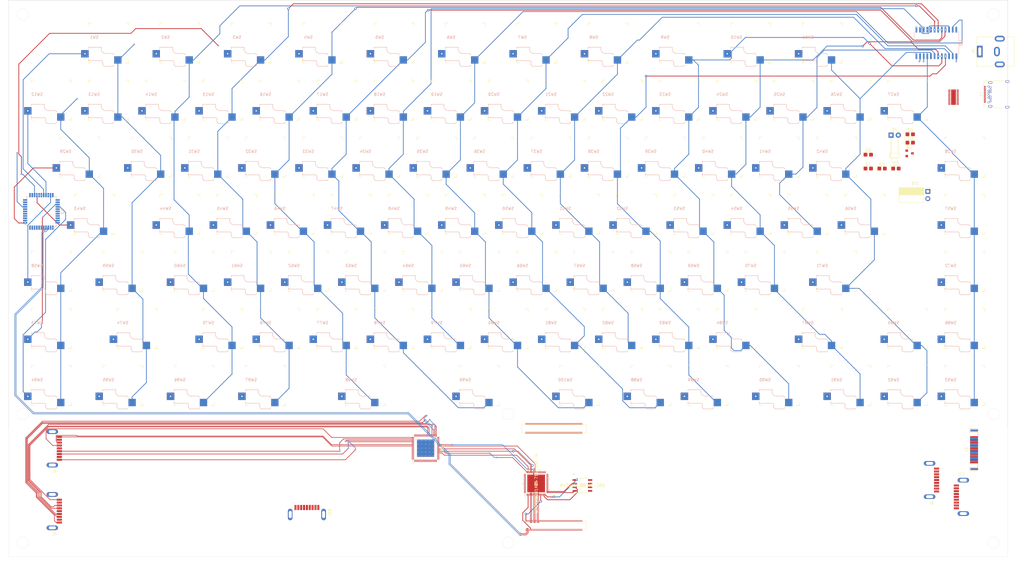
<source format=kicad_pcb>
(kicad_pcb (version 20171130) (host pcbnew 5.1.9)
  (layers (0 F.Cu signal) (1 In1.Cu signal) (2 In2.Cu signal) (31 B.Cu signal) (34 B.Paste user) (35 F.Paste user) (36 B.SilkS user) (37 F.SilkS user) (38 B.Mask user) (39 F.Mask user) (44 Edge.Cuts user))
  (net 0 "")
  (net 1 GND)
  (net 2 "Net-(BT1-Pad1)")
  (net 3 "Net-(C1-Pad1)")
  (net 4 "Net-(C2-Pad1)")
  (net 5 /Power_Delivery/5v_IN)
  (net 6 "Net-(C4-Pad1)")
  (net 7 "Net-(C5-Pad2)")
  (net 8 "Net-(C5-Pad1)")
  (net 9 "Net-(C6-Pad2)")
  (net 10 "Net-(J1-Pad100)")
  (net 11 "Net-(J1-Pad99)")
  (net 12 "Net-(J1-Pad98)")
  (net 13 "Net-(J1-Pad97)")
  (net 14 "Net-(J1-Pad96)")
  (net 15 "Net-(J1-Pad95)")
  (net 16 "Net-(J1-Pad94)")
  (net 17 "Net-(J1-Pad93)")
  (net 18 "Net-(J1-Pad92)")
  (net 19 "Net-(J1-Pad91)")
  (net 20 "Net-(J1-Pad90)")
  (net 21 "Net-(J1-Pad89)")
  (net 22 "Net-(J1-Pad88)")
  (net 23 +5V)
  (net 24 "Net-(J1-Pad86)")
  (net 25 "Net-(J1-Pad84)")
  (net 26 "Net-(J1-Pad82)")
  (net 27 "Net-(J1-Pad80)")
  (net 28 "Net-(J1-Pad78)")
  (net 29 "Net-(J1-Pad76)")
  (net 30 "Net-(J1-Pad75)")
  (net 31 "Net-(J1-Pad74)")
  (net 32 "Net-(J1-Pad73)")
  (net 33 "Net-(J1-Pad72)")
  (net 34 "Net-(J1-Pad70)")
  (net 35 "Net-(J1-Pad69)")
  (net 36 "Net-(J1-Pad68)")
  (net 37 "Net-(J1-Pad67)")
  (net 38 "Net-(J1-Pad64)")
  (net 39 "Net-(J1-Pad63)")
  (net 40 "Net-(J1-Pad62)")
  (net 41 "Net-(J1-Pad61)")
  (net 42 "Net-(J1-Pad58)")
  (net 43 "Net-(J1-Pad57)")
  (net 44 "Net-(J1-Pad56)")
  (net 45 "Net-(J1-Pad55)")
  (net 46 "Net-(J1-Pad54)")
  (net 47 "Net-(J1-Pad51)")
  (net 48 "Net-(J1-Pad50)")
  (net 49 "Net-(J1-Pad49)")
  (net 50 "Net-(J1-Pad48)")
  (net 51 "Net-(J1-Pad47)")
  (net 52 "Net-(J1-Pad46)")
  (net 53 "Net-(J1-Pad45)")
  (net 54 "Net-(J1-Pad44)")
  (net 55 "Net-(J1-Pad41)")
  (net 56 "Net-(J1-Pad40)")
  (net 57 "Net-(J1-Pad39)")
  (net 58 "Net-(J1-Pad38)")
  (net 59 "Net-(J1-Pad37)")
  (net 60 "Net-(J1-Pad36)")
  (net 61 "Net-(J1-Pad35)")
  (net 62 "Net-(J1-Pad34)")
  (net 63 "Net-(J1-Pad31)")
  (net 64 "Net-(J1-Pad30)")
  (net 65 "Net-(J1-Pad29)")
  (net 66 "Net-(J1-Pad28)")
  (net 67 "Net-(J1-Pad27)")
  (net 68 "Net-(J1-Pad26)")
  (net 69 "Net-(J1-Pad25)")
  (net 70 "Net-(J1-Pad24)")
  (net 71 "Net-(J1-Pad21)")
  (net 72 "Net-(J1-Pad20)")
  (net 73 "Net-(J1-Pad19)")
  (net 74 "Net-(J1-Pad18)")
  (net 75 "Net-(J1-Pad17)")
  (net 76 "Net-(J1-Pad16)")
  (net 77 "Net-(J1-Pad15)")
  (net 78 "Net-(J1-Pad12)")
  (net 79 "Net-(J1-Pad11)")
  (net 80 "Net-(J1-Pad10)")
  (net 81 "Net-(J1-Pad9)")
  (net 82 "Net-(J1-Pad6)")
  (net 83 "Net-(J1-Pad5)")
  (net 84 "Net-(J1-Pad4)")
  (net 85 "Net-(J1-Pad3)")
  (net 86 "Net-(J2-Pad100)")
  (net 87 "Net-(J2-Pad99)")
  (net 88 "Net-(J2-Pad96)")
  (net 89 "Net-(J2-Pad95)")
  (net 90 "Net-(J2-Pad94)")
  (net 91 "Net-(J2-Pad93)")
  (net 92 "Net-(J2-Pad90)")
  (net 93 "Net-(J2-Pad89)")
  (net 94 "Net-(J2-Pad88)")
  (net 95 "Net-(J2-Pad87)")
  (net 96 "Net-(J2-Pad84)")
  (net 97 "Net-(J2-Pad83)")
  (net 98 "Net-(J2-Pad82)")
  (net 99 "Net-(J2-Pad81)")
  (net 100 "Net-(J2-Pad78)")
  (net 101 "Net-(J2-Pad77)")
  (net 102 "Net-(J2-Pad76)")
  (net 103 "Net-(J2-Pad75)")
  (net 104 "Net-(J2-Pad72)")
  (net 105 "Net-(J2-Pad71)")
  (net 106 "Net-(J2-Pad70)")
  (net 107 "Net-(J2-Pad69)")
  (net 108 "Net-(J2-Pad66)")
  (net 109 "Net-(J2-Pad65)")
  (net 110 "Net-(J2-Pad64)")
  (net 111 "Net-(J2-Pad63)")
  (net 112 "Net-(J2-Pad60)")
  (net 113 "Net-(J2-Pad59)")
  (net 114 "Net-(J2-Pad58)")
  (net 115 "Net-(J2-Pad57)")
  (net 116 "Net-(J2-Pad54)")
  (net 117 "Net-(J2-Pad53)")
  (net 118 "Net-(J2-Pad52)")
  (net 119 "Net-(J2-Pad51)")
  (net 120 "Net-(J2-Pad49)")
  (net 121 "Net-(J2-Pad48)")
  (net 122 "Net-(J2-Pad47)")
  (net 123 "Net-(J2-Pad46)")
  (net 124 "Net-(J2-Pad45)")
  (net 125 "Net-(J2-Pad43)")
  (net 126 "Net-(J2-Pad42)")
  (net 127 "Net-(J2-Pad41)")
  (net 128 "Net-(J2-Pad40)")
  (net 129 "Net-(J2-Pad39)")
  (net 130 "Net-(J2-Pad36)")
  (net 131 "Net-(J2-Pad35)")
  (net 132 "Net-(J2-Pad34)")
  (net 133 "Net-(J2-Pad33)")
  (net 134 "Net-(J2-Pad32)")
  (net 135 "Net-(J2-Pad31)")
  (net 136 "Net-(J2-Pad30)")
  (net 137 "Net-(J2-Pad29)")
  (net 138 "Net-(J2-Pad28)")
  (net 139 "Net-(J2-Pad27)")
  (net 140 PCIe_TX_N)
  (net 141 "Net-(J2-Pad23)")
  (net 142 PCIe_TX_P)
  (net 143 "Net-(J2-Pad21)")
  (net 144 PCIe_RX_N)
  (net 145 "Net-(J2-Pad17)")
  (net 146 PCIe_RX_P)
  (net 147 "Net-(J2-Pad15)")
  (net 148 PCIe_CLK_N)
  (net 149 "Net-(J2-Pad11)")
  (net 150 PCIe_CLK_P)
  (net 151 PCIe_nRST)
  (net 152 "Net-(J2-Pad6)")
  (net 153 /keyboard/USB_D+)
  (net 154 "Net-(J2-Pad4)")
  (net 155 /keyboard/USB_D-)
  (net 156 PCIe_CLK_nREQ)
  (net 157 "Net-(J2-Pad1)")
  (net 158 "Net-(J3-Pad14)")
  (net 159 /Power_Delivery/HV_IN)
  (net 160 "Net-(J5-Pad9)")
  (net 161 "Net-(D2-Pad2)")
  (net 162 "Net-(J5-Pad8)")
  (net 163 "Net-(J5-Pad2)")
  (net 164 "Net-(J5-Pad7)")
  (net 165 "Net-(J5-Pad3)")
  (net 166 "Net-(J5-Pad6)")
  (net 167 "Net-(J5-Pad5)")
  (net 168 "Net-(J6-Pad9)")
  (net 169 "Net-(D3-Pad2)")
  (net 170 "Net-(J6-Pad8)")
  (net 171 "Net-(J6-Pad2)")
  (net 172 "Net-(J6-Pad7)")
  (net 173 "Net-(J6-Pad3)")
  (net 174 "Net-(J6-Pad6)")
  (net 175 "Net-(J6-Pad5)")
  (net 176 USBCRXP)
  (net 177 USBCRXN)
  (net 178 "Net-(J7-PadB8)")
  (net 179 USBCTXN)
  (net 180 USBCTXP)
  (net 181 USBCM)
  (net 182 USBCP)
  (net 183 "Net-(J7-PadA8)")
  (net 184 "Net-(J9-Pad9)")
  (net 185 "Net-(D5-Pad2)")
  (net 186 "Net-(J9-Pad8)")
  (net 187 "Net-(J9-Pad2)")
  (net 188 "Net-(J9-Pad7)")
  (net 189 "Net-(J9-Pad3)")
  (net 190 "Net-(J9-Pad6)")
  (net 191 "Net-(J9-Pad5)")
  (net 192 "Net-(J10-Pad9)")
  (net 193 "Net-(D6-Pad2)")
  (net 194 "Net-(J10-Pad8)")
  (net 195 "Net-(J10-Pad2)")
  (net 196 "Net-(J10-Pad7)")
  (net 197 "Net-(J10-Pad3)")
  (net 198 "Net-(J10-Pad6)")
  (net 199 "Net-(J10-Pad5)")
  (net 200 "Net-(J11-Pad9)")
  (net 201 "Net-(D7-Pad2)")
  (net 202 "Net-(J11-Pad8)")
  (net 203 "Net-(J11-Pad2)")
  (net 204 "Net-(J11-Pad7)")
  (net 205 "Net-(J11-Pad3)")
  (net 206 "Net-(J11-Pad6)")
  (net 207 "Net-(J11-Pad5)")
  (net 208 "Net-(Q1-Pad2)")
  (net 209 "Net-(Q1-Pad1)")
  (net 210 "Net-(SW1-Pad1)")
  (net 211 "Net-(SW14-Pad1)")
  (net 212 "Net-(SW15-Pad1)")
  (net 213 "Net-(SW16-Pad1)")
  (net 214 "Net-(SW17-Pad1)")
  (net 215 "Net-(SW100-Pad1)")
  (net 216 "Net-(SW20-Pad1)")
  (net 217 "Net-(SW21-Pad1)")
  (net 218 "Net-(SW23-Pad1)")
  (net 219 "Net-(SW10-Pad1)")
  (net 220 "Net-(SW11-Pad1)")
  (net 221 "Net-(SW12-Pad1)")
  (net 222 "Net-(SW18-Pad1)")
  (net 223 "Net-(SW22-Pad1)")
  (net 224 "Net-(SW25-Pad1)")
  (net 225 "Net-(SW27-Pad1)")
  (net 226 "Net-(U1-Pad23)")
  (net 227 "Net-(U1-Pad22)")
  (net 228 "Net-(U1-Pad16)")
  (net 229 "Net-(U1-Pad15)")
  (net 230 "Net-(R3-Pad2)")
  (net 231 "Net-(U1-Pad10)")
  (net 232 "Net-(U1-Pad9)")
  (net 233 "Net-(U1-Pad8)")
  (net 234 "Net-(U1-Pad6)")
  (net 235 "Net-(U1-Pad5)")
  (net 236 "Net-(R1-Pad2)")
  (net 237 "Net-(R2-Pad2)")
  (net 238 "Net-(U1-Pad2)")
  (net 239 "Net-(U1-Pad1)")
  (net 240 "Net-(U2-Pad24)")
  (net 241 "Net-(U2-Pad15)")
  (net 242 "Net-(U2-Pad42)")
  (net 243 "Net-(U2-Pad41)")
  (net 244 "Net-(U2-Pad40)")
  (net 245 "Net-(U2-Pad39)")
  (net 246 "Net-(U2-Pad38)")
  (net 247 "Net-(SW100-Pad3)")
  (net 248 "Net-(SW73-Pad3)")
  (net 249 "Net-(U2-Pad14)")
  (net 250 "Net-(U2-Pad33)")
  (net 251 "Net-(SW58-Pad3)")
  (net 252 "Net-(U2-Pad31)")
  (net 253 "Net-(SW12-Pad3)")
  (net 254 "Net-(SW1-Pad3)")
  (net 255 "Net-(U2-Pad28)")
  (net 256 "Net-(U2-Pad27)")
  (net 257 "Net-(SW43-Pad3)")
  (net 258 "Net-(U2-Pad25)")
  (net 259 "Net-(U2-Pad22)")
  (net 260 "Net-(U2-Pad21)")
  (net 261 "Net-(U2-Pad20)")
  (net 262 "Net-(U2-Pad19)")
  (net 263 "Net-(U2-Pad18)")
  (net 264 "Net-(U2-Pad17)")
  (net 265 "Net-(U2-Pad16)")
  (net 266 "Net-(U2-Pad13)")
  (net 267 "Net-(SW28-Pad3)")
  (net 268 "Net-(U2-Pad11)")
  (net 269 "Net-(U2-Pad10)")
  (net 270 "Net-(U2-Pad9)")
  (net 271 "Net-(U2-Pad8)")
  (net 272 "Net-(U2-Pad7)")
  (net 273 "Net-(U2-Pad6)")
  (net 274 "Net-(U2-Pad5)")
  (net 275 "Net-(U2-Pad2)")
  (net 276 "Net-(U2-Pad1)")
  (net 277 "Net-(U3-Pad24)")
  (net 278 "Net-(U3-Pad12)")
  (net 279 "Net-(U4-Pad64)")
  (net 280 +3V3)
  (net 281 "Net-(U4-Pad62)")
  (net 282 "Net-(U4-Pad61)")
  (net 283 "Net-(U4-Pad60)")
  (net 284 "Net-(U4-Pad59)")
  (net 285 "Net-(U4-Pad58)")
  (net 286 "Net-(U4-Pad56)")
  (net 287 "Net-(U4-Pad55)")
  (net 288 "Net-(U4-Pad54)")
  (net 289 "Net-(U4-Pad53)")
  (net 290 "Net-(U4-Pad50)")
  (net 291 "Net-(U4-Pad49)")
  (net 292 "Net-(U4-Pad48)")
  (net 293 "Net-(U4-Pad47)")
  (net 294 "Net-(U4-Pad46)")
  (net 295 "Net-(U4-Pad45)")
  (net 296 "Net-(U4-Pad44)")
  (net 297 "Net-(U4-Pad43)")
  (net 298 "Net-(U4-Pad42)")
  (net 299 "Net-(U4-Pad41)")
  (net 300 "Net-(U4-Pad40)")
  (net 301 "Net-(U4-Pad39)")
  (net 302 "Net-(U4-Pad38)")
  (net 303 "Net-(U4-Pad37)")
  (net 304 "Net-(U4-Pad36)")
  (net 305 "Net-(U4-Pad35)")
  (net 306 "Net-(U4-Pad33)")
  (net 307 "Net-(U4-Pad32)")
  (net 308 +1V0)
  (net 309 "Net-(J8-Pad2)")
  (net 310 "Net-(J8-Pad3)")
  (net 311 "Net-(J8-Pad5)")
  (net 312 "Net-(J8-Pad6)")
  (net 313 "Net-(J8-Pad8)")
  (net 314 "Net-(J8-Pad9)")
  (net 315 "Net-(U5-Pad33)")
  (net 316 "Net-(U5-Pad31)")
  (net 317 "Net-(U5-Pad30)")
  (net 318 "Net-(U5-Pad27)")
  (net 319 "Net-(U5-Pad26)")
  (net 320 "Net-(U5-Pad25)")
  (net 321 "Net-(U5-Pad24)")
  (net 322 "Net-(U5-Pad23)")
  (net 323 "Net-(U5-Pad22)")
  (net 324 "Net-(U5-Pad21)")
  (net 325 "Net-(U5-Pad20)")
  (net 326 "Net-(U5-Pad19)")
  (net 327 "Net-(U5-Pad18)")
  (net 328 "Net-(U5-Pad17)")
  (net 329 "Net-(U5-Pad16)")
  (net 330 "Net-(U5-Pad14)")
  (net 331 "Net-(U5-Pad3)")
  (net 332 "Net-(U5-Pad1)")
  (net 333 "Net-(U6-Pad6)")
  (net 334 "Net-(U6-Pad5)")
  (module Libs:MX25L5121EMC-20G (layer F.Cu) (at 236 295)
    (fp_text reference U6 (at 0 0) (layer F.SilkS))
    (fp_text value MX25L5121EMC-20G (at 0 0) (layer F.SilkS))
    (fp_text user * (at -2.9591 -3.6068) (layer F.SilkS))
    (fp_text user * (at -2.9591 -3.6068) (layer F.SilkS))
    (pad 8 smd rect (at 2.7051 -1.905) (size 1.4986 0.5588) (layers F.Cu F.Paste F.Mask) (net 1 GND))
    (pad 7 smd rect (at 2.7051 -0.635) (size 1.4986 0.5588) (layers F.Cu F.Paste F.Mask) (net 280 +3V3))
    (pad 6 smd rect (at 2.7051 0.635) (size 1.4986 0.5588) (layers F.Cu F.Paste F.Mask) (net 333 "Net-(U6-Pad6)"))
    (pad 5 smd rect (at 2.7051 1.905) (size 1.4986 0.5588) (layers F.Cu F.Paste F.Mask) (net 334 "Net-(U6-Pad5)"))
    (pad 4 smd rect (at -2.7051 1.905) (size 1.4986 0.5588) (layers F.Cu F.Paste F.Mask) (net 327 "Net-(U5-Pad18)"))
    (pad 3 smd rect (at -2.7051 0.635) (size 1.4986 0.5588) (layers F.Cu F.Paste F.Mask) (net 329 "Net-(U5-Pad16)"))
    (pad 2 smd rect (at -2.7051 -0.635) (size 1.4986 0.5588) (layers F.Cu F.Paste F.Mask) (net 326 "Net-(U5-Pad19)"))
    (pad 1 smd rect (at -2.7051 -1.905) (size 1.4986 0.5588) (layers F.Cu F.Paste F.Mask) (net 328 "Net-(U5-Pad17)"))
  )
  (module Libs:UPD720201K8-711-BAC-A (layer F.Cu) (at 219.8 294.3 90)
    (fp_text reference U5 (at 0 0 90) (layer F.SilkS))
    (fp_text value UPD720201K8-711-BAC-A (at 0 0 90) (layer F.SilkS))
    (fp_text user * (at -4.9355 -3.4 90) (layer F.SilkS))
    (fp_text user * (at -4.9355 -3.4 90) (layer F.SilkS))
    (pad 69 smd rect (at 0 0 90) (size 6.1976 6.1976) (layers F.Cu F.Paste F.Mask) (net 1 GND))
    (pad 68 smd rect (at -3.199999 -3.9219 90) (size 0.204 0.757199) (layers F.Cu F.Paste F.Mask) (net 181 USBCM))
    (pad 67 smd rect (at -2.799999 -3.9219 90) (size 0.204 0.757199) (layers F.Cu F.Paste F.Mask) (net 182 USBCP))
    (pad 66 smd rect (at -2.4 -3.9219 90) (size 0.204 0.757199) (layers F.Cu F.Paste F.Mask) (net 280 +3V3))
    (pad 65 smd rect (at -1.999999 -3.9219 90) (size 0.204 0.757199) (layers F.Cu F.Paste F.Mask) (net 179 USBCTXN))
    (pad 64 smd rect (at -1.599999 -3.9219 90) (size 0.204 0.757199) (layers F.Cu F.Paste F.Mask) (net 180 USBCTXP))
    (pad 63 smd rect (at -1.2 -3.9219 90) (size 0.204 0.757199) (layers F.Cu F.Paste F.Mask) (net 308 +1V0))
    (pad 62 smd rect (at -0.800001 -3.9219 90) (size 0.204 0.757199) (layers F.Cu F.Paste F.Mask) (net 177 USBCRXN))
    (pad 61 smd rect (at -0.399999 -3.9219 90) (size 0.204 0.757199) (layers F.Cu F.Paste F.Mask) (net 176 USBCRXP))
    (pad 60 smd rect (at 0 -3.9219 90) (size 0.204 0.757199) (layers F.Cu F.Paste F.Mask) (net 308 +1V0))
    (pad 59 smd rect (at 0.399999 -3.9219 90) (size 0.204 0.757199) (layers F.Cu F.Paste F.Mask) (net 309 "Net-(J8-Pad2)"))
    (pad 58 smd rect (at 0.800001 -3.9219 90) (size 0.204 0.757199) (layers F.Cu F.Paste F.Mask) (net 310 "Net-(J8-Pad3)"))
    (pad 57 smd rect (at 1.2 -3.9219 90) (size 0.204 0.757199) (layers F.Cu F.Paste F.Mask) (net 280 +3V3))
    (pad 56 smd rect (at 1.599999 -3.9219 90) (size 0.204 0.757199) (layers F.Cu F.Paste F.Mask) (net 311 "Net-(J8-Pad5)"))
    (pad 55 smd rect (at 1.999999 -3.9219 90) (size 0.204 0.757199) (layers F.Cu F.Paste F.Mask) (net 312 "Net-(J8-Pad6)"))
    (pad 54 smd rect (at 2.4 -3.9219 90) (size 0.204 0.757199) (layers F.Cu F.Paste F.Mask) (net 308 +1V0))
    (pad 53 smd rect (at 2.799999 -3.9219 90) (size 0.204 0.757199) (layers F.Cu F.Paste F.Mask) (net 313 "Net-(J8-Pad8)"))
    (pad 52 smd rect (at 3.199999 -3.9219 90) (size 0.204 0.757199) (layers F.Cu F.Paste F.Mask) (net 314 "Net-(J8-Pad9)"))
    (pad 51 smd rect (at 3.9219 -3.199999 180) (size 0.204 0.757199) (layers F.Cu F.Paste F.Mask) (net 288 "Net-(U4-Pad54)"))
    (pad 50 smd rect (at 3.9219 -2.799999 180) (size 0.204 0.757199) (layers F.Cu F.Paste F.Mask) (net 289 "Net-(U4-Pad53)"))
    (pad 49 smd rect (at 3.9219 -2.4 180) (size 0.204 0.757199) (layers F.Cu F.Paste F.Mask) (net 280 +3V3))
    (pad 48 smd rect (at 3.9219 -1.999999 180) (size 0.204 0.757199) (layers F.Cu F.Paste F.Mask) (net 286 "Net-(U4-Pad56)"))
    (pad 47 smd rect (at 3.9219 -1.599999 180) (size 0.204 0.757199) (layers F.Cu F.Paste F.Mask) (net 287 "Net-(U4-Pad55)"))
    (pad 46 smd rect (at 3.9219 -1.2 180) (size 0.204 0.757199) (layers F.Cu F.Paste F.Mask) (net 308 +1V0))
    (pad 45 smd rect (at 3.9219 -0.800001 180) (size 0.204 0.757199) (layers F.Cu F.Paste F.Mask) (net 284 "Net-(U4-Pad59)"))
    (pad 44 smd rect (at 3.9219 -0.399999 180) (size 0.204 0.757199) (layers F.Cu F.Paste F.Mask) (net 285 "Net-(U4-Pad58)"))
    (pad 43 smd rect (at 3.9219 0 180) (size 0.204 0.757199) (layers F.Cu F.Paste F.Mask) (net 308 +1V0))
    (pad 42 smd rect (at 3.9219 0.399999 180) (size 0.204 0.757199) (layers F.Cu F.Paste F.Mask) (net 203 "Net-(J11-Pad2)"))
    (pad 41 smd rect (at 3.9219 0.800001 180) (size 0.204 0.757199) (layers F.Cu F.Paste F.Mask) (net 205 "Net-(J11-Pad3)"))
    (pad 40 smd rect (at 3.9219 1.2 180) (size 0.204 0.757199) (layers F.Cu F.Paste F.Mask) (net 280 +3V3))
    (pad 39 smd rect (at 3.9219 1.599999 180) (size 0.204 0.757199) (layers F.Cu F.Paste F.Mask) (net 207 "Net-(J11-Pad5)"))
    (pad 38 smd rect (at 3.9219 1.999999 180) (size 0.204 0.757199) (layers F.Cu F.Paste F.Mask) (net 206 "Net-(J11-Pad6)"))
    (pad 37 smd rect (at 3.9219 2.4 180) (size 0.204 0.757199) (layers F.Cu F.Paste F.Mask) (net 308 +1V0))
    (pad 36 smd rect (at 3.9219 2.799999 180) (size 0.204 0.757199) (layers F.Cu F.Paste F.Mask) (net 202 "Net-(J11-Pad8)"))
    (pad 35 smd rect (at 3.9219 3.199999 180) (size 0.204 0.757199) (layers F.Cu F.Paste F.Mask) (net 200 "Net-(J11-Pad9)"))
    (pad 34 smd rect (at 3.199999 3.9219 90) (size 0.204 0.757199) (layers F.Cu F.Paste F.Mask) (net 1 GND))
    (pad 33 smd rect (at 2.799999 3.9219 90) (size 0.204 0.757199) (layers F.Cu F.Paste F.Mask) (net 315 "Net-(U5-Pad33)"))
    (pad 32 smd rect (at 2.4 3.9219 90) (size 0.204 0.757199) (layers F.Cu F.Paste F.Mask) (net 280 +3V3))
    (pad 31 smd rect (at 1.999999 3.9219 90) (size 0.204 0.757199) (layers F.Cu F.Paste F.Mask) (net 316 "Net-(U5-Pad31)"))
    (pad 30 smd rect (at 1.599999 3.9219 90) (size 0.204 0.757199) (layers F.Cu F.Paste F.Mask) (net 317 "Net-(U5-Pad30)"))
    (pad 29 smd rect (at 1.2 3.9219 90) (size 0.204 0.757199) (layers F.Cu F.Paste F.Mask) (net 280 +3V3))
    (pad 28 smd rect (at 0.800001 3.9219 90) (size 0.204 0.757199) (layers F.Cu F.Paste F.Mask) (net 308 +1V0))
    (pad 27 smd rect (at 0.399999 3.9219 90) (size 0.204 0.757199) (layers F.Cu F.Paste F.Mask) (net 318 "Net-(U5-Pad27)"))
    (pad 26 smd rect (at 0 3.9219 90) (size 0.204 0.757199) (layers F.Cu F.Paste F.Mask) (net 319 "Net-(U5-Pad26)"))
    (pad 25 smd rect (at -0.399999 3.9219 90) (size 0.204 0.757199) (layers F.Cu F.Paste F.Mask) (net 320 "Net-(U5-Pad25)"))
    (pad 24 smd rect (at -0.800001 3.9219 90) (size 0.204 0.757199) (layers F.Cu F.Paste F.Mask) (net 321 "Net-(U5-Pad24)"))
    (pad 23 smd rect (at -1.2 3.9219 90) (size 0.204 0.757199) (layers F.Cu F.Paste F.Mask) (net 322 "Net-(U5-Pad23)"))
    (pad 22 smd rect (at -1.599999 3.9219 90) (size 0.204 0.757199) (layers F.Cu F.Paste F.Mask) (net 323 "Net-(U5-Pad22)"))
    (pad 21 smd rect (at -1.999999 3.9219 90) (size 0.204 0.757199) (layers F.Cu F.Paste F.Mask) (net 324 "Net-(U5-Pad21)"))
    (pad 20 smd rect (at -2.4 3.9219 90) (size 0.204 0.757199) (layers F.Cu F.Paste F.Mask) (net 325 "Net-(U5-Pad20)"))
    (pad 19 smd rect (at -2.799999 3.9219 90) (size 0.204 0.757199) (layers F.Cu F.Paste F.Mask) (net 326 "Net-(U5-Pad19)"))
    (pad 18 smd rect (at -3.199999 3.9219 90) (size 0.204 0.757199) (layers F.Cu F.Paste F.Mask) (net 327 "Net-(U5-Pad18)"))
    (pad 17 smd rect (at -3.9219 3.199999 180) (size 0.204 0.757199) (layers F.Cu F.Paste F.Mask) (net 328 "Net-(U5-Pad17)"))
    (pad 16 smd rect (at -3.9219 2.799999 180) (size 0.204 0.757199) (layers F.Cu F.Paste F.Mask) (net 329 "Net-(U5-Pad16)"))
    (pad 15 smd rect (at -3.9219 2.4 180) (size 0.204 0.757199) (layers F.Cu F.Paste F.Mask) (net 280 +3V3))
    (pad 14 smd rect (at -3.9219 1.999999 180) (size 0.204 0.757199) (layers F.Cu F.Paste F.Mask) (net 330 "Net-(U5-Pad14)"))
    (pad 13 smd rect (at -3.9219 1.599999 180) (size 0.204 0.757199) (layers F.Cu F.Paste F.Mask) (net 156 PCIe_CLK_nREQ))
    (pad 12 smd rect (at -3.9219 1.2 180) (size 0.204 0.757199) (layers F.Cu F.Paste F.Mask) (net 308 +1V0))
    (pad 11 smd rect (at -3.9219 0.800001 180) (size 0.204 0.757199) (layers F.Cu F.Paste F.Mask) (net 140 PCIe_TX_N))
    (pad 10 smd rect (at -3.9219 0.399999 180) (size 0.204 0.757199) (layers F.Cu F.Paste F.Mask) (net 142 PCIe_TX_P))
    (pad 9 smd rect (at -3.9219 0 180) (size 0.204 0.757199) (layers F.Cu F.Paste F.Mask) (net 308 +1V0))
    (pad 8 smd rect (at -3.9219 -0.399999 180) (size 0.204 0.757199) (layers F.Cu F.Paste F.Mask) (net 144 PCIe_RX_N))
    (pad 7 smd rect (at -3.9219 -0.800001 180) (size 0.204 0.757199) (layers F.Cu F.Paste F.Mask) (net 146 PCIe_RX_P))
    (pad 6 smd rect (at -3.9219 -1.2 180) (size 0.204 0.757199) (layers F.Cu F.Paste F.Mask) (net 280 +3V3))
    (pad 5 smd rect (at -3.9219 -1.599999 180) (size 0.204 0.757199) (layers F.Cu F.Paste F.Mask) (net 148 PCIe_CLK_N))
    (pad 4 smd rect (at -3.9219 -2.000001 180) (size 0.204 0.757199) (layers F.Cu F.Paste F.Mask) (net 150 PCIe_CLK_P))
    (pad 3 smd rect (at -3.9219 -2.4 180) (size 0.204 0.757199) (layers F.Cu F.Paste F.Mask) (net 331 "Net-(U5-Pad3)"))
    (pad 2 smd rect (at -3.9219 -2.799999 180) (size 0.204 0.757199) (layers F.Cu F.Paste F.Mask) (net 151 PCIe_nRST))
    (pad 1 smd rect (at -3.9219 -3.199999 180) (size 0.204 0.757199) (layers F.Cu F.Paste F.Mask) (net 332 "Net-(U5-Pad1)"))
  )
  (module Package_DFN_QFN:QFN-64-1EP_9x9mm_P0.5mm_EP6x6mm_ThermalVias (layer F.Cu) (at 181.0625 281.9375 270)
    (fp_text reference U4 (at 0 -5.82 90) (layer F.SilkS))
    (fp_text value TUSB8041)
    (pad 65 smd rect (at 0 0 270) (size 6 6) (layers B.Cu) (net 1 GND))
    (pad 65 thru_hole circle (at 2.75 2.75 270) (size 0.5 0.5) (drill 0.2) (layers *.Cu) (net 1 GND))
    (pad 65 thru_hole circle (at 1.375 2.75 270) (size 0.5 0.5) (drill 0.2) (layers *.Cu) (net 1 GND))
    (pad 65 thru_hole circle (at 0 2.75 270) (size 0.5 0.5) (drill 0.2) (layers *.Cu) (net 1 GND))
    (pad 65 thru_hole circle (at -1.375 2.75 270) (size 0.5 0.5) (drill 0.2) (layers *.Cu) (net 1 GND))
    (pad 65 thru_hole circle (at -2.75 2.75 270) (size 0.5 0.5) (drill 0.2) (layers *.Cu) (net 1 GND))
    (pad 65 thru_hole circle (at 2.75 1.375 270) (size 0.5 0.5) (drill 0.2) (layers *.Cu) (net 1 GND))
    (pad 65 thru_hole circle (at 1.375 1.375 270) (size 0.5 0.5) (drill 0.2) (layers *.Cu) (net 1 GND))
    (pad 65 thru_hole circle (at 0 1.375 270) (size 0.5 0.5) (drill 0.2) (layers *.Cu) (net 1 GND))
    (pad 65 thru_hole circle (at -1.375 1.375 270) (size 0.5 0.5) (drill 0.2) (layers *.Cu) (net 1 GND))
    (pad 65 thru_hole circle (at -2.75 1.375 270) (size 0.5 0.5) (drill 0.2) (layers *.Cu) (net 1 GND))
    (pad 65 thru_hole circle (at 2.75 0 270) (size 0.5 0.5) (drill 0.2) (layers *.Cu) (net 1 GND))
    (pad 65 thru_hole circle (at 1.375 0 270) (size 0.5 0.5) (drill 0.2) (layers *.Cu) (net 1 GND))
    (pad 65 thru_hole circle (at 0 0 270) (size 0.5 0.5) (drill 0.2) (layers *.Cu) (net 1 GND))
    (pad 65 thru_hole circle (at -1.375 0 270) (size 0.5 0.5) (drill 0.2) (layers *.Cu) (net 1 GND))
    (pad 65 thru_hole circle (at -2.75 0 270) (size 0.5 0.5) (drill 0.2) (layers *.Cu) (net 1 GND))
    (pad 65 thru_hole circle (at 2.75 -1.375 270) (size 0.5 0.5) (drill 0.2) (layers *.Cu) (net 1 GND))
    (pad 65 thru_hole circle (at 1.375 -1.375 270) (size 0.5 0.5) (drill 0.2) (layers *.Cu) (net 1 GND))
    (pad 65 thru_hole circle (at 0 -1.375 270) (size 0.5 0.5) (drill 0.2) (layers *.Cu) (net 1 GND))
    (pad 65 thru_hole circle (at -1.375 -1.375 270) (size 0.5 0.5) (drill 0.2) (layers *.Cu) (net 1 GND))
    (pad 65 thru_hole circle (at -2.75 -1.375 270) (size 0.5 0.5) (drill 0.2) (layers *.Cu) (net 1 GND))
    (pad 65 thru_hole circle (at 2.75 -2.75 270) (size 0.5 0.5) (drill 0.2) (layers *.Cu) (net 1 GND))
    (pad 65 thru_hole circle (at 1.375 -2.75 270) (size 0.5 0.5) (drill 0.2) (layers *.Cu) (net 1 GND))
    (pad 65 thru_hole circle (at 0 -2.75 270) (size 0.5 0.5) (drill 0.2) (layers *.Cu) (net 1 GND))
    (pad 65 thru_hole circle (at -1.375 -2.75 270) (size 0.5 0.5) (drill 0.2) (layers *.Cu) (net 1 GND))
    (pad 65 thru_hole circle (at -2.75 -2.75 270) (size 0.5 0.5) (drill 0.2) (layers *.Cu) (net 1 GND))
    (pad 65 smd rect (at 0 0 270) (size 6 6) (layers F.Cu F.Mask) (net 1 GND))
    (pad 64 smd roundrect (at -3.75 -4.4375 270) (size 0.25 0.875) (layers F.Cu F.Paste F.Mask) (net 279 "Net-(U4-Pad64)"))
    (pad 63 smd roundrect (at -3.25 -4.4375 270) (size 0.25 0.875) (layers F.Cu F.Paste F.Mask) (net 280 +3V3))
    (pad 62 smd roundrect (at -2.75 -4.4375 270) (size 0.25 0.875) (layers F.Cu F.Paste F.Mask) (net 281 "Net-(U4-Pad62)"))
    (pad 61 smd roundrect (at -2.25 -4.4375 270) (size 0.25 0.875) (layers F.Cu F.Paste F.Mask) (net 282 "Net-(U4-Pad61)"))
    (pad 60 smd roundrect (at -1.75 -4.4375 270) (size 0.25 0.875) (layers F.Cu F.Paste F.Mask) (net 283 "Net-(U4-Pad60)"))
    (pad 59 smd roundrect (at -1.25 -4.4375 270) (size 0.25 0.875) (layers F.Cu F.Paste F.Mask) (net 284 "Net-(U4-Pad59)"))
    (pad 58 smd roundrect (at -0.75 -4.4375 270) (size 0.25 0.875) (layers F.Cu F.Paste F.Mask) (net 285 "Net-(U4-Pad58)"))
    (pad 57 smd roundrect (at -0.25 -4.4375 270) (size 0.25 0.875) (layers F.Cu F.Paste F.Mask) (net 1 GND))
    (pad 56 smd roundrect (at 0.25 -4.4375 270) (size 0.25 0.875) (layers F.Cu F.Paste F.Mask) (net 286 "Net-(U4-Pad56)"))
    (pad 55 smd roundrect (at 0.75 -4.4375 270) (size 0.25 0.875) (layers F.Cu F.Paste F.Mask) (net 287 "Net-(U4-Pad55)"))
    (pad 54 smd roundrect (at 1.25 -4.4375 270) (size 0.25 0.875) (layers F.Cu F.Paste F.Mask) (net 288 "Net-(U4-Pad54)"))
    (pad 53 smd roundrect (at 1.75 -4.4375 270) (size 0.25 0.875) (layers F.Cu F.Paste F.Mask) (net 289 "Net-(U4-Pad53)"))
    (pad 52 smd roundrect (at 2.25 -4.4375 270) (size 0.25 0.875) (layers F.Cu F.Paste F.Mask) (net 280 +3V3))
    (pad 51 smd roundrect (at 2.75 -4.4375 270) (size 0.25 0.875) (layers F.Cu F.Paste F.Mask) (net 1 GND))
    (pad 50 smd roundrect (at 3.25 -4.4375 270) (size 0.25 0.875) (layers F.Cu F.Paste F.Mask) (net 290 "Net-(U4-Pad50)"))
    (pad 49 smd roundrect (at 3.75 -4.4375 270) (size 0.25 0.875) (layers F.Cu F.Paste F.Mask) (net 291 "Net-(U4-Pad49)"))
    (pad 48 smd roundrect (at 4.4375 -3.75 270) (size 0.875 0.25) (layers F.Cu F.Paste F.Mask) (net 292 "Net-(U4-Pad48)"))
    (pad 47 smd roundrect (at 4.4375 -3.25 270) (size 0.875 0.25) (layers F.Cu F.Paste F.Mask) (net 293 "Net-(U4-Pad47)"))
    (pad 46 smd roundrect (at 4.4375 -2.75 270) (size 0.875 0.25) (layers F.Cu F.Paste F.Mask) (net 294 "Net-(U4-Pad46)"))
    (pad 45 smd roundrect (at 4.4375 -2.25 270) (size 0.875 0.25) (layers F.Cu F.Paste F.Mask) (net 295 "Net-(U4-Pad45)"))
    (pad 44 smd roundrect (at 4.4375 -1.75 270) (size 0.875 0.25) (layers F.Cu F.Paste F.Mask) (net 296 "Net-(U4-Pad44)"))
    (pad 43 smd roundrect (at 4.4375 -1.25 270) (size 0.875 0.25) (layers F.Cu F.Paste F.Mask) (net 297 "Net-(U4-Pad43)"))
    (pad 42 smd roundrect (at 4.4375 -0.75 270) (size 0.875 0.25) (layers F.Cu F.Paste F.Mask) (net 298 "Net-(U4-Pad42)"))
    (pad 41 smd roundrect (at 4.4375 -0.25 270) (size 0.875 0.25) (layers F.Cu F.Paste F.Mask) (net 299 "Net-(U4-Pad41)"))
    (pad 40 smd roundrect (at 4.4375 0.25 270) (size 0.875 0.25) (layers F.Cu F.Paste F.Mask) (net 300 "Net-(U4-Pad40)"))
    (pad 39 smd roundrect (at 4.4375 0.75 270) (size 0.875 0.25) (layers F.Cu F.Paste F.Mask) (net 301 "Net-(U4-Pad39)"))
    (pad 38 smd roundrect (at 4.4375 1.25 270) (size 0.875 0.25) (layers F.Cu F.Paste F.Mask) (net 302 "Net-(U4-Pad38)"))
    (pad 37 smd roundrect (at 4.4375 1.75 270) (size 0.875 0.25) (layers F.Cu F.Paste F.Mask) (net 303 "Net-(U4-Pad37)"))
    (pad 36 smd roundrect (at 4.4375 2.25 270) (size 0.875 0.25) (layers F.Cu F.Paste F.Mask) (net 304 "Net-(U4-Pad36)"))
    (pad 35 smd roundrect (at 4.4375 2.75 270) (size 0.875 0.25) (layers F.Cu F.Paste F.Mask) (net 305 "Net-(U4-Pad35)"))
    (pad 34 smd roundrect (at 4.4375 3.25 270) (size 0.875 0.25) (layers F.Cu F.Paste F.Mask) (net 280 +3V3))
    (pad 33 smd roundrect (at 4.4375 3.75 270) (size 0.875 0.25) (layers F.Cu F.Paste F.Mask) (net 306 "Net-(U4-Pad33)"))
    (pad 32 smd roundrect (at 3.75 4.4375 270) (size 0.25 0.875) (layers F.Cu F.Paste F.Mask) (net 307 "Net-(U4-Pad32)"))
    (pad 31 smd roundrect (at 3.25 4.4375 270) (size 0.25 0.875) (layers F.Cu F.Paste F.Mask) (net 1 GND))
    (pad 30 smd roundrect (at 2.75 4.4375 270) (size 0.25 0.875) (layers F.Cu F.Paste F.Mask) (net 199 "Net-(J10-Pad5)"))
    (pad 29 smd roundrect (at 2.25 4.4375 270) (size 0.25 0.875) (layers F.Cu F.Paste F.Mask) (net 198 "Net-(J10-Pad6)"))
    (pad 28 smd roundrect (at 1.75 4.4375 270) (size 0.25 0.875) (layers F.Cu F.Paste F.Mask) (net 1 GND))
    (pad 27 smd roundrect (at 1.25 4.4375 270) (size 0.25 0.875) (layers F.Cu F.Paste F.Mask) (net 194 "Net-(J10-Pad8)"))
    (pad 26 smd roundrect (at 0.75 4.4375 270) (size 0.25 0.875) (layers F.Cu F.Paste F.Mask) (net 192 "Net-(J10-Pad9)"))
    (pad 25 smd roundrect (at 0.25 4.4375 270) (size 0.25 0.875) (layers F.Cu F.Paste F.Mask) (net 195 "Net-(J10-Pad2)"))
    (pad 24 smd roundrect (at -0.25 4.4375 270) (size 0.25 0.875) (layers F.Cu F.Paste F.Mask) (net 197 "Net-(J10-Pad3)"))
    (pad 23 smd roundrect (at -0.75 4.4375 270) (size 0.25 0.875) (layers F.Cu F.Paste F.Mask) (net 191 "Net-(J9-Pad5)"))
    (pad 22 smd roundrect (at -1.25 4.4375 270) (size 0.25 0.875) (layers F.Cu F.Paste F.Mask) (net 190 "Net-(J9-Pad6)"))
    (pad 21 smd roundrect (at -1.75 4.4375 270) (size 0.25 0.875) (layers F.Cu F.Paste F.Mask) (net 1 GND))
    (pad 20 smd roundrect (at -2.25 4.4375 270) (size 0.25 0.875) (layers F.Cu F.Paste F.Mask) (net 186 "Net-(J9-Pad8)"))
    (pad 19 smd roundrect (at -2.75 4.4375 270) (size 0.25 0.875) (layers F.Cu F.Paste F.Mask) (net 184 "Net-(J9-Pad9)"))
    (pad 18 smd roundrect (at -3.25 4.4375 270) (size 0.25 0.875) (layers F.Cu F.Paste F.Mask) (net 187 "Net-(J9-Pad2)"))
    (pad 17 smd roundrect (at -3.75 4.4375 270) (size 0.25 0.875) (layers F.Cu F.Paste F.Mask) (net 189 "Net-(J9-Pad3)"))
    (pad 16 smd roundrect (at -4.4375 3.75 270) (size 0.875 0.25) (layers F.Cu F.Paste F.Mask) (net 280 +3V3))
    (pad 15 smd roundrect (at -4.4375 3.25 270) (size 0.875 0.25) (layers F.Cu F.Paste F.Mask) (net 175 "Net-(J6-Pad5)"))
    (pad 14 smd roundrect (at -4.4375 2.75 270) (size 0.875 0.25) (layers F.Cu F.Paste F.Mask) (net 174 "Net-(J6-Pad6)"))
    (pad 13 smd roundrect (at -4.4375 2.25 270) (size 0.875 0.25) (layers F.Cu F.Paste F.Mask) (net 1 GND))
    (pad 12 smd roundrect (at -4.4375 1.75 270) (size 0.875 0.25) (layers F.Cu F.Paste F.Mask) (net 170 "Net-(J6-Pad8)"))
    (pad 11 smd roundrect (at -4.4375 1.25 270) (size 0.875 0.25) (layers F.Cu F.Paste F.Mask) (net 168 "Net-(J6-Pad9)"))
    (pad 10 smd roundrect (at -4.4375 0.75 270) (size 0.875 0.25) (layers F.Cu F.Paste F.Mask) (net 171 "Net-(J6-Pad2)"))
    (pad 9 smd roundrect (at -4.4375 0.25 270) (size 0.875 0.25) (layers F.Cu F.Paste F.Mask) (net 173 "Net-(J6-Pad3)"))
    (pad 8 smd roundrect (at -4.4375 -0.25 270) (size 0.875 0.25) (layers F.Cu F.Paste F.Mask) (net 1 GND))
    (pad 7 smd roundrect (at -4.4375 -0.75 270) (size 0.875 0.25) (layers F.Cu F.Paste F.Mask) (net 167 "Net-(J5-Pad5)"))
    (pad 6 smd roundrect (at -4.4375 -1.25 270) (size 0.875 0.25) (layers F.Cu F.Paste F.Mask) (net 166 "Net-(J5-Pad6)"))
    (pad 5 smd roundrect (at -4.4375 -1.75 270) (size 0.875 0.25) (layers F.Cu F.Paste F.Mask) (net 1 GND))
    (pad 4 smd roundrect (at -4.4375 -2.25 270) (size 0.875 0.25) (layers F.Cu F.Paste F.Mask) (net 162 "Net-(J5-Pad8)"))
    (pad 3 smd roundrect (at -4.4375 -2.75 270) (size 0.875 0.25) (layers F.Cu F.Paste F.Mask) (net 160 "Net-(J5-Pad9)"))
    (pad 2 smd roundrect (at -4.4375 -3.25 270) (size 0.875 0.25) (layers F.Cu F.Paste F.Mask) (net 163 "Net-(J5-Pad2)"))
    (pad 1 smd roundrect (at -4.4375 -3.75 270) (size 0.875 0.25) (layers F.Cu F.Paste F.Mask) (net 165 "Net-(J5-Pad3)"))
  )
  (module Package_SO:SOIC-24W_7.5x15.4mm_P1.27mm (layer B.Cu) (at 360 140 90)
    (fp_text reference U3 (at 0 8.65 -90) (layer B.SilkS) (effects (justify mirror)))
    (fp_text value CD74HC4067M)
    (pad 24 smd roundrect (at 4.65 6.985 90) (size 2.05 0.6) (layers B.Cu B.Paste B.Mask) (net 277 "Net-(U3-Pad24)"))
    (pad 23 smd roundrect (at 4.65 5.715 90) (size 2.05 0.6) (layers B.Cu B.Paste B.Mask) (net 215 "Net-(SW100-Pad1)"))
    (pad 22 smd roundrect (at 4.65 4.445 90) (size 2.05 0.6) (layers B.Cu B.Paste B.Mask) (net 222 "Net-(SW18-Pad1)"))
    (pad 21 smd roundrect (at 4.65 3.175 90) (size 2.05 0.6) (layers B.Cu B.Paste B.Mask) (net 214 "Net-(SW17-Pad1)"))
    (pad 20 smd roundrect (at 4.65 1.905 90) (size 2.05 0.6) (layers B.Cu B.Paste B.Mask) (net 213 "Net-(SW16-Pad1)"))
    (pad 19 smd roundrect (at 4.65 0.635 90) (size 2.05 0.6) (layers B.Cu B.Paste B.Mask) (net 212 "Net-(SW15-Pad1)"))
    (pad 18 smd roundrect (at 4.65 -0.635 90) (size 2.05 0.6) (layers B.Cu B.Paste B.Mask) (net 211 "Net-(SW14-Pad1)"))
    (pad 17 smd roundrect (at 4.65 -1.905 90) (size 2.05 0.6) (layers B.Cu B.Paste B.Mask) (net 210 "Net-(SW1-Pad1)"))
    (pad 16 smd roundrect (at 4.65 -3.175 90) (size 2.05 0.6) (layers B.Cu B.Paste B.Mask) (net 221 "Net-(SW12-Pad1)"))
    (pad 15 smd roundrect (at 4.65 -4.445 90) (size 2.05 0.6) (layers B.Cu B.Paste B.Mask) (net 255 "Net-(U2-Pad28)"))
    (pad 14 smd roundrect (at 4.65 -5.715 90) (size 2.05 0.6) (layers B.Cu B.Paste B.Mask) (net 256 "Net-(U2-Pad27)"))
    (pad 13 smd roundrect (at 4.65 -6.985 90) (size 2.05 0.6) (layers B.Cu B.Paste B.Mask) (net 276 "Net-(U2-Pad1)"))
    (pad 12 smd roundrect (at -4.65 -6.985 90) (size 2.05 0.6) (layers B.Cu B.Paste B.Mask) (net 278 "Net-(U3-Pad12)"))
    (pad 11 smd roundrect (at -4.65 -5.715 90) (size 2.05 0.6) (layers B.Cu B.Paste B.Mask) (net 252 "Net-(U2-Pad31)"))
    (pad 10 smd roundrect (at -4.65 -4.445 90) (size 2.05 0.6) (layers B.Cu B.Paste B.Mask) (net 258 "Net-(U2-Pad25)"))
    (pad 9 smd roundrect (at -4.65 -3.175 90) (size 2.05 0.6) (layers B.Cu B.Paste B.Mask) (net 225 "Net-(SW27-Pad1)"))
    (pad 8 smd roundrect (at -4.65 -1.905 90) (size 2.05 0.6) (layers B.Cu B.Paste B.Mask) (net 220 "Net-(SW11-Pad1)"))
    (pad 7 smd roundrect (at -4.65 -0.635 90) (size 2.05 0.6) (layers B.Cu B.Paste B.Mask) (net 224 "Net-(SW25-Pad1)"))
    (pad 6 smd roundrect (at -4.65 0.635 90) (size 2.05 0.6) (layers B.Cu B.Paste B.Mask) (net 219 "Net-(SW10-Pad1)"))
    (pad 5 smd roundrect (at -4.65 1.905 90) (size 2.05 0.6) (layers B.Cu B.Paste B.Mask) (net 218 "Net-(SW23-Pad1)"))
    (pad 4 smd roundrect (at -4.65 3.175 90) (size 2.05 0.6) (layers B.Cu B.Paste B.Mask) (net 223 "Net-(SW22-Pad1)"))
    (pad 3 smd roundrect (at -4.65 4.445 90) (size 2.05 0.6) (layers B.Cu B.Paste B.Mask) (net 217 "Net-(SW21-Pad1)"))
    (pad 2 smd roundrect (at -4.65 5.715 90) (size 2.05 0.6) (layers B.Cu B.Paste B.Mask) (net 216 "Net-(SW20-Pad1)"))
    (pad 1 smd roundrect (at -4.65 6.985 90) (size 2.05 0.6) (layers B.Cu B.Paste B.Mask) (net 262 "Net-(U2-Pad19)"))
  )
  (module Package_QFP:TQFP-44_10x10mm_P0.8mm (layer B.Cu) (at 46.5 199 90)
    (fp_text reference U2 (at 0 7.45 270) (layer B.SilkS) (effects (justify mirror)))
    (fp_text value ATmega32U4-AU)
    (pad 44 smd rect (at -4 5.7) (size 1.5 0.55) (layers B.Cu B.Paste B.Mask) (net 240 "Net-(U2-Pad24)"))
    (pad 43 smd rect (at -3.2 5.7) (size 1.5 0.55) (layers B.Cu B.Paste B.Mask) (net 241 "Net-(U2-Pad15)"))
    (pad 42 smd rect (at -2.4 5.7) (size 1.5 0.55) (layers B.Cu B.Paste B.Mask) (net 242 "Net-(U2-Pad42)"))
    (pad 41 smd rect (at -1.6 5.7) (size 1.5 0.55) (layers B.Cu B.Paste B.Mask) (net 243 "Net-(U2-Pad41)"))
    (pad 40 smd rect (at -0.8 5.7) (size 1.5 0.55) (layers B.Cu B.Paste B.Mask) (net 244 "Net-(U2-Pad40)"))
    (pad 39 smd rect (at 0 5.7) (size 1.5 0.55) (layers B.Cu B.Paste B.Mask) (net 245 "Net-(U2-Pad39)"))
    (pad 38 smd rect (at 0.8 5.7) (size 1.5 0.55) (layers B.Cu B.Paste B.Mask) (net 246 "Net-(U2-Pad38)"))
    (pad 37 smd rect (at 1.6 5.7) (size 1.5 0.55) (layers B.Cu B.Paste B.Mask) (net 247 "Net-(SW100-Pad3)"))
    (pad 36 smd rect (at 2.4 5.7) (size 1.5 0.55) (layers B.Cu B.Paste B.Mask) (net 248 "Net-(SW73-Pad3)"))
    (pad 35 smd rect (at 3.2 5.7) (size 1.5 0.55) (layers B.Cu B.Paste B.Mask) (net 241 "Net-(U2-Pad15)"))
    (pad 34 smd rect (at 4 5.7) (size 1.5 0.55) (layers B.Cu B.Paste B.Mask) (net 249 "Net-(U2-Pad14)"))
    (pad 33 smd rect (at 5.7 4 90) (size 1.5 0.55) (layers B.Cu B.Paste B.Mask) (net 250 "Net-(U2-Pad33)"))
    (pad 32 smd rect (at 5.7 3.2 90) (size 1.5 0.55) (layers B.Cu B.Paste B.Mask) (net 251 "Net-(SW58-Pad3)"))
    (pad 31 smd rect (at 5.7 2.4 90) (size 1.5 0.55) (layers B.Cu B.Paste B.Mask) (net 252 "Net-(U2-Pad31)"))
    (pad 30 smd rect (at 5.7 1.6 90) (size 1.5 0.55) (layers B.Cu B.Paste B.Mask) (net 253 "Net-(SW12-Pad3)"))
    (pad 29 smd rect (at 5.7 0.8 90) (size 1.5 0.55) (layers B.Cu B.Paste B.Mask) (net 254 "Net-(SW1-Pad3)"))
    (pad 28 smd rect (at 5.7 0 90) (size 1.5 0.55) (layers B.Cu B.Paste B.Mask) (net 255 "Net-(U2-Pad28)"))
    (pad 27 smd rect (at 5.7 -0.8 90) (size 1.5 0.55) (layers B.Cu B.Paste B.Mask) (net 256 "Net-(U2-Pad27)"))
    (pad 26 smd rect (at 5.7 -1.6 90) (size 1.5 0.55) (layers B.Cu B.Paste B.Mask) (net 257 "Net-(SW43-Pad3)"))
    (pad 25 smd rect (at 5.7 -2.4 90) (size 1.5 0.55) (layers B.Cu B.Paste B.Mask) (net 258 "Net-(U2-Pad25)"))
    (pad 24 smd rect (at 5.7 -3.2 90) (size 1.5 0.55) (layers B.Cu B.Paste B.Mask) (net 240 "Net-(U2-Pad24)"))
    (pad 23 smd rect (at 5.7 -4 90) (size 1.5 0.55) (layers B.Cu B.Paste B.Mask) (net 241 "Net-(U2-Pad15)"))
    (pad 22 smd rect (at 4 -5.7) (size 1.5 0.55) (layers B.Cu B.Paste B.Mask) (net 259 "Net-(U2-Pad22)"))
    (pad 21 smd rect (at 3.2 -5.7) (size 1.5 0.55) (layers B.Cu B.Paste B.Mask) (net 260 "Net-(U2-Pad21)"))
    (pad 20 smd rect (at 2.4 -5.7) (size 1.5 0.55) (layers B.Cu B.Paste B.Mask) (net 261 "Net-(U2-Pad20)"))
    (pad 19 smd rect (at 1.6 -5.7) (size 1.5 0.55) (layers B.Cu B.Paste B.Mask) (net 262 "Net-(U2-Pad19)"))
    (pad 18 smd rect (at 0.8 -5.7) (size 1.5 0.55) (layers B.Cu B.Paste B.Mask) (net 263 "Net-(U2-Pad18)"))
    (pad 17 smd rect (at 0 -5.7) (size 1.5 0.55) (layers B.Cu B.Paste B.Mask) (net 264 "Net-(U2-Pad17)"))
    (pad 16 smd rect (at -0.8 -5.7) (size 1.5 0.55) (layers B.Cu B.Paste B.Mask) (net 265 "Net-(U2-Pad16)"))
    (pad 15 smd rect (at -1.6 -5.7) (size 1.5 0.55) (layers B.Cu B.Paste B.Mask) (net 241 "Net-(U2-Pad15)"))
    (pad 14 smd rect (at -2.4 -5.7) (size 1.5 0.55) (layers B.Cu B.Paste B.Mask) (net 249 "Net-(U2-Pad14)"))
    (pad 13 smd rect (at -3.2 -5.7) (size 1.5 0.55) (layers B.Cu B.Paste B.Mask) (net 266 "Net-(U2-Pad13)"))
    (pad 12 smd rect (at -4 -5.7) (size 1.5 0.55) (layers B.Cu B.Paste B.Mask) (net 267 "Net-(SW28-Pad3)"))
    (pad 11 smd rect (at -5.7 -4 90) (size 1.5 0.55) (layers B.Cu B.Paste B.Mask) (net 268 "Net-(U2-Pad11)"))
    (pad 10 smd rect (at -5.7 -3.2 90) (size 1.5 0.55) (layers B.Cu B.Paste B.Mask) (net 269 "Net-(U2-Pad10)"))
    (pad 9 smd rect (at -5.7 -2.4 90) (size 1.5 0.55) (layers B.Cu B.Paste B.Mask) (net 270 "Net-(U2-Pad9)"))
    (pad 8 smd rect (at -5.7 -1.6 90) (size 1.5 0.55) (layers B.Cu B.Paste B.Mask) (net 271 "Net-(U2-Pad8)"))
    (pad 7 smd rect (at -5.7 -0.8 90) (size 1.5 0.55) (layers B.Cu B.Paste B.Mask) (net 272 "Net-(U2-Pad7)"))
    (pad 6 smd rect (at -5.7 0 90) (size 1.5 0.55) (layers B.Cu B.Paste B.Mask) (net 273 "Net-(U2-Pad6)"))
    (pad 5 smd rect (at -5.7 0.8 90) (size 1.5 0.55) (layers B.Cu B.Paste B.Mask) (net 274 "Net-(U2-Pad5)"))
    (pad 4 smd rect (at -5.7 1.6 90) (size 1.5 0.55) (layers B.Cu B.Paste B.Mask) (net 153 /keyboard/USB_D+))
    (pad 3 smd rect (at -5.7 2.4 90) (size 1.5 0.55) (layers B.Cu B.Paste B.Mask) (net 155 /keyboard/USB_D-))
    (pad 2 smd rect (at -5.7 3.2 90) (size 1.5 0.55) (layers B.Cu B.Paste B.Mask) (net 275 "Net-(U2-Pad2)"))
    (pad 1 smd rect (at -5.7 4 90) (size 1.5 0.55) (layers B.Cu B.Paste B.Mask) (net 276 "Net-(U2-Pad1)"))
  )
  (module Libs:DFN600X300X80-23N (layer F.Cu) (at 366 159)
    (fp_text reference U1 (at 0.73755 4.65418) (layer F.SilkS) (effects (font (size 1.64211 1.64211) (thickness 0.015))))
    (fp_text value LTC4090EDJCPBF)
    (pad 23 smd rect (at 0 0) (size 1.651 5.3594) (layers F.Cu F.Paste F.Mask) (net 226 "Net-(U1-Pad23)"))
    (pad 22 smd rect (at 1.4732 -2.4892) (size 0.762 0.3048) (layers F.Cu F.Paste F.Mask) (net 227 "Net-(U1-Pad22)"))
    (pad 21 smd rect (at 1.4732 -2.0066) (size 0.762 0.3048) (layers F.Cu F.Paste F.Mask) (net 159 /Power_Delivery/HV_IN))
    (pad 20 smd rect (at 1.4732 -1.4986) (size 0.762 0.3048) (layers F.Cu F.Paste F.Mask) (net 8 "Net-(C5-Pad1)"))
    (pad 19 smd rect (at 1.4732 -0.9906) (size 0.762 0.3048) (layers F.Cu F.Paste F.Mask) (net 7 "Net-(C5-Pad2)"))
    (pad 18 smd rect (at 1.4732 -0.508) (size 0.762 0.3048) (layers F.Cu F.Paste F.Mask) (net 9 "Net-(C6-Pad2)"))
    (pad 17 smd rect (at 1.4732 0) (size 0.762 0.3048) (layers F.Cu F.Paste F.Mask) (net 4 "Net-(C2-Pad1)"))
    (pad 16 smd rect (at 1.4732 0.508) (size 0.762 0.3048) (layers F.Cu F.Paste F.Mask) (net 228 "Net-(U1-Pad16)"))
    (pad 15 smd rect (at 1.4732 0.9906) (size 0.762 0.3048) (layers F.Cu F.Paste F.Mask) (net 229 "Net-(U1-Pad15)"))
    (pad 14 smd rect (at 1.4732 1.4986) (size 0.762 0.3048) (layers F.Cu F.Paste F.Mask) (net 230 "Net-(R3-Pad2)"))
    (pad 13 smd rect (at 1.4732 2.0066) (size 0.762 0.3048) (layers F.Cu F.Paste F.Mask) (net 23 +5V))
    (pad 12 smd rect (at 1.4732 2.4892) (size 0.762 0.3048) (layers F.Cu F.Paste F.Mask) (net 5 /Power_Delivery/5v_IN))
    (pad 11 smd rect (at -1.4732 2.4892) (size 0.762 0.3048) (layers F.Cu F.Paste F.Mask) (net 2 "Net-(BT1-Pad1)"))
    (pad 10 smd rect (at -1.4732 2.0066) (size 0.762 0.3048) (layers F.Cu F.Paste F.Mask) (net 231 "Net-(U1-Pad10)"))
    (pad 9 smd rect (at -1.4732 1.4986) (size 0.762 0.3048) (layers F.Cu F.Paste F.Mask) (net 232 "Net-(U1-Pad9)"))
    (pad 8 smd rect (at -1.4732 0.9906) (size 0.762 0.3048) (layers F.Cu F.Paste F.Mask) (net 233 "Net-(U1-Pad8)"))
    (pad 7 smd rect (at -1.4732 0.508) (size 0.762 0.3048) (layers F.Cu F.Paste F.Mask) (net 209 "Net-(Q1-Pad1)"))
    (pad 6 smd rect (at -1.4732 0) (size 0.762 0.3048) (layers F.Cu F.Paste F.Mask) (net 234 "Net-(U1-Pad6)"))
    (pad 5 smd rect (at -1.4732 -0.508) (size 0.762 0.3048) (layers F.Cu F.Paste F.Mask) (net 235 "Net-(U1-Pad5)"))
    (pad 4 smd rect (at -1.4732 -0.9906) (size 0.762 0.3048) (layers F.Cu F.Paste F.Mask) (net 236 "Net-(R1-Pad2)"))
    (pad 3 smd rect (at -1.4732 -1.4986) (size 0.762 0.3048) (layers F.Cu F.Paste F.Mask) (net 237 "Net-(R2-Pad2)"))
    (pad 2 smd rect (at -1.4732 -2.0066) (size 0.762 0.3048) (layers F.Cu F.Paste F.Mask) (net 238 "Net-(U1-Pad2)"))
    (pad 1 smd rect (at -1.4732 -2.4892) (size 0.762 0.3048) (layers F.Cu F.Paste F.Mask) (net 239 "Net-(U1-Pad1)"))
  )
  (module Libs:Kailh_socket_PG1350 (layer F.Cu) (at 235 260)
    (fp_text reference SW100 (at -5 -2) (layer B.SilkS) (effects (justify mirror)))
    (fp_text value SW_MEC_5G)
    (pad "" np_thru_hole circle (at -5.5 0) (size 1.7018 1.7018) (drill 1.7018) (layers *.Cu *.Mask))
    (pad "" np_thru_hole circle (at 5.5 0) (size 1.7018 1.7018) (drill 1.7018) (layers *.Cu *.Mask))
    (pad 1 smd rect (at 3.275 5.95) (size 2.6 2.6) (layers B.Cu B.Paste B.Mask) (net 215 "Net-(SW100-Pad1)"))
    (pad "" np_thru_hole circle (at -5 3.75) (size 3 3) (drill 3) (layers *.Cu *.Mask))
    (pad "" np_thru_hole circle (at 0 0) (size 3.429 3.429) (drill 3.429) (layers *.Cu *.Mask))
    (pad "" np_thru_hole circle (at 0 5.95) (size 3 3) (drill 3) (layers *.Cu *.Mask))
    (pad 3 thru_hole rect (at -8.26008 3.77952) (size 2.6 2.6) (drill 0.5) (layers *.Cu *.Mask) (net 247 "Net-(SW100-Pad3)"))
    (pad "" np_thru_hole circle (at 5.22 -4.2) (size 0.9906 0.9906) (drill 0.9906) (layers *.Cu *.Mask))
  )
  (module Libs:Kailh_socket_PG1350 (layer F.Cu) (at 200 260)
    (fp_text reference SW99 (at -5 -2) (layer B.SilkS) (effects (justify mirror)))
    (fp_text value SW_MEC_5G)
    (pad "" np_thru_hole circle (at -5.5 0) (size 1.7018 1.7018) (drill 1.7018) (layers *.Cu *.Mask))
    (pad "" np_thru_hole circle (at 5.5 0) (size 1.7018 1.7018) (drill 1.7018) (layers *.Cu *.Mask))
    (pad 1 smd rect (at 3.275 5.95) (size 2.6 2.6) (layers B.Cu B.Paste B.Mask) (net 214 "Net-(SW17-Pad1)"))
    (pad "" np_thru_hole circle (at -5 3.75) (size 3 3) (drill 3) (layers *.Cu *.Mask))
    (pad "" np_thru_hole circle (at 0 0) (size 3.429 3.429) (drill 3.429) (layers *.Cu *.Mask))
    (pad "" np_thru_hole circle (at 0 5.95) (size 3 3) (drill 3) (layers *.Cu *.Mask))
    (pad 3 thru_hole rect (at -8.26008 3.77952) (size 2.6 2.6) (drill 0.5) (layers *.Cu *.Mask) (net 247 "Net-(SW100-Pad3)"))
    (pad "" np_thru_hole circle (at 5.22 -4.2) (size 0.9906 0.9906) (drill 0.9906) (layers *.Cu *.Mask))
  )
  (module Libs:Kailh_socket_PG1350 (layer F.Cu) (at 160 260)
    (fp_text reference SW98 (at -5 -2) (layer B.SilkS) (effects (justify mirror)))
    (fp_text value SW_MEC_5G)
    (pad "" np_thru_hole circle (at -5.5 0) (size 1.7018 1.7018) (drill 1.7018) (layers *.Cu *.Mask))
    (pad "" np_thru_hole circle (at 5.5 0) (size 1.7018 1.7018) (drill 1.7018) (layers *.Cu *.Mask))
    (pad 1 smd rect (at 3.275 5.95) (size 2.6 2.6) (layers B.Cu B.Paste B.Mask) (net 213 "Net-(SW16-Pad1)"))
    (pad "" np_thru_hole circle (at -5 3.75) (size 3 3) (drill 3) (layers *.Cu *.Mask))
    (pad "" np_thru_hole circle (at 0 0) (size 3.429 3.429) (drill 3.429) (layers *.Cu *.Mask))
    (pad "" np_thru_hole circle (at 0 5.95) (size 3 3) (drill 3) (layers *.Cu *.Mask))
    (pad 3 thru_hole rect (at -8.26008 3.77952) (size 2.6 2.6) (drill 0.5) (layers *.Cu *.Mask) (net 247 "Net-(SW100-Pad3)"))
    (pad "" np_thru_hole circle (at 5.22 -4.2) (size 0.9906 0.9906) (drill 0.9906) (layers *.Cu *.Mask))
  )
  (module Libs:Kailh_socket_PG1350 (layer F.Cu) (at 125 260)
    (fp_text reference SW97 (at -5 -2) (layer B.SilkS) (effects (justify mirror)))
    (fp_text value SW_MEC_5G)
    (pad "" np_thru_hole circle (at -5.5 0) (size 1.7018 1.7018) (drill 1.7018) (layers *.Cu *.Mask))
    (pad "" np_thru_hole circle (at 5.5 0) (size 1.7018 1.7018) (drill 1.7018) (layers *.Cu *.Mask))
    (pad 1 smd rect (at 3.275 5.95) (size 2.6 2.6) (layers B.Cu B.Paste B.Mask) (net 212 "Net-(SW15-Pad1)"))
    (pad "" np_thru_hole circle (at -5 3.75) (size 3 3) (drill 3) (layers *.Cu *.Mask))
    (pad "" np_thru_hole circle (at 0 0) (size 3.429 3.429) (drill 3.429) (layers *.Cu *.Mask))
    (pad "" np_thru_hole circle (at 0 5.95) (size 3 3) (drill 3) (layers *.Cu *.Mask))
    (pad 3 thru_hole rect (at -8.26008 3.77952) (size 2.6 2.6) (drill 0.5) (layers *.Cu *.Mask) (net 247 "Net-(SW100-Pad3)"))
    (pad "" np_thru_hole circle (at 5.22 -4.2) (size 0.9906 0.9906) (drill 0.9906) (layers *.Cu *.Mask))
  )
  (module Libs:Kailh_socket_PG1350 (layer F.Cu) (at 100 260)
    (fp_text reference SW96 (at -5 -2) (layer B.SilkS) (effects (justify mirror)))
    (fp_text value SW_MEC_5G)
    (pad "" np_thru_hole circle (at -5.5 0) (size 1.7018 1.7018) (drill 1.7018) (layers *.Cu *.Mask))
    (pad "" np_thru_hole circle (at 5.5 0) (size 1.7018 1.7018) (drill 1.7018) (layers *.Cu *.Mask))
    (pad 1 smd rect (at 3.275 5.95) (size 2.6 2.6) (layers B.Cu B.Paste B.Mask) (net 211 "Net-(SW14-Pad1)"))
    (pad "" np_thru_hole circle (at -5 3.75) (size 3 3) (drill 3) (layers *.Cu *.Mask))
    (pad "" np_thru_hole circle (at 0 0) (size 3.429 3.429) (drill 3.429) (layers *.Cu *.Mask))
    (pad "" np_thru_hole circle (at 0 5.95) (size 3 3) (drill 3) (layers *.Cu *.Mask))
    (pad 3 thru_hole rect (at -8.26008 3.77952) (size 2.6 2.6) (drill 0.5) (layers *.Cu *.Mask) (net 247 "Net-(SW100-Pad3)"))
    (pad "" np_thru_hole circle (at 5.22 -4.2) (size 0.9906 0.9906) (drill 0.9906) (layers *.Cu *.Mask))
  )
  (module Libs:Kailh_socket_PG1350 (layer F.Cu) (at 75 260)
    (fp_text reference SW95 (at -5 -2) (layer B.SilkS) (effects (justify mirror)))
    (fp_text value SW_MEC_5G)
    (pad "" np_thru_hole circle (at -5.5 0) (size 1.7018 1.7018) (drill 1.7018) (layers *.Cu *.Mask))
    (pad "" np_thru_hole circle (at 5.5 0) (size 1.7018 1.7018) (drill 1.7018) (layers *.Cu *.Mask))
    (pad 1 smd rect (at 3.275 5.95) (size 2.6 2.6) (layers B.Cu B.Paste B.Mask) (net 210 "Net-(SW1-Pad1)"))
    (pad "" np_thru_hole circle (at -5 3.75) (size 3 3) (drill 3) (layers *.Cu *.Mask))
    (pad "" np_thru_hole circle (at 0 0) (size 3.429 3.429) (drill 3.429) (layers *.Cu *.Mask))
    (pad "" np_thru_hole circle (at 0 5.95) (size 3 3) (drill 3) (layers *.Cu *.Mask))
    (pad 3 thru_hole rect (at -8.26008 3.77952) (size 2.6 2.6) (drill 0.5) (layers *.Cu *.Mask) (net 247 "Net-(SW100-Pad3)"))
    (pad "" np_thru_hole circle (at 5.22 -4.2) (size 0.9906 0.9906) (drill 0.9906) (layers *.Cu *.Mask))
  )
  (module Libs:Kailh_socket_PG1350 (layer F.Cu) (at 50 260)
    (fp_text reference SW94 (at -5 -2) (layer B.SilkS) (effects (justify mirror)))
    (fp_text value SW_MEC_5G)
    (pad "" np_thru_hole circle (at -5.5 0) (size 1.7018 1.7018) (drill 1.7018) (layers *.Cu *.Mask))
    (pad "" np_thru_hole circle (at 5.5 0) (size 1.7018 1.7018) (drill 1.7018) (layers *.Cu *.Mask))
    (pad 1 smd rect (at 3.275 5.95) (size 2.6 2.6) (layers B.Cu B.Paste B.Mask) (net 221 "Net-(SW12-Pad1)"))
    (pad "" np_thru_hole circle (at -5 3.75) (size 3 3) (drill 3) (layers *.Cu *.Mask))
    (pad "" np_thru_hole circle (at 0 0) (size 3.429 3.429) (drill 3.429) (layers *.Cu *.Mask))
    (pad "" np_thru_hole circle (at 0 5.95) (size 3 3) (drill 3) (layers *.Cu *.Mask))
    (pad 3 thru_hole rect (at -8.26008 3.77952) (size 2.6 2.6) (drill 0.5) (layers *.Cu *.Mask) (net 247 "Net-(SW100-Pad3)"))
    (pad "" np_thru_hole circle (at 5.22 -4.2) (size 0.9906 0.9906) (drill 0.9906) (layers *.Cu *.Mask))
  )
  (module Libs:Kailh_socket_PG1350 (layer F.Cu) (at 370 260)
    (fp_text reference SW93 (at -5 -2) (layer B.SilkS) (effects (justify mirror)))
    (fp_text value SW_MEC_5G)
    (pad "" np_thru_hole circle (at -5.5 0) (size 1.7018 1.7018) (drill 1.7018) (layers *.Cu *.Mask))
    (pad "" np_thru_hole circle (at 5.5 0) (size 1.7018 1.7018) (drill 1.7018) (layers *.Cu *.Mask))
    (pad 1 smd rect (at 3.275 5.95) (size 2.6 2.6) (layers B.Cu B.Paste B.Mask) (net 225 "Net-(SW27-Pad1)"))
    (pad "" np_thru_hole circle (at -5 3.75) (size 3 3) (drill 3) (layers *.Cu *.Mask))
    (pad "" np_thru_hole circle (at 0 0) (size 3.429 3.429) (drill 3.429) (layers *.Cu *.Mask))
    (pad "" np_thru_hole circle (at 0 5.95) (size 3 3) (drill 3) (layers *.Cu *.Mask))
    (pad 3 thru_hole rect (at -8.26008 3.77952) (size 2.6 2.6) (drill 0.5) (layers *.Cu *.Mask) (net 247 "Net-(SW100-Pad3)"))
    (pad "" np_thru_hole circle (at 5.22 -4.2) (size 0.9906 0.9906) (drill 0.9906) (layers *.Cu *.Mask))
  )
  (module Libs:Kailh_socket_PG1350 (layer F.Cu) (at 350 260)
    (fp_text reference SW92 (at -5 -2) (layer B.SilkS) (effects (justify mirror)))
    (fp_text value SW_MEC_5G)
    (pad "" np_thru_hole circle (at -5.5 0) (size 1.7018 1.7018) (drill 1.7018) (layers *.Cu *.Mask))
    (pad "" np_thru_hole circle (at 5.5 0) (size 1.7018 1.7018) (drill 1.7018) (layers *.Cu *.Mask))
    (pad 1 smd rect (at 3.275 5.95) (size 2.6 2.6) (layers B.Cu B.Paste B.Mask) (net 220 "Net-(SW11-Pad1)"))
    (pad "" np_thru_hole circle (at -5 3.75) (size 3 3) (drill 3) (layers *.Cu *.Mask))
    (pad "" np_thru_hole circle (at 0 0) (size 3.429 3.429) (drill 3.429) (layers *.Cu *.Mask))
    (pad "" np_thru_hole circle (at 0 5.95) (size 3 3) (drill 3) (layers *.Cu *.Mask))
    (pad 3 thru_hole rect (at -8.26008 3.77952) (size 2.6 2.6) (drill 0.5) (layers *.Cu *.Mask) (net 247 "Net-(SW100-Pad3)"))
    (pad "" np_thru_hole circle (at 5.22 -4.2) (size 0.9906 0.9906) (drill 0.9906) (layers *.Cu *.Mask))
  )
  (module Libs:Kailh_socket_PG1350 (layer F.Cu) (at 330 260)
    (fp_text reference SW91 (at -5 -2) (layer B.SilkS) (effects (justify mirror)))
    (fp_text value SW_MEC_5G)
    (pad "" np_thru_hole circle (at -5.5 0) (size 1.7018 1.7018) (drill 1.7018) (layers *.Cu *.Mask))
    (pad "" np_thru_hole circle (at 5.5 0) (size 1.7018 1.7018) (drill 1.7018) (layers *.Cu *.Mask))
    (pad 1 smd rect (at 3.275 5.95) (size 2.6 2.6) (layers B.Cu B.Paste B.Mask) (net 219 "Net-(SW10-Pad1)"))
    (pad "" np_thru_hole circle (at -5 3.75) (size 3 3) (drill 3) (layers *.Cu *.Mask))
    (pad "" np_thru_hole circle (at 0 0) (size 3.429 3.429) (drill 3.429) (layers *.Cu *.Mask))
    (pad "" np_thru_hole circle (at 0 5.95) (size 3 3) (drill 3) (layers *.Cu *.Mask))
    (pad 3 thru_hole rect (at -8.26008 3.77952) (size 2.6 2.6) (drill 0.5) (layers *.Cu *.Mask) (net 247 "Net-(SW100-Pad3)"))
    (pad "" np_thru_hole circle (at 5.22 -4.2) (size 0.9906 0.9906) (drill 0.9906) (layers *.Cu *.Mask))
  )
  (module Libs:Kailh_socket_PG1350 (layer F.Cu) (at 305 260)
    (fp_text reference SW90 (at -5 -2) (layer B.SilkS) (effects (justify mirror)))
    (fp_text value SW_MEC_5G)
    (pad "" np_thru_hole circle (at -5.5 0) (size 1.7018 1.7018) (drill 1.7018) (layers *.Cu *.Mask))
    (pad "" np_thru_hole circle (at 5.5 0) (size 1.7018 1.7018) (drill 1.7018) (layers *.Cu *.Mask))
    (pad 1 smd rect (at 3.275 5.95) (size 2.6 2.6) (layers B.Cu B.Paste B.Mask) (net 218 "Net-(SW23-Pad1)"))
    (pad "" np_thru_hole circle (at -5 3.75) (size 3 3) (drill 3) (layers *.Cu *.Mask))
    (pad "" np_thru_hole circle (at 0 0) (size 3.429 3.429) (drill 3.429) (layers *.Cu *.Mask))
    (pad "" np_thru_hole circle (at 0 5.95) (size 3 3) (drill 3) (layers *.Cu *.Mask))
    (pad 3 thru_hole rect (at -8.26008 3.77952) (size 2.6 2.6) (drill 0.5) (layers *.Cu *.Mask) (net 247 "Net-(SW100-Pad3)"))
    (pad "" np_thru_hole circle (at 5.22 -4.2) (size 0.9906 0.9906) (drill 0.9906) (layers *.Cu *.Mask))
  )
  (module Libs:Kailh_socket_PG1350 (layer F.Cu) (at 280 260)
    (fp_text reference SW89 (at -5 -2) (layer B.SilkS) (effects (justify mirror)))
    (fp_text value SW_MEC_5G)
    (pad "" np_thru_hole circle (at -5.5 0) (size 1.7018 1.7018) (drill 1.7018) (layers *.Cu *.Mask))
    (pad "" np_thru_hole circle (at 5.5 0) (size 1.7018 1.7018) (drill 1.7018) (layers *.Cu *.Mask))
    (pad 1 smd rect (at 3.275 5.95) (size 2.6 2.6) (layers B.Cu B.Paste B.Mask) (net 223 "Net-(SW22-Pad1)"))
    (pad "" np_thru_hole circle (at -5 3.75) (size 3 3) (drill 3) (layers *.Cu *.Mask))
    (pad "" np_thru_hole circle (at 0 0) (size 3.429 3.429) (drill 3.429) (layers *.Cu *.Mask))
    (pad "" np_thru_hole circle (at 0 5.95) (size 3 3) (drill 3) (layers *.Cu *.Mask))
    (pad 3 thru_hole rect (at -8.26008 3.77952) (size 2.6 2.6) (drill 0.5) (layers *.Cu *.Mask) (net 247 "Net-(SW100-Pad3)"))
    (pad "" np_thru_hole circle (at 5.22 -4.2) (size 0.9906 0.9906) (drill 0.9906) (layers *.Cu *.Mask))
  )
  (module Libs:Kailh_socket_PG1350 (layer F.Cu) (at 260 260)
    (fp_text reference SW88 (at -5 -2) (layer B.SilkS) (effects (justify mirror)))
    (fp_text value SW_MEC_5G)
    (pad "" np_thru_hole circle (at -5.5 0) (size 1.7018 1.7018) (drill 1.7018) (layers *.Cu *.Mask))
    (pad "" np_thru_hole circle (at 5.5 0) (size 1.7018 1.7018) (drill 1.7018) (layers *.Cu *.Mask))
    (pad 1 smd rect (at 3.275 5.95) (size 2.6 2.6) (layers B.Cu B.Paste B.Mask) (net 216 "Net-(SW20-Pad1)"))
    (pad "" np_thru_hole circle (at -5 3.75) (size 3 3) (drill 3) (layers *.Cu *.Mask))
    (pad "" np_thru_hole circle (at 0 0) (size 3.429 3.429) (drill 3.429) (layers *.Cu *.Mask))
    (pad "" np_thru_hole circle (at 0 5.95) (size 3 3) (drill 3) (layers *.Cu *.Mask))
    (pad 3 thru_hole rect (at -8.26008 3.77952) (size 2.6 2.6) (drill 0.5) (layers *.Cu *.Mask) (net 247 "Net-(SW100-Pad3)"))
    (pad "" np_thru_hole circle (at 5.22 -4.2) (size 0.9906 0.9906) (drill 0.9906) (layers *.Cu *.Mask))
  )
  (module Libs:Kailh_socket_PG1350 (layer F.Cu) (at 320 240)
    (fp_text reference SW87 (at -5 -2) (layer B.SilkS) (effects (justify mirror)))
    (fp_text value SW_MEC_5G)
    (pad "" np_thru_hole circle (at -5.5 0) (size 1.7018 1.7018) (drill 1.7018) (layers *.Cu *.Mask))
    (pad "" np_thru_hole circle (at 5.5 0) (size 1.7018 1.7018) (drill 1.7018) (layers *.Cu *.Mask))
    (pad 1 smd rect (at 3.275 5.95) (size 2.6 2.6) (layers B.Cu B.Paste B.Mask) (net 219 "Net-(SW10-Pad1)"))
    (pad "" np_thru_hole circle (at -5 3.75) (size 3 3) (drill 3) (layers *.Cu *.Mask))
    (pad "" np_thru_hole circle (at 0 0) (size 3.429 3.429) (drill 3.429) (layers *.Cu *.Mask))
    (pad "" np_thru_hole circle (at 0 5.95) (size 3 3) (drill 3) (layers *.Cu *.Mask))
    (pad 3 thru_hole rect (at -8.26008 3.77952) (size 2.6 2.6) (drill 0.5) (layers *.Cu *.Mask) (net 248 "Net-(SW73-Pad3)"))
    (pad "" np_thru_hole circle (at 5.22 -4.2) (size 0.9906 0.9906) (drill 0.9906) (layers *.Cu *.Mask))
  )
  (module Libs:Kailh_socket_PG1350 (layer F.Cu) (at 370 240)
    (fp_text reference SW86 (at -5 -2) (layer B.SilkS) (effects (justify mirror)))
    (fp_text value SW_MEC_5G)
    (pad "" np_thru_hole circle (at -5.5 0) (size 1.7018 1.7018) (drill 1.7018) (layers *.Cu *.Mask))
    (pad "" np_thru_hole circle (at 5.5 0) (size 1.7018 1.7018) (drill 1.7018) (layers *.Cu *.Mask))
    (pad 1 smd rect (at 3.275 5.95) (size 2.6 2.6) (layers B.Cu B.Paste B.Mask) (net 225 "Net-(SW27-Pad1)"))
    (pad "" np_thru_hole circle (at -5 3.75) (size 3 3) (drill 3) (layers *.Cu *.Mask))
    (pad "" np_thru_hole circle (at 0 0) (size 3.429 3.429) (drill 3.429) (layers *.Cu *.Mask))
    (pad "" np_thru_hole circle (at 0 5.95) (size 3 3) (drill 3) (layers *.Cu *.Mask))
    (pad 3 thru_hole rect (at -8.26008 3.77952) (size 2.6 2.6) (drill 0.5) (layers *.Cu *.Mask) (net 248 "Net-(SW73-Pad3)"))
    (pad "" np_thru_hole circle (at 5.22 -4.2) (size 0.9906 0.9906) (drill 0.9906) (layers *.Cu *.Mask))
  )
  (module Libs:Kailh_socket_PG1350 (layer F.Cu) (at 350 240)
    (fp_text reference SW85 (at -5 -2) (layer B.SilkS) (effects (justify mirror)))
    (fp_text value SW_MEC_5G)
    (pad "" np_thru_hole circle (at -5.5 0) (size 1.7018 1.7018) (drill 1.7018) (layers *.Cu *.Mask))
    (pad "" np_thru_hole circle (at 5.5 0) (size 1.7018 1.7018) (drill 1.7018) (layers *.Cu *.Mask))
    (pad 1 smd rect (at 3.275 5.95) (size 2.6 2.6) (layers B.Cu B.Paste B.Mask) (net 220 "Net-(SW11-Pad1)"))
    (pad "" np_thru_hole circle (at -5 3.75) (size 3 3) (drill 3) (layers *.Cu *.Mask))
    (pad "" np_thru_hole circle (at 0 0) (size 3.429 3.429) (drill 3.429) (layers *.Cu *.Mask))
    (pad "" np_thru_hole circle (at 0 5.95) (size 3 3) (drill 3) (layers *.Cu *.Mask))
    (pad 3 thru_hole rect (at -8.26008 3.77952) (size 2.6 2.6) (drill 0.5) (layers *.Cu *.Mask) (net 248 "Net-(SW73-Pad3)"))
    (pad "" np_thru_hole circle (at 5.22 -4.2) (size 0.9906 0.9906) (drill 0.9906) (layers *.Cu *.Mask))
  )
  (module Libs:Kailh_socket_PG1350 (layer F.Cu) (at 290 240)
    (fp_text reference SW84 (at -5 -2) (layer B.SilkS) (effects (justify mirror)))
    (fp_text value SW_MEC_5G)
    (pad "" np_thru_hole circle (at -5.5 0) (size 1.7018 1.7018) (drill 1.7018) (layers *.Cu *.Mask))
    (pad "" np_thru_hole circle (at 5.5 0) (size 1.7018 1.7018) (drill 1.7018) (layers *.Cu *.Mask))
    (pad 1 smd rect (at 3.275 5.95) (size 2.6 2.6) (layers B.Cu B.Paste B.Mask) (net 218 "Net-(SW23-Pad1)"))
    (pad "" np_thru_hole circle (at -5 3.75) (size 3 3) (drill 3) (layers *.Cu *.Mask))
    (pad "" np_thru_hole circle (at 0 0) (size 3.429 3.429) (drill 3.429) (layers *.Cu *.Mask))
    (pad "" np_thru_hole circle (at 0 5.95) (size 3 3) (drill 3) (layers *.Cu *.Mask))
    (pad 3 thru_hole rect (at -8.26008 3.77952) (size 2.6 2.6) (drill 0.5) (layers *.Cu *.Mask) (net 248 "Net-(SW73-Pad3)"))
    (pad "" np_thru_hole circle (at 5.22 -4.2) (size 0.9906 0.9906) (drill 0.9906) (layers *.Cu *.Mask))
  )
  (module Libs:Kailh_socket_PG1350 (layer F.Cu) (at 270 240)
    (fp_text reference SW83 (at -5 -2) (layer B.SilkS) (effects (justify mirror)))
    (fp_text value SW_MEC_5G)
    (pad "" np_thru_hole circle (at -5.5 0) (size 1.7018 1.7018) (drill 1.7018) (layers *.Cu *.Mask))
    (pad "" np_thru_hole circle (at 5.5 0) (size 1.7018 1.7018) (drill 1.7018) (layers *.Cu *.Mask))
    (pad 1 smd rect (at 3.275 5.95) (size 2.6 2.6) (layers B.Cu B.Paste B.Mask) (net 223 "Net-(SW22-Pad1)"))
    (pad "" np_thru_hole circle (at -5 3.75) (size 3 3) (drill 3) (layers *.Cu *.Mask))
    (pad "" np_thru_hole circle (at 0 0) (size 3.429 3.429) (drill 3.429) (layers *.Cu *.Mask))
    (pad "" np_thru_hole circle (at 0 5.95) (size 3 3) (drill 3) (layers *.Cu *.Mask))
    (pad 3 thru_hole rect (at -8.26008 3.77952) (size 2.6 2.6) (drill 0.5) (layers *.Cu *.Mask) (net 248 "Net-(SW73-Pad3)"))
    (pad "" np_thru_hole circle (at 5.22 -4.2) (size 0.9906 0.9906) (drill 0.9906) (layers *.Cu *.Mask))
  )
  (module Libs:Kailh_socket_PG1350 (layer F.Cu) (at 250 240)
    (fp_text reference SW82 (at -5 -2) (layer B.SilkS) (effects (justify mirror)))
    (fp_text value SW_MEC_5G)
    (pad "" np_thru_hole circle (at -5.5 0) (size 1.7018 1.7018) (drill 1.7018) (layers *.Cu *.Mask))
    (pad "" np_thru_hole circle (at 5.5 0) (size 1.7018 1.7018) (drill 1.7018) (layers *.Cu *.Mask))
    (pad 1 smd rect (at 3.275 5.95) (size 2.6 2.6) (layers B.Cu B.Paste B.Mask) (net 217 "Net-(SW21-Pad1)"))
    (pad "" np_thru_hole circle (at -5 3.75) (size 3 3) (drill 3) (layers *.Cu *.Mask))
    (pad "" np_thru_hole circle (at 0 0) (size 3.429 3.429) (drill 3.429) (layers *.Cu *.Mask))
    (pad "" np_thru_hole circle (at 0 5.95) (size 3 3) (drill 3) (layers *.Cu *.Mask))
    (pad 3 thru_hole rect (at -8.26008 3.77952) (size 2.6 2.6) (drill 0.5) (layers *.Cu *.Mask) (net 248 "Net-(SW73-Pad3)"))
    (pad "" np_thru_hole circle (at 5.22 -4.2) (size 0.9906 0.9906) (drill 0.9906) (layers *.Cu *.Mask))
  )
  (module Libs:Kailh_socket_PG1350 (layer F.Cu) (at 230 240)
    (fp_text reference SW81 (at -5 -2) (layer B.SilkS) (effects (justify mirror)))
    (fp_text value SW_MEC_5G)
    (pad "" np_thru_hole circle (at -5.5 0) (size 1.7018 1.7018) (drill 1.7018) (layers *.Cu *.Mask))
    (pad "" np_thru_hole circle (at 5.5 0) (size 1.7018 1.7018) (drill 1.7018) (layers *.Cu *.Mask))
    (pad 1 smd rect (at 3.275 5.95) (size 2.6 2.6) (layers B.Cu B.Paste B.Mask) (net 216 "Net-(SW20-Pad1)"))
    (pad "" np_thru_hole circle (at -5 3.75) (size 3 3) (drill 3) (layers *.Cu *.Mask))
    (pad "" np_thru_hole circle (at 0 0) (size 3.429 3.429) (drill 3.429) (layers *.Cu *.Mask))
    (pad "" np_thru_hole circle (at 0 5.95) (size 3 3) (drill 3) (layers *.Cu *.Mask))
    (pad 3 thru_hole rect (at -8.26008 3.77952) (size 2.6 2.6) (drill 0.5) (layers *.Cu *.Mask) (net 248 "Net-(SW73-Pad3)"))
    (pad "" np_thru_hole circle (at 5.22 -4.2) (size 0.9906 0.9906) (drill 0.9906) (layers *.Cu *.Mask))
  )
  (module Libs:Kailh_socket_PG1350 (layer F.Cu) (at 210 240)
    (fp_text reference SW80 (at -5 -2) (layer B.SilkS) (effects (justify mirror)))
    (fp_text value SW_MEC_5G)
    (pad "" np_thru_hole circle (at -5.5 0) (size 1.7018 1.7018) (drill 1.7018) (layers *.Cu *.Mask))
    (pad "" np_thru_hole circle (at 5.5 0) (size 1.7018 1.7018) (drill 1.7018) (layers *.Cu *.Mask))
    (pad 1 smd rect (at 3.275 5.95) (size 2.6 2.6) (layers B.Cu B.Paste B.Mask) (net 215 "Net-(SW100-Pad1)"))
    (pad "" np_thru_hole circle (at -5 3.75) (size 3 3) (drill 3) (layers *.Cu *.Mask))
    (pad "" np_thru_hole circle (at 0 0) (size 3.429 3.429) (drill 3.429) (layers *.Cu *.Mask))
    (pad "" np_thru_hole circle (at 0 5.95) (size 3 3) (drill 3) (layers *.Cu *.Mask))
    (pad 3 thru_hole rect (at -8.26008 3.77952) (size 2.6 2.6) (drill 0.5) (layers *.Cu *.Mask) (net 248 "Net-(SW73-Pad3)"))
    (pad "" np_thru_hole circle (at 5.22 -4.2) (size 0.9906 0.9906) (drill 0.9906) (layers *.Cu *.Mask))
  )
  (module Libs:Kailh_socket_PG1350 (layer F.Cu) (at 190 240)
    (fp_text reference SW79 (at -5 -2) (layer B.SilkS) (effects (justify mirror)))
    (fp_text value SW_MEC_5G)
    (pad "" np_thru_hole circle (at -5.5 0) (size 1.7018 1.7018) (drill 1.7018) (layers *.Cu *.Mask))
    (pad "" np_thru_hole circle (at 5.5 0) (size 1.7018 1.7018) (drill 1.7018) (layers *.Cu *.Mask))
    (pad 1 smd rect (at 3.275 5.95) (size 2.6 2.6) (layers B.Cu B.Paste B.Mask) (net 222 "Net-(SW18-Pad1)"))
    (pad "" np_thru_hole circle (at -5 3.75) (size 3 3) (drill 3) (layers *.Cu *.Mask))
    (pad "" np_thru_hole circle (at 0 0) (size 3.429 3.429) (drill 3.429) (layers *.Cu *.Mask))
    (pad "" np_thru_hole circle (at 0 5.95) (size 3 3) (drill 3) (layers *.Cu *.Mask))
    (pad 3 thru_hole rect (at -8.26008 3.77952) (size 2.6 2.6) (drill 0.5) (layers *.Cu *.Mask) (net 248 "Net-(SW73-Pad3)"))
    (pad "" np_thru_hole circle (at 5.22 -4.2) (size 0.9906 0.9906) (drill 0.9906) (layers *.Cu *.Mask))
  )
  (module Libs:Kailh_socket_PG1350 (layer F.Cu) (at 170 240)
    (fp_text reference SW78 (at -5 -2) (layer B.SilkS) (effects (justify mirror)))
    (fp_text value SW_MEC_5G)
    (pad "" np_thru_hole circle (at -5.5 0) (size 1.7018 1.7018) (drill 1.7018) (layers *.Cu *.Mask))
    (pad "" np_thru_hole circle (at 5.5 0) (size 1.7018 1.7018) (drill 1.7018) (layers *.Cu *.Mask))
    (pad 1 smd rect (at 3.275 5.95) (size 2.6 2.6) (layers B.Cu B.Paste B.Mask) (net 214 "Net-(SW17-Pad1)"))
    (pad "" np_thru_hole circle (at -5 3.75) (size 3 3) (drill 3) (layers *.Cu *.Mask))
    (pad "" np_thru_hole circle (at 0 0) (size 3.429 3.429) (drill 3.429) (layers *.Cu *.Mask))
    (pad "" np_thru_hole circle (at 0 5.95) (size 3 3) (drill 3) (layers *.Cu *.Mask))
    (pad 3 thru_hole rect (at -8.26008 3.77952) (size 2.6 2.6) (drill 0.5) (layers *.Cu *.Mask) (net 248 "Net-(SW73-Pad3)"))
    (pad "" np_thru_hole circle (at 5.22 -4.2) (size 0.9906 0.9906) (drill 0.9906) (layers *.Cu *.Mask))
  )
  (module Libs:Kailh_socket_PG1350 (layer F.Cu) (at 150 240)
    (fp_text reference SW77 (at -5 -2) (layer B.SilkS) (effects (justify mirror)))
    (fp_text value SW_MEC_5G)
    (pad "" np_thru_hole circle (at -5.5 0) (size 1.7018 1.7018) (drill 1.7018) (layers *.Cu *.Mask))
    (pad "" np_thru_hole circle (at 5.5 0) (size 1.7018 1.7018) (drill 1.7018) (layers *.Cu *.Mask))
    (pad 1 smd rect (at 3.275 5.95) (size 2.6 2.6) (layers B.Cu B.Paste B.Mask) (net 213 "Net-(SW16-Pad1)"))
    (pad "" np_thru_hole circle (at -5 3.75) (size 3 3) (drill 3) (layers *.Cu *.Mask))
    (pad "" np_thru_hole circle (at 0 0) (size 3.429 3.429) (drill 3.429) (layers *.Cu *.Mask))
    (pad "" np_thru_hole circle (at 0 5.95) (size 3 3) (drill 3) (layers *.Cu *.Mask))
    (pad 3 thru_hole rect (at -8.26008 3.77952) (size 2.6 2.6) (drill 0.5) (layers *.Cu *.Mask) (net 248 "Net-(SW73-Pad3)"))
    (pad "" np_thru_hole circle (at 5.22 -4.2) (size 0.9906 0.9906) (drill 0.9906) (layers *.Cu *.Mask))
  )
  (module Libs:Kailh_socket_PG1350 (layer F.Cu) (at 130 240)
    (fp_text reference SW76 (at -5 -2) (layer B.SilkS) (effects (justify mirror)))
    (fp_text value SW_MEC_5G)
    (pad "" np_thru_hole circle (at -5.5 0) (size 1.7018 1.7018) (drill 1.7018) (layers *.Cu *.Mask))
    (pad "" np_thru_hole circle (at 5.5 0) (size 1.7018 1.7018) (drill 1.7018) (layers *.Cu *.Mask))
    (pad 1 smd rect (at 3.275 5.95) (size 2.6 2.6) (layers B.Cu B.Paste B.Mask) (net 212 "Net-(SW15-Pad1)"))
    (pad "" np_thru_hole circle (at -5 3.75) (size 3 3) (drill 3) (layers *.Cu *.Mask))
    (pad "" np_thru_hole circle (at 0 0) (size 3.429 3.429) (drill 3.429) (layers *.Cu *.Mask))
    (pad "" np_thru_hole circle (at 0 5.95) (size 3 3) (drill 3) (layers *.Cu *.Mask))
    (pad 3 thru_hole rect (at -8.26008 3.77952) (size 2.6 2.6) (drill 0.5) (layers *.Cu *.Mask) (net 248 "Net-(SW73-Pad3)"))
    (pad "" np_thru_hole circle (at 5.22 -4.2) (size 0.9906 0.9906) (drill 0.9906) (layers *.Cu *.Mask))
  )
  (module Libs:Kailh_socket_PG1350 (layer F.Cu) (at 110 240)
    (fp_text reference SW75 (at -5 -2) (layer B.SilkS) (effects (justify mirror)))
    (fp_text value SW_MEC_5G)
    (pad "" np_thru_hole circle (at -5.5 0) (size 1.7018 1.7018) (drill 1.7018) (layers *.Cu *.Mask))
    (pad "" np_thru_hole circle (at 5.5 0) (size 1.7018 1.7018) (drill 1.7018) (layers *.Cu *.Mask))
    (pad 1 smd rect (at 3.275 5.95) (size 2.6 2.6) (layers B.Cu B.Paste B.Mask) (net 211 "Net-(SW14-Pad1)"))
    (pad "" np_thru_hole circle (at -5 3.75) (size 3 3) (drill 3) (layers *.Cu *.Mask))
    (pad "" np_thru_hole circle (at 0 0) (size 3.429 3.429) (drill 3.429) (layers *.Cu *.Mask))
    (pad "" np_thru_hole circle (at 0 5.95) (size 3 3) (drill 3) (layers *.Cu *.Mask))
    (pad 3 thru_hole rect (at -8.26008 3.77952) (size 2.6 2.6) (drill 0.5) (layers *.Cu *.Mask) (net 248 "Net-(SW73-Pad3)"))
    (pad "" np_thru_hole circle (at 5.22 -4.2) (size 0.9906 0.9906) (drill 0.9906) (layers *.Cu *.Mask))
  )
  (module Libs:Kailh_socket_PG1350 (layer F.Cu) (at 80 240)
    (fp_text reference SW74 (at -5 -2) (layer B.SilkS) (effects (justify mirror)))
    (fp_text value SW_MEC_5G)
    (pad "" np_thru_hole circle (at -5.5 0) (size 1.7018 1.7018) (drill 1.7018) (layers *.Cu *.Mask))
    (pad "" np_thru_hole circle (at 5.5 0) (size 1.7018 1.7018) (drill 1.7018) (layers *.Cu *.Mask))
    (pad 1 smd rect (at 3.275 5.95) (size 2.6 2.6) (layers B.Cu B.Paste B.Mask) (net 210 "Net-(SW1-Pad1)"))
    (pad "" np_thru_hole circle (at -5 3.75) (size 3 3) (drill 3) (layers *.Cu *.Mask))
    (pad "" np_thru_hole circle (at 0 0) (size 3.429 3.429) (drill 3.429) (layers *.Cu *.Mask))
    (pad "" np_thru_hole circle (at 0 5.95) (size 3 3) (drill 3) (layers *.Cu *.Mask))
    (pad 3 thru_hole rect (at -8.26008 3.77952) (size 2.6 2.6) (drill 0.5) (layers *.Cu *.Mask) (net 248 "Net-(SW73-Pad3)"))
    (pad "" np_thru_hole circle (at 5.22 -4.2) (size 0.9906 0.9906) (drill 0.9906) (layers *.Cu *.Mask))
  )
  (module Libs:Kailh_socket_PG1350 (layer F.Cu) (at 50 240)
    (fp_text reference SW73 (at -5 -2) (layer B.SilkS) (effects (justify mirror)))
    (fp_text value SW_MEC_5G)
    (pad "" np_thru_hole circle (at -5.5 0) (size 1.7018 1.7018) (drill 1.7018) (layers *.Cu *.Mask))
    (pad "" np_thru_hole circle (at 5.5 0) (size 1.7018 1.7018) (drill 1.7018) (layers *.Cu *.Mask))
    (pad 1 smd rect (at 3.275 5.95) (size 2.6 2.6) (layers B.Cu B.Paste B.Mask) (net 221 "Net-(SW12-Pad1)"))
    (pad "" np_thru_hole circle (at -5 3.75) (size 3 3) (drill 3) (layers *.Cu *.Mask))
    (pad "" np_thru_hole circle (at 0 0) (size 3.429 3.429) (drill 3.429) (layers *.Cu *.Mask))
    (pad "" np_thru_hole circle (at 0 5.95) (size 3 3) (drill 3) (layers *.Cu *.Mask))
    (pad 3 thru_hole rect (at -8.26008 3.77952) (size 2.6 2.6) (drill 0.5) (layers *.Cu *.Mask) (net 248 "Net-(SW73-Pad3)"))
    (pad "" np_thru_hole circle (at 5.22 -4.2) (size 0.9906 0.9906) (drill 0.9906) (layers *.Cu *.Mask))
  )
  (module Libs:Kailh_socket_PG1350 (layer F.Cu) (at 370 220)
    (fp_text reference SW72 (at -5 -2) (layer B.SilkS) (effects (justify mirror)))
    (fp_text value SW_MEC_5G)
    (pad "" np_thru_hole circle (at -5.5 0) (size 1.7018 1.7018) (drill 1.7018) (layers *.Cu *.Mask))
    (pad "" np_thru_hole circle (at 5.5 0) (size 1.7018 1.7018) (drill 1.7018) (layers *.Cu *.Mask))
    (pad 1 smd rect (at 3.275 5.95) (size 2.6 2.6) (layers B.Cu B.Paste B.Mask) (net 225 "Net-(SW27-Pad1)"))
    (pad "" np_thru_hole circle (at -5 3.75) (size 3 3) (drill 3) (layers *.Cu *.Mask))
    (pad "" np_thru_hole circle (at 0 0) (size 3.429 3.429) (drill 3.429) (layers *.Cu *.Mask))
    (pad "" np_thru_hole circle (at 0 5.95) (size 3 3) (drill 3) (layers *.Cu *.Mask))
    (pad 3 thru_hole rect (at -8.26008 3.77952) (size 2.6 2.6) (drill 0.5) (layers *.Cu *.Mask) (net 251 "Net-(SW58-Pad3)"))
    (pad "" np_thru_hole circle (at 5.22 -4.2) (size 0.9906 0.9906) (drill 0.9906) (layers *.Cu *.Mask))
  )
  (module Libs:Kailh_socket_PG1350 (layer F.Cu) (at 325 220)
    (fp_text reference SW71 (at -5 -2) (layer B.SilkS) (effects (justify mirror)))
    (fp_text value SW_MEC_5G)
    (pad "" np_thru_hole circle (at -5.5 0) (size 1.7018 1.7018) (drill 1.7018) (layers *.Cu *.Mask))
    (pad "" np_thru_hole circle (at 5.5 0) (size 1.7018 1.7018) (drill 1.7018) (layers *.Cu *.Mask))
    (pad 1 smd rect (at 3.275 5.95) (size 2.6 2.6) (layers B.Cu B.Paste B.Mask) (net 220 "Net-(SW11-Pad1)"))
    (pad "" np_thru_hole circle (at -5 3.75) (size 3 3) (drill 3) (layers *.Cu *.Mask))
    (pad "" np_thru_hole circle (at 0 0) (size 3.429 3.429) (drill 3.429) (layers *.Cu *.Mask))
    (pad "" np_thru_hole circle (at 0 5.95) (size 3 3) (drill 3) (layers *.Cu *.Mask))
    (pad 3 thru_hole rect (at -8.26008 3.77952) (size 2.6 2.6) (drill 0.5) (layers *.Cu *.Mask) (net 251 "Net-(SW58-Pad3)"))
    (pad "" np_thru_hole circle (at 5.22 -4.2) (size 0.9906 0.9906) (drill 0.9906) (layers *.Cu *.Mask))
  )
  (module Libs:Kailh_socket_PG1350 (layer F.Cu) (at 300 220)
    (fp_text reference SW70 (at -5 -2) (layer B.SilkS) (effects (justify mirror)))
    (fp_text value SW_MEC_5G)
    (pad "" np_thru_hole circle (at -5.5 0) (size 1.7018 1.7018) (drill 1.7018) (layers *.Cu *.Mask))
    (pad "" np_thru_hole circle (at 5.5 0) (size 1.7018 1.7018) (drill 1.7018) (layers *.Cu *.Mask))
    (pad 1 smd rect (at 3.275 5.95) (size 2.6 2.6) (layers B.Cu B.Paste B.Mask) (net 219 "Net-(SW10-Pad1)"))
    (pad "" np_thru_hole circle (at -5 3.75) (size 3 3) (drill 3) (layers *.Cu *.Mask))
    (pad "" np_thru_hole circle (at 0 0) (size 3.429 3.429) (drill 3.429) (layers *.Cu *.Mask))
    (pad "" np_thru_hole circle (at 0 5.95) (size 3 3) (drill 3) (layers *.Cu *.Mask))
    (pad 3 thru_hole rect (at -8.26008 3.77952) (size 2.6 2.6) (drill 0.5) (layers *.Cu *.Mask) (net 251 "Net-(SW58-Pad3)"))
    (pad "" np_thru_hole circle (at 5.22 -4.2) (size 0.9906 0.9906) (drill 0.9906) (layers *.Cu *.Mask))
  )
  (module Libs:Kailh_socket_PG1350 (layer F.Cu) (at 280 220)
    (fp_text reference SW69 (at -5 -2) (layer B.SilkS) (effects (justify mirror)))
    (fp_text value SW_MEC_5G)
    (pad "" np_thru_hole circle (at -5.5 0) (size 1.7018 1.7018) (drill 1.7018) (layers *.Cu *.Mask))
    (pad "" np_thru_hole circle (at 5.5 0) (size 1.7018 1.7018) (drill 1.7018) (layers *.Cu *.Mask))
    (pad 1 smd rect (at 3.275 5.95) (size 2.6 2.6) (layers B.Cu B.Paste B.Mask) (net 218 "Net-(SW23-Pad1)"))
    (pad "" np_thru_hole circle (at -5 3.75) (size 3 3) (drill 3) (layers *.Cu *.Mask))
    (pad "" np_thru_hole circle (at 0 0) (size 3.429 3.429) (drill 3.429) (layers *.Cu *.Mask))
    (pad "" np_thru_hole circle (at 0 5.95) (size 3 3) (drill 3) (layers *.Cu *.Mask))
    (pad 3 thru_hole rect (at -8.26008 3.77952) (size 2.6 2.6) (drill 0.5) (layers *.Cu *.Mask) (net 251 "Net-(SW58-Pad3)"))
    (pad "" np_thru_hole circle (at 5.22 -4.2) (size 0.9906 0.9906) (drill 0.9906) (layers *.Cu *.Mask))
  )
  (module Libs:Kailh_socket_PG1350 (layer F.Cu) (at 260 220)
    (fp_text reference SW68 (at -5 -2) (layer B.SilkS) (effects (justify mirror)))
    (fp_text value SW_MEC_5G)
    (pad "" np_thru_hole circle (at -5.5 0) (size 1.7018 1.7018) (drill 1.7018) (layers *.Cu *.Mask))
    (pad "" np_thru_hole circle (at 5.5 0) (size 1.7018 1.7018) (drill 1.7018) (layers *.Cu *.Mask))
    (pad 1 smd rect (at 3.275 5.95) (size 2.6 2.6) (layers B.Cu B.Paste B.Mask) (net 223 "Net-(SW22-Pad1)"))
    (pad "" np_thru_hole circle (at -5 3.75) (size 3 3) (drill 3) (layers *.Cu *.Mask))
    (pad "" np_thru_hole circle (at 0 0) (size 3.429 3.429) (drill 3.429) (layers *.Cu *.Mask))
    (pad "" np_thru_hole circle (at 0 5.95) (size 3 3) (drill 3) (layers *.Cu *.Mask))
    (pad 3 thru_hole rect (at -8.26008 3.77952) (size 2.6 2.6) (drill 0.5) (layers *.Cu *.Mask) (net 251 "Net-(SW58-Pad3)"))
    (pad "" np_thru_hole circle (at 5.22 -4.2) (size 0.9906 0.9906) (drill 0.9906) (layers *.Cu *.Mask))
  )
  (module Libs:Kailh_socket_PG1350 (layer F.Cu) (at 240 220)
    (fp_text reference SW67 (at -5 -2) (layer B.SilkS) (effects (justify mirror)))
    (fp_text value SW_MEC_5G)
    (pad "" np_thru_hole circle (at -5.5 0) (size 1.7018 1.7018) (drill 1.7018) (layers *.Cu *.Mask))
    (pad "" np_thru_hole circle (at 5.5 0) (size 1.7018 1.7018) (drill 1.7018) (layers *.Cu *.Mask))
    (pad 1 smd rect (at 3.275 5.95) (size 2.6 2.6) (layers B.Cu B.Paste B.Mask) (net 217 "Net-(SW21-Pad1)"))
    (pad "" np_thru_hole circle (at -5 3.75) (size 3 3) (drill 3) (layers *.Cu *.Mask))
    (pad "" np_thru_hole circle (at 0 0) (size 3.429 3.429) (drill 3.429) (layers *.Cu *.Mask))
    (pad "" np_thru_hole circle (at 0 5.95) (size 3 3) (drill 3) (layers *.Cu *.Mask))
    (pad 3 thru_hole rect (at -8.26008 3.77952) (size 2.6 2.6) (drill 0.5) (layers *.Cu *.Mask) (net 251 "Net-(SW58-Pad3)"))
    (pad "" np_thru_hole circle (at 5.22 -4.2) (size 0.9906 0.9906) (drill 0.9906) (layers *.Cu *.Mask))
  )
  (module Libs:Kailh_socket_PG1350 (layer F.Cu) (at 220 220)
    (fp_text reference SW66 (at -5 -2) (layer B.SilkS) (effects (justify mirror)))
    (fp_text value SW_MEC_5G)
    (pad "" np_thru_hole circle (at -5.5 0) (size 1.7018 1.7018) (drill 1.7018) (layers *.Cu *.Mask))
    (pad "" np_thru_hole circle (at 5.5 0) (size 1.7018 1.7018) (drill 1.7018) (layers *.Cu *.Mask))
    (pad 1 smd rect (at 3.275 5.95) (size 2.6 2.6) (layers B.Cu B.Paste B.Mask) (net 216 "Net-(SW20-Pad1)"))
    (pad "" np_thru_hole circle (at -5 3.75) (size 3 3) (drill 3) (layers *.Cu *.Mask))
    (pad "" np_thru_hole circle (at 0 0) (size 3.429 3.429) (drill 3.429) (layers *.Cu *.Mask))
    (pad "" np_thru_hole circle (at 0 5.95) (size 3 3) (drill 3) (layers *.Cu *.Mask))
    (pad 3 thru_hole rect (at -8.26008 3.77952) (size 2.6 2.6) (drill 0.5) (layers *.Cu *.Mask) (net 251 "Net-(SW58-Pad3)"))
    (pad "" np_thru_hole circle (at 5.22 -4.2) (size 0.9906 0.9906) (drill 0.9906) (layers *.Cu *.Mask))
  )
  (module Libs:Kailh_socket_PG1350 (layer F.Cu) (at 200 220)
    (fp_text reference SW65 (at -5 -2) (layer B.SilkS) (effects (justify mirror)))
    (fp_text value SW_MEC_5G)
    (pad "" np_thru_hole circle (at -5.5 0) (size 1.7018 1.7018) (drill 1.7018) (layers *.Cu *.Mask))
    (pad "" np_thru_hole circle (at 5.5 0) (size 1.7018 1.7018) (drill 1.7018) (layers *.Cu *.Mask))
    (pad 1 smd rect (at 3.275 5.95) (size 2.6 2.6) (layers B.Cu B.Paste B.Mask) (net 215 "Net-(SW100-Pad1)"))
    (pad "" np_thru_hole circle (at -5 3.75) (size 3 3) (drill 3) (layers *.Cu *.Mask))
    (pad "" np_thru_hole circle (at 0 0) (size 3.429 3.429) (drill 3.429) (layers *.Cu *.Mask))
    (pad "" np_thru_hole circle (at 0 5.95) (size 3 3) (drill 3) (layers *.Cu *.Mask))
    (pad 3 thru_hole rect (at -8.26008 3.77952) (size 2.6 2.6) (drill 0.5) (layers *.Cu *.Mask) (net 251 "Net-(SW58-Pad3)"))
    (pad "" np_thru_hole circle (at 5.22 -4.2) (size 0.9906 0.9906) (drill 0.9906) (layers *.Cu *.Mask))
  )
  (module Libs:Kailh_socket_PG1350 (layer F.Cu) (at 180 220)
    (fp_text reference SW64 (at -5 -2) (layer B.SilkS) (effects (justify mirror)))
    (fp_text value SW_MEC_5G)
    (pad "" np_thru_hole circle (at -5.5 0) (size 1.7018 1.7018) (drill 1.7018) (layers *.Cu *.Mask))
    (pad "" np_thru_hole circle (at 5.5 0) (size 1.7018 1.7018) (drill 1.7018) (layers *.Cu *.Mask))
    (pad 1 smd rect (at 3.275 5.95) (size 2.6 2.6) (layers B.Cu B.Paste B.Mask) (net 222 "Net-(SW18-Pad1)"))
    (pad "" np_thru_hole circle (at -5 3.75) (size 3 3) (drill 3) (layers *.Cu *.Mask))
    (pad "" np_thru_hole circle (at 0 0) (size 3.429 3.429) (drill 3.429) (layers *.Cu *.Mask))
    (pad "" np_thru_hole circle (at 0 5.95) (size 3 3) (drill 3) (layers *.Cu *.Mask))
    (pad 3 thru_hole rect (at -8.26008 3.77952) (size 2.6 2.6) (drill 0.5) (layers *.Cu *.Mask) (net 251 "Net-(SW58-Pad3)"))
    (pad "" np_thru_hole circle (at 5.22 -4.2) (size 0.9906 0.9906) (drill 0.9906) (layers *.Cu *.Mask))
  )
  (module Libs:Kailh_socket_PG1350 (layer F.Cu) (at 160 220)
    (fp_text reference SW63 (at -5 -2) (layer B.SilkS) (effects (justify mirror)))
    (fp_text value SW_MEC_5G)
    (pad "" np_thru_hole circle (at -5.5 0) (size 1.7018 1.7018) (drill 1.7018) (layers *.Cu *.Mask))
    (pad "" np_thru_hole circle (at 5.5 0) (size 1.7018 1.7018) (drill 1.7018) (layers *.Cu *.Mask))
    (pad 1 smd rect (at 3.275 5.95) (size 2.6 2.6) (layers B.Cu B.Paste B.Mask) (net 214 "Net-(SW17-Pad1)"))
    (pad "" np_thru_hole circle (at -5 3.75) (size 3 3) (drill 3) (layers *.Cu *.Mask))
    (pad "" np_thru_hole circle (at 0 0) (size 3.429 3.429) (drill 3.429) (layers *.Cu *.Mask))
    (pad "" np_thru_hole circle (at 0 5.95) (size 3 3) (drill 3) (layers *.Cu *.Mask))
    (pad 3 thru_hole rect (at -8.26008 3.77952) (size 2.6 2.6) (drill 0.5) (layers *.Cu *.Mask) (net 251 "Net-(SW58-Pad3)"))
    (pad "" np_thru_hole circle (at 5.22 -4.2) (size 0.9906 0.9906) (drill 0.9906) (layers *.Cu *.Mask))
  )
  (module Libs:Kailh_socket_PG1350 (layer F.Cu) (at 140 220)
    (fp_text reference SW62 (at -5 -2) (layer B.SilkS) (effects (justify mirror)))
    (fp_text value SW_MEC_5G)
    (pad "" np_thru_hole circle (at -5.5 0) (size 1.7018 1.7018) (drill 1.7018) (layers *.Cu *.Mask))
    (pad "" np_thru_hole circle (at 5.5 0) (size 1.7018 1.7018) (drill 1.7018) (layers *.Cu *.Mask))
    (pad 1 smd rect (at 3.275 5.95) (size 2.6 2.6) (layers B.Cu B.Paste B.Mask) (net 213 "Net-(SW16-Pad1)"))
    (pad "" np_thru_hole circle (at -5 3.75) (size 3 3) (drill 3) (layers *.Cu *.Mask))
    (pad "" np_thru_hole circle (at 0 0) (size 3.429 3.429) (drill 3.429) (layers *.Cu *.Mask))
    (pad "" np_thru_hole circle (at 0 5.95) (size 3 3) (drill 3) (layers *.Cu *.Mask))
    (pad 3 thru_hole rect (at -8.26008 3.77952) (size 2.6 2.6) (drill 0.5) (layers *.Cu *.Mask) (net 251 "Net-(SW58-Pad3)"))
    (pad "" np_thru_hole circle (at 5.22 -4.2) (size 0.9906 0.9906) (drill 0.9906) (layers *.Cu *.Mask))
  )
  (module Libs:Kailh_socket_PG1350 (layer F.Cu) (at 120 220)
    (fp_text reference SW61 (at -5 -2) (layer B.SilkS) (effects (justify mirror)))
    (fp_text value SW_MEC_5G)
    (pad "" np_thru_hole circle (at -5.5 0) (size 1.7018 1.7018) (drill 1.7018) (layers *.Cu *.Mask))
    (pad "" np_thru_hole circle (at 5.5 0) (size 1.7018 1.7018) (drill 1.7018) (layers *.Cu *.Mask))
    (pad 1 smd rect (at 3.275 5.95) (size 2.6 2.6) (layers B.Cu B.Paste B.Mask) (net 212 "Net-(SW15-Pad1)"))
    (pad "" np_thru_hole circle (at -5 3.75) (size 3 3) (drill 3) (layers *.Cu *.Mask))
    (pad "" np_thru_hole circle (at 0 0) (size 3.429 3.429) (drill 3.429) (layers *.Cu *.Mask))
    (pad "" np_thru_hole circle (at 0 5.95) (size 3 3) (drill 3) (layers *.Cu *.Mask))
    (pad 3 thru_hole rect (at -8.26008 3.77952) (size 2.6 2.6) (drill 0.5) (layers *.Cu *.Mask) (net 251 "Net-(SW58-Pad3)"))
    (pad "" np_thru_hole circle (at 5.22 -4.2) (size 0.9906 0.9906) (drill 0.9906) (layers *.Cu *.Mask))
  )
  (module Libs:Kailh_socket_PG1350 (layer F.Cu) (at 100 220)
    (fp_text reference SW60 (at -5 -2) (layer B.SilkS) (effects (justify mirror)))
    (fp_text value SW_MEC_5G)
    (pad "" np_thru_hole circle (at -5.5 0) (size 1.7018 1.7018) (drill 1.7018) (layers *.Cu *.Mask))
    (pad "" np_thru_hole circle (at 5.5 0) (size 1.7018 1.7018) (drill 1.7018) (layers *.Cu *.Mask))
    (pad 1 smd rect (at 3.275 5.95) (size 2.6 2.6) (layers B.Cu B.Paste B.Mask) (net 211 "Net-(SW14-Pad1)"))
    (pad "" np_thru_hole circle (at -5 3.75) (size 3 3) (drill 3) (layers *.Cu *.Mask))
    (pad "" np_thru_hole circle (at 0 0) (size 3.429 3.429) (drill 3.429) (layers *.Cu *.Mask))
    (pad "" np_thru_hole circle (at 0 5.95) (size 3 3) (drill 3) (layers *.Cu *.Mask))
    (pad 3 thru_hole rect (at -8.26008 3.77952) (size 2.6 2.6) (drill 0.5) (layers *.Cu *.Mask) (net 251 "Net-(SW58-Pad3)"))
    (pad "" np_thru_hole circle (at 5.22 -4.2) (size 0.9906 0.9906) (drill 0.9906) (layers *.Cu *.Mask))
  )
  (module Libs:Kailh_socket_PG1350 (layer F.Cu) (at 75 220)
    (fp_text reference SW59 (at -5 -2) (layer B.SilkS) (effects (justify mirror)))
    (fp_text value SW_MEC_5G)
    (pad "" np_thru_hole circle (at -5.5 0) (size 1.7018 1.7018) (drill 1.7018) (layers *.Cu *.Mask))
    (pad "" np_thru_hole circle (at 5.5 0) (size 1.7018 1.7018) (drill 1.7018) (layers *.Cu *.Mask))
    (pad 1 smd rect (at 3.275 5.95) (size 2.6 2.6) (layers B.Cu B.Paste B.Mask) (net 210 "Net-(SW1-Pad1)"))
    (pad "" np_thru_hole circle (at -5 3.75) (size 3 3) (drill 3) (layers *.Cu *.Mask))
    (pad "" np_thru_hole circle (at 0 0) (size 3.429 3.429) (drill 3.429) (layers *.Cu *.Mask))
    (pad "" np_thru_hole circle (at 0 5.95) (size 3 3) (drill 3) (layers *.Cu *.Mask))
    (pad 3 thru_hole rect (at -8.26008 3.77952) (size 2.6 2.6) (drill 0.5) (layers *.Cu *.Mask) (net 251 "Net-(SW58-Pad3)"))
    (pad "" np_thru_hole circle (at 5.22 -4.2) (size 0.9906 0.9906) (drill 0.9906) (layers *.Cu *.Mask))
  )
  (module Libs:Kailh_socket_PG1350 (layer F.Cu) (at 50 220)
    (fp_text reference SW58 (at -5 -2) (layer B.SilkS) (effects (justify mirror)))
    (fp_text value SW_MEC_5G)
    (pad "" np_thru_hole circle (at -5.5 0) (size 1.7018 1.7018) (drill 1.7018) (layers *.Cu *.Mask))
    (pad "" np_thru_hole circle (at 5.5 0) (size 1.7018 1.7018) (drill 1.7018) (layers *.Cu *.Mask))
    (pad 1 smd rect (at 3.275 5.95) (size 2.6 2.6) (layers B.Cu B.Paste B.Mask) (net 221 "Net-(SW12-Pad1)"))
    (pad "" np_thru_hole circle (at -5 3.75) (size 3 3) (drill 3) (layers *.Cu *.Mask))
    (pad "" np_thru_hole circle (at 0 0) (size 3.429 3.429) (drill 3.429) (layers *.Cu *.Mask))
    (pad "" np_thru_hole circle (at 0 5.95) (size 3 3) (drill 3) (layers *.Cu *.Mask))
    (pad 3 thru_hole rect (at -8.26008 3.77952) (size 2.6 2.6) (drill 0.5) (layers *.Cu *.Mask) (net 251 "Net-(SW58-Pad3)"))
    (pad "" np_thru_hole circle (at 5.22 -4.2) (size 0.9906 0.9906) (drill 0.9906) (layers *.Cu *.Mask))
  )
  (module Libs:Kailh_socket_PG1350 (layer F.Cu) (at 370 200)
    (fp_text reference SW57 (at -5 -2) (layer B.SilkS) (effects (justify mirror)))
    (fp_text value SW_MEC_5G)
    (pad "" np_thru_hole circle (at -5.5 0) (size 1.7018 1.7018) (drill 1.7018) (layers *.Cu *.Mask))
    (pad "" np_thru_hole circle (at 5.5 0) (size 1.7018 1.7018) (drill 1.7018) (layers *.Cu *.Mask))
    (pad 1 smd rect (at 3.275 5.95) (size 2.6 2.6) (layers B.Cu B.Paste B.Mask) (net 225 "Net-(SW27-Pad1)"))
    (pad "" np_thru_hole circle (at -5 3.75) (size 3 3) (drill 3) (layers *.Cu *.Mask))
    (pad "" np_thru_hole circle (at 0 0) (size 3.429 3.429) (drill 3.429) (layers *.Cu *.Mask))
    (pad "" np_thru_hole circle (at 0 5.95) (size 3 3) (drill 3) (layers *.Cu *.Mask))
    (pad 3 thru_hole rect (at -8.26008 3.77952) (size 2.6 2.6) (drill 0.5) (layers *.Cu *.Mask) (net 257 "Net-(SW43-Pad3)"))
    (pad "" np_thru_hole circle (at 5.22 -4.2) (size 0.9906 0.9906) (drill 0.9906) (layers *.Cu *.Mask))
  )
  (module Libs:Kailh_socket_PG1350 (layer F.Cu) (at 335 200)
    (fp_text reference SW56 (at -5 -2) (layer B.SilkS) (effects (justify mirror)))
    (fp_text value SW_MEC_5G)
    (pad "" np_thru_hole circle (at -5.5 0) (size 1.7018 1.7018) (drill 1.7018) (layers *.Cu *.Mask))
    (pad "" np_thru_hole circle (at 5.5 0) (size 1.7018 1.7018) (drill 1.7018) (layers *.Cu *.Mask))
    (pad 1 smd rect (at 3.275 5.95) (size 2.6 2.6) (layers B.Cu B.Paste B.Mask) (net 220 "Net-(SW11-Pad1)"))
    (pad "" np_thru_hole circle (at -5 3.75) (size 3 3) (drill 3) (layers *.Cu *.Mask))
    (pad "" np_thru_hole circle (at 0 0) (size 3.429 3.429) (drill 3.429) (layers *.Cu *.Mask))
    (pad "" np_thru_hole circle (at 0 5.95) (size 3 3) (drill 3) (layers *.Cu *.Mask))
    (pad 3 thru_hole rect (at -8.26008 3.77952) (size 2.6 2.6) (drill 0.5) (layers *.Cu *.Mask) (net 257 "Net-(SW43-Pad3)"))
    (pad "" np_thru_hole circle (at 5.22 -4.2) (size 0.9906 0.9906) (drill 0.9906) (layers *.Cu *.Mask))
  )
  (module Libs:Kailh_socket_PG1350 (layer F.Cu) (at 315 200)
    (fp_text reference SW55 (at -5 -2) (layer B.SilkS) (effects (justify mirror)))
    (fp_text value SW_MEC_5G)
    (pad "" np_thru_hole circle (at -5.5 0) (size 1.7018 1.7018) (drill 1.7018) (layers *.Cu *.Mask))
    (pad "" np_thru_hole circle (at 5.5 0) (size 1.7018 1.7018) (drill 1.7018) (layers *.Cu *.Mask))
    (pad 1 smd rect (at 3.275 5.95) (size 2.6 2.6) (layers B.Cu B.Paste B.Mask) (net 224 "Net-(SW25-Pad1)"))
    (pad "" np_thru_hole circle (at -5 3.75) (size 3 3) (drill 3) (layers *.Cu *.Mask))
    (pad "" np_thru_hole circle (at 0 0) (size 3.429 3.429) (drill 3.429) (layers *.Cu *.Mask))
    (pad "" np_thru_hole circle (at 0 5.95) (size 3 3) (drill 3) (layers *.Cu *.Mask))
    (pad 3 thru_hole rect (at -8.26008 3.77952) (size 2.6 2.6) (drill 0.5) (layers *.Cu *.Mask) (net 257 "Net-(SW43-Pad3)"))
    (pad "" np_thru_hole circle (at 5.22 -4.2) (size 0.9906 0.9906) (drill 0.9906) (layers *.Cu *.Mask))
  )
  (module Libs:Kailh_socket_PG1350 (layer F.Cu) (at 295 200)
    (fp_text reference SW54 (at -5 -2) (layer B.SilkS) (effects (justify mirror)))
    (fp_text value SW_MEC_5G)
    (pad "" np_thru_hole circle (at -5.5 0) (size 1.7018 1.7018) (drill 1.7018) (layers *.Cu *.Mask))
    (pad "" np_thru_hole circle (at 5.5 0) (size 1.7018 1.7018) (drill 1.7018) (layers *.Cu *.Mask))
    (pad 1 smd rect (at 3.275 5.95) (size 2.6 2.6) (layers B.Cu B.Paste B.Mask) (net 219 "Net-(SW10-Pad1)"))
    (pad "" np_thru_hole circle (at -5 3.75) (size 3 3) (drill 3) (layers *.Cu *.Mask))
    (pad "" np_thru_hole circle (at 0 0) (size 3.429 3.429) (drill 3.429) (layers *.Cu *.Mask))
    (pad "" np_thru_hole circle (at 0 5.95) (size 3 3) (drill 3) (layers *.Cu *.Mask))
    (pad 3 thru_hole rect (at -8.26008 3.77952) (size 2.6 2.6) (drill 0.5) (layers *.Cu *.Mask) (net 257 "Net-(SW43-Pad3)"))
    (pad "" np_thru_hole circle (at 5.22 -4.2) (size 0.9906 0.9906) (drill 0.9906) (layers *.Cu *.Mask))
  )
  (module Libs:Kailh_socket_PG1350 (layer F.Cu) (at 275 200)
    (fp_text reference SW53 (at -5 -2) (layer B.SilkS) (effects (justify mirror)))
    (fp_text value SW_MEC_5G)
    (pad "" np_thru_hole circle (at -5.5 0) (size 1.7018 1.7018) (drill 1.7018) (layers *.Cu *.Mask))
    (pad "" np_thru_hole circle (at 5.5 0) (size 1.7018 1.7018) (drill 1.7018) (layers *.Cu *.Mask))
    (pad 1 smd rect (at 3.275 5.95) (size 2.6 2.6) (layers B.Cu B.Paste B.Mask) (net 218 "Net-(SW23-Pad1)"))
    (pad "" np_thru_hole circle (at -5 3.75) (size 3 3) (drill 3) (layers *.Cu *.Mask))
    (pad "" np_thru_hole circle (at 0 0) (size 3.429 3.429) (drill 3.429) (layers *.Cu *.Mask))
    (pad "" np_thru_hole circle (at 0 5.95) (size 3 3) (drill 3) (layers *.Cu *.Mask))
    (pad 3 thru_hole rect (at -8.26008 3.77952) (size 2.6 2.6) (drill 0.5) (layers *.Cu *.Mask) (net 257 "Net-(SW43-Pad3)"))
    (pad "" np_thru_hole circle (at 5.22 -4.2) (size 0.9906 0.9906) (drill 0.9906) (layers *.Cu *.Mask))
  )
  (module Libs:Kailh_socket_PG1350 (layer F.Cu) (at 255 200)
    (fp_text reference SW52 (at -5 -2) (layer B.SilkS) (effects (justify mirror)))
    (fp_text value SW_MEC_5G)
    (pad "" np_thru_hole circle (at -5.5 0) (size 1.7018 1.7018) (drill 1.7018) (layers *.Cu *.Mask))
    (pad "" np_thru_hole circle (at 5.5 0) (size 1.7018 1.7018) (drill 1.7018) (layers *.Cu *.Mask))
    (pad 1 smd rect (at 3.275 5.95) (size 2.6 2.6) (layers B.Cu B.Paste B.Mask) (net 223 "Net-(SW22-Pad1)"))
    (pad "" np_thru_hole circle (at -5 3.75) (size 3 3) (drill 3) (layers *.Cu *.Mask))
    (pad "" np_thru_hole circle (at 0 0) (size 3.429 3.429) (drill 3.429) (layers *.Cu *.Mask))
    (pad "" np_thru_hole circle (at 0 5.95) (size 3 3) (drill 3) (layers *.Cu *.Mask))
    (pad 3 thru_hole rect (at -8.26008 3.77952) (size 2.6 2.6) (drill 0.5) (layers *.Cu *.Mask) (net 257 "Net-(SW43-Pad3)"))
    (pad "" np_thru_hole circle (at 5.22 -4.2) (size 0.9906 0.9906) (drill 0.9906) (layers *.Cu *.Mask))
  )
  (module Libs:Kailh_socket_PG1350 (layer F.Cu) (at 235 200)
    (fp_text reference SW51 (at -5 -2) (layer B.SilkS) (effects (justify mirror)))
    (fp_text value SW_MEC_5G)
    (pad "" np_thru_hole circle (at -5.5 0) (size 1.7018 1.7018) (drill 1.7018) (layers *.Cu *.Mask))
    (pad "" np_thru_hole circle (at 5.5 0) (size 1.7018 1.7018) (drill 1.7018) (layers *.Cu *.Mask))
    (pad 1 smd rect (at 3.275 5.95) (size 2.6 2.6) (layers B.Cu B.Paste B.Mask) (net 217 "Net-(SW21-Pad1)"))
    (pad "" np_thru_hole circle (at -5 3.75) (size 3 3) (drill 3) (layers *.Cu *.Mask))
    (pad "" np_thru_hole circle (at 0 0) (size 3.429 3.429) (drill 3.429) (layers *.Cu *.Mask))
    (pad "" np_thru_hole circle (at 0 5.95) (size 3 3) (drill 3) (layers *.Cu *.Mask))
    (pad 3 thru_hole rect (at -8.26008 3.77952) (size 2.6 2.6) (drill 0.5) (layers *.Cu *.Mask) (net 257 "Net-(SW43-Pad3)"))
    (pad "" np_thru_hole circle (at 5.22 -4.2) (size 0.9906 0.9906) (drill 0.9906) (layers *.Cu *.Mask))
  )
  (module Libs:Kailh_socket_PG1350 (layer F.Cu) (at 215 200)
    (fp_text reference SW50 (at -5 -2) (layer B.SilkS) (effects (justify mirror)))
    (fp_text value SW_MEC_5G)
    (pad "" np_thru_hole circle (at -5.5 0) (size 1.7018 1.7018) (drill 1.7018) (layers *.Cu *.Mask))
    (pad "" np_thru_hole circle (at 5.5 0) (size 1.7018 1.7018) (drill 1.7018) (layers *.Cu *.Mask))
    (pad 1 smd rect (at 3.275 5.95) (size 2.6 2.6) (layers B.Cu B.Paste B.Mask) (net 216 "Net-(SW20-Pad1)"))
    (pad "" np_thru_hole circle (at -5 3.75) (size 3 3) (drill 3) (layers *.Cu *.Mask))
    (pad "" np_thru_hole circle (at 0 0) (size 3.429 3.429) (drill 3.429) (layers *.Cu *.Mask))
    (pad "" np_thru_hole circle (at 0 5.95) (size 3 3) (drill 3) (layers *.Cu *.Mask))
    (pad 3 thru_hole rect (at -8.26008 3.77952) (size 2.6 2.6) (drill 0.5) (layers *.Cu *.Mask) (net 257 "Net-(SW43-Pad3)"))
    (pad "" np_thru_hole circle (at 5.22 -4.2) (size 0.9906 0.9906) (drill 0.9906) (layers *.Cu *.Mask))
  )
  (module Libs:Kailh_socket_PG1350 (layer F.Cu) (at 195 200)
    (fp_text reference SW49 (at -5 -2) (layer B.SilkS) (effects (justify mirror)))
    (fp_text value SW_MEC_5G)
    (pad "" np_thru_hole circle (at -5.5 0) (size 1.7018 1.7018) (drill 1.7018) (layers *.Cu *.Mask))
    (pad "" np_thru_hole circle (at 5.5 0) (size 1.7018 1.7018) (drill 1.7018) (layers *.Cu *.Mask))
    (pad 1 smd rect (at 3.275 5.95) (size 2.6 2.6) (layers B.Cu B.Paste B.Mask) (net 215 "Net-(SW100-Pad1)"))
    (pad "" np_thru_hole circle (at -5 3.75) (size 3 3) (drill 3) (layers *.Cu *.Mask))
    (pad "" np_thru_hole circle (at 0 0) (size 3.429 3.429) (drill 3.429) (layers *.Cu *.Mask))
    (pad "" np_thru_hole circle (at 0 5.95) (size 3 3) (drill 3) (layers *.Cu *.Mask))
    (pad 3 thru_hole rect (at -8.26008 3.77952) (size 2.6 2.6) (drill 0.5) (layers *.Cu *.Mask) (net 257 "Net-(SW43-Pad3)"))
    (pad "" np_thru_hole circle (at 5.22 -4.2) (size 0.9906 0.9906) (drill 0.9906) (layers *.Cu *.Mask))
  )
  (module Libs:Kailh_socket_PG1350 (layer F.Cu) (at 175 200)
    (fp_text reference SW48 (at -5 -2) (layer B.SilkS) (effects (justify mirror)))
    (fp_text value SW_MEC_5G)
    (pad "" np_thru_hole circle (at -5.5 0) (size 1.7018 1.7018) (drill 1.7018) (layers *.Cu *.Mask))
    (pad "" np_thru_hole circle (at 5.5 0) (size 1.7018 1.7018) (drill 1.7018) (layers *.Cu *.Mask))
    (pad 1 smd rect (at 3.275 5.95) (size 2.6 2.6) (layers B.Cu B.Paste B.Mask) (net 222 "Net-(SW18-Pad1)"))
    (pad "" np_thru_hole circle (at -5 3.75) (size 3 3) (drill 3) (layers *.Cu *.Mask))
    (pad "" np_thru_hole circle (at 0 0) (size 3.429 3.429) (drill 3.429) (layers *.Cu *.Mask))
    (pad "" np_thru_hole circle (at 0 5.95) (size 3 3) (drill 3) (layers *.Cu *.Mask))
    (pad 3 thru_hole rect (at -8.26008 3.77952) (size 2.6 2.6) (drill 0.5) (layers *.Cu *.Mask) (net 257 "Net-(SW43-Pad3)"))
    (pad "" np_thru_hole circle (at 5.22 -4.2) (size 0.9906 0.9906) (drill 0.9906) (layers *.Cu *.Mask))
  )
  (module Libs:Kailh_socket_PG1350 (layer F.Cu) (at 155 200)
    (fp_text reference SW47 (at -5 -2) (layer B.SilkS) (effects (justify mirror)))
    (fp_text value SW_MEC_5G)
    (pad "" np_thru_hole circle (at -5.5 0) (size 1.7018 1.7018) (drill 1.7018) (layers *.Cu *.Mask))
    (pad "" np_thru_hole circle (at 5.5 0) (size 1.7018 1.7018) (drill 1.7018) (layers *.Cu *.Mask))
    (pad 1 smd rect (at 3.275 5.95) (size 2.6 2.6) (layers B.Cu B.Paste B.Mask) (net 214 "Net-(SW17-Pad1)"))
    (pad "" np_thru_hole circle (at -5 3.75) (size 3 3) (drill 3) (layers *.Cu *.Mask))
    (pad "" np_thru_hole circle (at 0 0) (size 3.429 3.429) (drill 3.429) (layers *.Cu *.Mask))
    (pad "" np_thru_hole circle (at 0 5.95) (size 3 3) (drill 3) (layers *.Cu *.Mask))
    (pad 3 thru_hole rect (at -8.26008 3.77952) (size 2.6 2.6) (drill 0.5) (layers *.Cu *.Mask) (net 257 "Net-(SW43-Pad3)"))
    (pad "" np_thru_hole circle (at 5.22 -4.2) (size 0.9906 0.9906) (drill 0.9906) (layers *.Cu *.Mask))
  )
  (module Libs:Kailh_socket_PG1350 (layer F.Cu) (at 135 200)
    (fp_text reference SW46 (at -5 -2) (layer B.SilkS) (effects (justify mirror)))
    (fp_text value SW_MEC_5G)
    (pad "" np_thru_hole circle (at -5.5 0) (size 1.7018 1.7018) (drill 1.7018) (layers *.Cu *.Mask))
    (pad "" np_thru_hole circle (at 5.5 0) (size 1.7018 1.7018) (drill 1.7018) (layers *.Cu *.Mask))
    (pad 1 smd rect (at 3.275 5.95) (size 2.6 2.6) (layers B.Cu B.Paste B.Mask) (net 213 "Net-(SW16-Pad1)"))
    (pad "" np_thru_hole circle (at -5 3.75) (size 3 3) (drill 3) (layers *.Cu *.Mask))
    (pad "" np_thru_hole circle (at 0 0) (size 3.429 3.429) (drill 3.429) (layers *.Cu *.Mask))
    (pad "" np_thru_hole circle (at 0 5.95) (size 3 3) (drill 3) (layers *.Cu *.Mask))
    (pad 3 thru_hole rect (at -8.26008 3.77952) (size 2.6 2.6) (drill 0.5) (layers *.Cu *.Mask) (net 257 "Net-(SW43-Pad3)"))
    (pad "" np_thru_hole circle (at 5.22 -4.2) (size 0.9906 0.9906) (drill 0.9906) (layers *.Cu *.Mask))
  )
  (module Libs:Kailh_socket_PG1350 (layer F.Cu) (at 115 200)
    (fp_text reference SW45 (at -5 -2) (layer B.SilkS) (effects (justify mirror)))
    (fp_text value SW_MEC_5G)
    (pad "" np_thru_hole circle (at -5.5 0) (size 1.7018 1.7018) (drill 1.7018) (layers *.Cu *.Mask))
    (pad "" np_thru_hole circle (at 5.5 0) (size 1.7018 1.7018) (drill 1.7018) (layers *.Cu *.Mask))
    (pad 1 smd rect (at 3.275 5.95) (size 2.6 2.6) (layers B.Cu B.Paste B.Mask) (net 212 "Net-(SW15-Pad1)"))
    (pad "" np_thru_hole circle (at -5 3.75) (size 3 3) (drill 3) (layers *.Cu *.Mask))
    (pad "" np_thru_hole circle (at 0 0) (size 3.429 3.429) (drill 3.429) (layers *.Cu *.Mask))
    (pad "" np_thru_hole circle (at 0 5.95) (size 3 3) (drill 3) (layers *.Cu *.Mask))
    (pad 3 thru_hole rect (at -8.26008 3.77952) (size 2.6 2.6) (drill 0.5) (layers *.Cu *.Mask) (net 257 "Net-(SW43-Pad3)"))
    (pad "" np_thru_hole circle (at 5.22 -4.2) (size 0.9906 0.9906) (drill 0.9906) (layers *.Cu *.Mask))
  )
  (module Libs:Kailh_socket_PG1350 (layer F.Cu) (at 95 200)
    (fp_text reference SW44 (at -5 -2) (layer B.SilkS) (effects (justify mirror)))
    (fp_text value SW_MEC_5G)
    (pad "" np_thru_hole circle (at -5.5 0) (size 1.7018 1.7018) (drill 1.7018) (layers *.Cu *.Mask))
    (pad "" np_thru_hole circle (at 5.5 0) (size 1.7018 1.7018) (drill 1.7018) (layers *.Cu *.Mask))
    (pad 1 smd rect (at 3.275 5.95) (size 2.6 2.6) (layers B.Cu B.Paste B.Mask) (net 211 "Net-(SW14-Pad1)"))
    (pad "" np_thru_hole circle (at -5 3.75) (size 3 3) (drill 3) (layers *.Cu *.Mask))
    (pad "" np_thru_hole circle (at 0 0) (size 3.429 3.429) (drill 3.429) (layers *.Cu *.Mask))
    (pad "" np_thru_hole circle (at 0 5.95) (size 3 3) (drill 3) (layers *.Cu *.Mask))
    (pad 3 thru_hole rect (at -8.26008 3.77952) (size 2.6 2.6) (drill 0.5) (layers *.Cu *.Mask) (net 257 "Net-(SW43-Pad3)"))
    (pad "" np_thru_hole circle (at 5.22 -4.2) (size 0.9906 0.9906) (drill 0.9906) (layers *.Cu *.Mask))
  )
  (module Libs:Kailh_socket_PG1350 (layer F.Cu) (at 65 200)
    (fp_text reference SW43 (at -5 -2) (layer B.SilkS) (effects (justify mirror)))
    (fp_text value SW_MEC_5G)
    (pad "" np_thru_hole circle (at -5.5 0) (size 1.7018 1.7018) (drill 1.7018) (layers *.Cu *.Mask))
    (pad "" np_thru_hole circle (at 5.5 0) (size 1.7018 1.7018) (drill 1.7018) (layers *.Cu *.Mask))
    (pad 1 smd rect (at 3.275 5.95) (size 2.6 2.6) (layers B.Cu B.Paste B.Mask) (net 221 "Net-(SW12-Pad1)"))
    (pad "" np_thru_hole circle (at -5 3.75) (size 3 3) (drill 3) (layers *.Cu *.Mask))
    (pad "" np_thru_hole circle (at 0 0) (size 3.429 3.429) (drill 3.429) (layers *.Cu *.Mask))
    (pad "" np_thru_hole circle (at 0 5.95) (size 3 3) (drill 3) (layers *.Cu *.Mask))
    (pad 3 thru_hole rect (at -8.26008 3.77952) (size 2.6 2.6) (drill 0.5) (layers *.Cu *.Mask) (net 257 "Net-(SW43-Pad3)"))
    (pad "" np_thru_hole circle (at 5.22 -4.2) (size 0.9906 0.9906) (drill 0.9906) (layers *.Cu *.Mask))
  )
  (module Libs:Kailh_socket_PG1350 (layer F.Cu) (at 325 180)
    (fp_text reference SW42 (at -5 -2) (layer B.SilkS) (effects (justify mirror)))
    (fp_text value SW_MEC_5G)
    (pad "" np_thru_hole circle (at -5.5 0) (size 1.7018 1.7018) (drill 1.7018) (layers *.Cu *.Mask))
    (pad "" np_thru_hole circle (at 5.5 0) (size 1.7018 1.7018) (drill 1.7018) (layers *.Cu *.Mask))
    (pad 1 smd rect (at 3.275 5.95) (size 2.6 2.6) (layers B.Cu B.Paste B.Mask) (net 220 "Net-(SW11-Pad1)"))
    (pad "" np_thru_hole circle (at -5 3.75) (size 3 3) (drill 3) (layers *.Cu *.Mask))
    (pad "" np_thru_hole circle (at 0 0) (size 3.429 3.429) (drill 3.429) (layers *.Cu *.Mask))
    (pad "" np_thru_hole circle (at 0 5.95) (size 3 3) (drill 3) (layers *.Cu *.Mask))
    (pad 3 thru_hole rect (at -8.26008 3.77952) (size 2.6 2.6) (drill 0.5) (layers *.Cu *.Mask) (net 267 "Net-(SW28-Pad3)"))
    (pad "" np_thru_hole circle (at 5.22 -4.2) (size 0.9906 0.9906) (drill 0.9906) (layers *.Cu *.Mask))
  )
  (module Libs:Kailh_socket_PG1350 (layer F.Cu) (at 305 180)
    (fp_text reference SW41 (at -5 -2) (layer B.SilkS) (effects (justify mirror)))
    (fp_text value SW_MEC_5G)
    (pad "" np_thru_hole circle (at -5.5 0) (size 1.7018 1.7018) (drill 1.7018) (layers *.Cu *.Mask))
    (pad "" np_thru_hole circle (at 5.5 0) (size 1.7018 1.7018) (drill 1.7018) (layers *.Cu *.Mask))
    (pad 1 smd rect (at 3.275 5.95) (size 2.6 2.6) (layers B.Cu B.Paste B.Mask) (net 224 "Net-(SW25-Pad1)"))
    (pad "" np_thru_hole circle (at -5 3.75) (size 3 3) (drill 3) (layers *.Cu *.Mask))
    (pad "" np_thru_hole circle (at 0 0) (size 3.429 3.429) (drill 3.429) (layers *.Cu *.Mask))
    (pad "" np_thru_hole circle (at 0 5.95) (size 3 3) (drill 3) (layers *.Cu *.Mask))
    (pad 3 thru_hole rect (at -8.26008 3.77952) (size 2.6 2.6) (drill 0.5) (layers *.Cu *.Mask) (net 267 "Net-(SW28-Pad3)"))
    (pad "" np_thru_hole circle (at 5.22 -4.2) (size 0.9906 0.9906) (drill 0.9906) (layers *.Cu *.Mask))
  )
  (module Libs:Kailh_socket_PG1350 (layer F.Cu) (at 285 180)
    (fp_text reference SW40 (at -5 -2) (layer B.SilkS) (effects (justify mirror)))
    (fp_text value SW_MEC_5G)
    (pad "" np_thru_hole circle (at -5.5 0) (size 1.7018 1.7018) (drill 1.7018) (layers *.Cu *.Mask))
    (pad "" np_thru_hole circle (at 5.5 0) (size 1.7018 1.7018) (drill 1.7018) (layers *.Cu *.Mask))
    (pad 1 smd rect (at 3.275 5.95) (size 2.6 2.6) (layers B.Cu B.Paste B.Mask) (net 219 "Net-(SW10-Pad1)"))
    (pad "" np_thru_hole circle (at -5 3.75) (size 3 3) (drill 3) (layers *.Cu *.Mask))
    (pad "" np_thru_hole circle (at 0 0) (size 3.429 3.429) (drill 3.429) (layers *.Cu *.Mask))
    (pad "" np_thru_hole circle (at 0 5.95) (size 3 3) (drill 3) (layers *.Cu *.Mask))
    (pad 3 thru_hole rect (at -8.26008 3.77952) (size 2.6 2.6) (drill 0.5) (layers *.Cu *.Mask) (net 267 "Net-(SW28-Pad3)"))
    (pad "" np_thru_hole circle (at 5.22 -4.2) (size 0.9906 0.9906) (drill 0.9906) (layers *.Cu *.Mask))
  )
  (module Libs:Kailh_socket_PG1350 (layer F.Cu) (at 265 180)
    (fp_text reference SW39 (at -5 -2) (layer B.SilkS) (effects (justify mirror)))
    (fp_text value SW_MEC_5G)
    (pad "" np_thru_hole circle (at -5.5 0) (size 1.7018 1.7018) (drill 1.7018) (layers *.Cu *.Mask))
    (pad "" np_thru_hole circle (at 5.5 0) (size 1.7018 1.7018) (drill 1.7018) (layers *.Cu *.Mask))
    (pad 1 smd rect (at 3.275 5.95) (size 2.6 2.6) (layers B.Cu B.Paste B.Mask) (net 218 "Net-(SW23-Pad1)"))
    (pad "" np_thru_hole circle (at -5 3.75) (size 3 3) (drill 3) (layers *.Cu *.Mask))
    (pad "" np_thru_hole circle (at 0 0) (size 3.429 3.429) (drill 3.429) (layers *.Cu *.Mask))
    (pad "" np_thru_hole circle (at 0 5.95) (size 3 3) (drill 3) (layers *.Cu *.Mask))
    (pad 3 thru_hole rect (at -8.26008 3.77952) (size 2.6 2.6) (drill 0.5) (layers *.Cu *.Mask) (net 267 "Net-(SW28-Pad3)"))
    (pad "" np_thru_hole circle (at 5.22 -4.2) (size 0.9906 0.9906) (drill 0.9906) (layers *.Cu *.Mask))
  )
  (module Libs:Kailh_socket_PG1350 (layer F.Cu) (at 245 180)
    (fp_text reference SW38 (at -5 -2) (layer B.SilkS) (effects (justify mirror)))
    (fp_text value SW_MEC_5G)
    (pad "" np_thru_hole circle (at -5.5 0) (size 1.7018 1.7018) (drill 1.7018) (layers *.Cu *.Mask))
    (pad "" np_thru_hole circle (at 5.5 0) (size 1.7018 1.7018) (drill 1.7018) (layers *.Cu *.Mask))
    (pad 1 smd rect (at 3.275 5.95) (size 2.6 2.6) (layers B.Cu B.Paste B.Mask) (net 223 "Net-(SW22-Pad1)"))
    (pad "" np_thru_hole circle (at -5 3.75) (size 3 3) (drill 3) (layers *.Cu *.Mask))
    (pad "" np_thru_hole circle (at 0 0) (size 3.429 3.429) (drill 3.429) (layers *.Cu *.Mask))
    (pad "" np_thru_hole circle (at 0 5.95) (size 3 3) (drill 3) (layers *.Cu *.Mask))
    (pad 3 thru_hole rect (at -8.26008 3.77952) (size 2.6 2.6) (drill 0.5) (layers *.Cu *.Mask) (net 267 "Net-(SW28-Pad3)"))
    (pad "" np_thru_hole circle (at 5.22 -4.2) (size 0.9906 0.9906) (drill 0.9906) (layers *.Cu *.Mask))
  )
  (module Libs:Kailh_socket_PG1350 (layer F.Cu) (at 225 180)
    (fp_text reference SW37 (at -5 -2) (layer B.SilkS) (effects (justify mirror)))
    (fp_text value SW_MEC_5G)
    (pad "" np_thru_hole circle (at -5.5 0) (size 1.7018 1.7018) (drill 1.7018) (layers *.Cu *.Mask))
    (pad "" np_thru_hole circle (at 5.5 0) (size 1.7018 1.7018) (drill 1.7018) (layers *.Cu *.Mask))
    (pad 1 smd rect (at 3.275 5.95) (size 2.6 2.6) (layers B.Cu B.Paste B.Mask) (net 217 "Net-(SW21-Pad1)"))
    (pad "" np_thru_hole circle (at -5 3.75) (size 3 3) (drill 3) (layers *.Cu *.Mask))
    (pad "" np_thru_hole circle (at 0 0) (size 3.429 3.429) (drill 3.429) (layers *.Cu *.Mask))
    (pad "" np_thru_hole circle (at 0 5.95) (size 3 3) (drill 3) (layers *.Cu *.Mask))
    (pad 3 thru_hole rect (at -8.26008 3.77952) (size 2.6 2.6) (drill 0.5) (layers *.Cu *.Mask) (net 267 "Net-(SW28-Pad3)"))
    (pad "" np_thru_hole circle (at 5.22 -4.2) (size 0.9906 0.9906) (drill 0.9906) (layers *.Cu *.Mask))
  )
  (module Libs:Kailh_socket_PG1350 (layer F.Cu) (at 205 180)
    (fp_text reference SW36 (at -5 -2) (layer B.SilkS) (effects (justify mirror)))
    (fp_text value SW_MEC_5G)
    (pad "" np_thru_hole circle (at -5.5 0) (size 1.7018 1.7018) (drill 1.7018) (layers *.Cu *.Mask))
    (pad "" np_thru_hole circle (at 5.5 0) (size 1.7018 1.7018) (drill 1.7018) (layers *.Cu *.Mask))
    (pad 1 smd rect (at 3.275 5.95) (size 2.6 2.6) (layers B.Cu B.Paste B.Mask) (net 216 "Net-(SW20-Pad1)"))
    (pad "" np_thru_hole circle (at -5 3.75) (size 3 3) (drill 3) (layers *.Cu *.Mask))
    (pad "" np_thru_hole circle (at 0 0) (size 3.429 3.429) (drill 3.429) (layers *.Cu *.Mask))
    (pad "" np_thru_hole circle (at 0 5.95) (size 3 3) (drill 3) (layers *.Cu *.Mask))
    (pad 3 thru_hole rect (at -8.26008 3.77952) (size 2.6 2.6) (drill 0.5) (layers *.Cu *.Mask) (net 267 "Net-(SW28-Pad3)"))
    (pad "" np_thru_hole circle (at 5.22 -4.2) (size 0.9906 0.9906) (drill 0.9906) (layers *.Cu *.Mask))
  )
  (module Libs:Kailh_socket_PG1350 (layer F.Cu) (at 185 180)
    (fp_text reference SW35 (at -5 -2) (layer B.SilkS) (effects (justify mirror)))
    (fp_text value SW_MEC_5G)
    (pad "" np_thru_hole circle (at -5.5 0) (size 1.7018 1.7018) (drill 1.7018) (layers *.Cu *.Mask))
    (pad "" np_thru_hole circle (at 5.5 0) (size 1.7018 1.7018) (drill 1.7018) (layers *.Cu *.Mask))
    (pad 1 smd rect (at 3.275 5.95) (size 2.6 2.6) (layers B.Cu B.Paste B.Mask) (net 215 "Net-(SW100-Pad1)"))
    (pad "" np_thru_hole circle (at -5 3.75) (size 3 3) (drill 3) (layers *.Cu *.Mask))
    (pad "" np_thru_hole circle (at 0 0) (size 3.429 3.429) (drill 3.429) (layers *.Cu *.Mask))
    (pad "" np_thru_hole circle (at 0 5.95) (size 3 3) (drill 3) (layers *.Cu *.Mask))
    (pad 3 thru_hole rect (at -8.26008 3.77952) (size 2.6 2.6) (drill 0.5) (layers *.Cu *.Mask) (net 267 "Net-(SW28-Pad3)"))
    (pad "" np_thru_hole circle (at 5.22 -4.2) (size 0.9906 0.9906) (drill 0.9906) (layers *.Cu *.Mask))
  )
  (module Libs:Kailh_socket_PG1350 (layer F.Cu) (at 165 180)
    (fp_text reference SW34 (at -5 -2) (layer B.SilkS) (effects (justify mirror)))
    (fp_text value SW_MEC_5G)
    (pad "" np_thru_hole circle (at -5.5 0) (size 1.7018 1.7018) (drill 1.7018) (layers *.Cu *.Mask))
    (pad "" np_thru_hole circle (at 5.5 0) (size 1.7018 1.7018) (drill 1.7018) (layers *.Cu *.Mask))
    (pad 1 smd rect (at 3.275 5.95) (size 2.6 2.6) (layers B.Cu B.Paste B.Mask) (net 222 "Net-(SW18-Pad1)"))
    (pad "" np_thru_hole circle (at -5 3.75) (size 3 3) (drill 3) (layers *.Cu *.Mask))
    (pad "" np_thru_hole circle (at 0 0) (size 3.429 3.429) (drill 3.429) (layers *.Cu *.Mask))
    (pad "" np_thru_hole circle (at 0 5.95) (size 3 3) (drill 3) (layers *.Cu *.Mask))
    (pad 3 thru_hole rect (at -8.26008 3.77952) (size 2.6 2.6) (drill 0.5) (layers *.Cu *.Mask) (net 267 "Net-(SW28-Pad3)"))
    (pad "" np_thru_hole circle (at 5.22 -4.2) (size 0.9906 0.9906) (drill 0.9906) (layers *.Cu *.Mask))
  )
  (module Libs:Kailh_socket_PG1350 (layer F.Cu) (at 145 180)
    (fp_text reference SW33 (at -5 -2) (layer B.SilkS) (effects (justify mirror)))
    (fp_text value SW_MEC_5G)
    (pad "" np_thru_hole circle (at -5.5 0) (size 1.7018 1.7018) (drill 1.7018) (layers *.Cu *.Mask))
    (pad "" np_thru_hole circle (at 5.5 0) (size 1.7018 1.7018) (drill 1.7018) (layers *.Cu *.Mask))
    (pad 1 smd rect (at 3.275 5.95) (size 2.6 2.6) (layers B.Cu B.Paste B.Mask) (net 214 "Net-(SW17-Pad1)"))
    (pad "" np_thru_hole circle (at -5 3.75) (size 3 3) (drill 3) (layers *.Cu *.Mask))
    (pad "" np_thru_hole circle (at 0 0) (size 3.429 3.429) (drill 3.429) (layers *.Cu *.Mask))
    (pad "" np_thru_hole circle (at 0 5.95) (size 3 3) (drill 3) (layers *.Cu *.Mask))
    (pad 3 thru_hole rect (at -8.26008 3.77952) (size 2.6 2.6) (drill 0.5) (layers *.Cu *.Mask) (net 267 "Net-(SW28-Pad3)"))
    (pad "" np_thru_hole circle (at 5.22 -4.2) (size 0.9906 0.9906) (drill 0.9906) (layers *.Cu *.Mask))
  )
  (module Libs:Kailh_socket_PG1350 (layer F.Cu) (at 125 180)
    (fp_text reference SW32 (at -5 -2) (layer B.SilkS) (effects (justify mirror)))
    (fp_text value SW_MEC_5G)
    (pad "" np_thru_hole circle (at -5.5 0) (size 1.7018 1.7018) (drill 1.7018) (layers *.Cu *.Mask))
    (pad "" np_thru_hole circle (at 5.5 0) (size 1.7018 1.7018) (drill 1.7018) (layers *.Cu *.Mask))
    (pad 1 smd rect (at 3.275 5.95) (size 2.6 2.6) (layers B.Cu B.Paste B.Mask) (net 213 "Net-(SW16-Pad1)"))
    (pad "" np_thru_hole circle (at -5 3.75) (size 3 3) (drill 3) (layers *.Cu *.Mask))
    (pad "" np_thru_hole circle (at 0 0) (size 3.429 3.429) (drill 3.429) (layers *.Cu *.Mask))
    (pad "" np_thru_hole circle (at 0 5.95) (size 3 3) (drill 3) (layers *.Cu *.Mask))
    (pad 3 thru_hole rect (at -8.26008 3.77952) (size 2.6 2.6) (drill 0.5) (layers *.Cu *.Mask) (net 267 "Net-(SW28-Pad3)"))
    (pad "" np_thru_hole circle (at 5.22 -4.2) (size 0.9906 0.9906) (drill 0.9906) (layers *.Cu *.Mask))
  )
  (module Libs:Kailh_socket_PG1350 (layer F.Cu) (at 105 180)
    (fp_text reference SW31 (at -5 -2) (layer B.SilkS) (effects (justify mirror)))
    (fp_text value SW_MEC_5G)
    (pad "" np_thru_hole circle (at -5.5 0) (size 1.7018 1.7018) (drill 1.7018) (layers *.Cu *.Mask))
    (pad "" np_thru_hole circle (at 5.5 0) (size 1.7018 1.7018) (drill 1.7018) (layers *.Cu *.Mask))
    (pad 1 smd rect (at 3.275 5.95) (size 2.6 2.6) (layers B.Cu B.Paste B.Mask) (net 212 "Net-(SW15-Pad1)"))
    (pad "" np_thru_hole circle (at -5 3.75) (size 3 3) (drill 3) (layers *.Cu *.Mask))
    (pad "" np_thru_hole circle (at 0 0) (size 3.429 3.429) (drill 3.429) (layers *.Cu *.Mask))
    (pad "" np_thru_hole circle (at 0 5.95) (size 3 3) (drill 3) (layers *.Cu *.Mask))
    (pad 3 thru_hole rect (at -8.26008 3.77952) (size 2.6 2.6) (drill 0.5) (layers *.Cu *.Mask) (net 267 "Net-(SW28-Pad3)"))
    (pad "" np_thru_hole circle (at 5.22 -4.2) (size 0.9906 0.9906) (drill 0.9906) (layers *.Cu *.Mask))
  )
  (module Libs:Kailh_socket_PG1350 (layer F.Cu) (at 85 180)
    (fp_text reference SW30 (at -5 -2) (layer B.SilkS) (effects (justify mirror)))
    (fp_text value SW_MEC_5G)
    (pad "" np_thru_hole circle (at -5.5 0) (size 1.7018 1.7018) (drill 1.7018) (layers *.Cu *.Mask))
    (pad "" np_thru_hole circle (at 5.5 0) (size 1.7018 1.7018) (drill 1.7018) (layers *.Cu *.Mask))
    (pad 1 smd rect (at 3.275 5.95) (size 2.6 2.6) (layers B.Cu B.Paste B.Mask) (net 210 "Net-(SW1-Pad1)"))
    (pad "" np_thru_hole circle (at -5 3.75) (size 3 3) (drill 3) (layers *.Cu *.Mask))
    (pad "" np_thru_hole circle (at 0 0) (size 3.429 3.429) (drill 3.429) (layers *.Cu *.Mask))
    (pad "" np_thru_hole circle (at 0 5.95) (size 3 3) (drill 3) (layers *.Cu *.Mask))
    (pad 3 thru_hole rect (at -8.26008 3.77952) (size 2.6 2.6) (drill 0.5) (layers *.Cu *.Mask) (net 267 "Net-(SW28-Pad3)"))
    (pad "" np_thru_hole circle (at 5.22 -4.2) (size 0.9906 0.9906) (drill 0.9906) (layers *.Cu *.Mask))
  )
  (module Libs:Kailh_socket_PG1350 (layer F.Cu) (at 60 180)
    (fp_text reference SW29 (at -5 -2) (layer B.SilkS) (effects (justify mirror)))
    (fp_text value SW_MEC_5G)
    (pad "" np_thru_hole circle (at -5.5 0) (size 1.7018 1.7018) (drill 1.7018) (layers *.Cu *.Mask))
    (pad "" np_thru_hole circle (at 5.5 0) (size 1.7018 1.7018) (drill 1.7018) (layers *.Cu *.Mask))
    (pad 1 smd rect (at 3.275 5.95) (size 2.6 2.6) (layers B.Cu B.Paste B.Mask) (net 221 "Net-(SW12-Pad1)"))
    (pad "" np_thru_hole circle (at -5 3.75) (size 3 3) (drill 3) (layers *.Cu *.Mask))
    (pad "" np_thru_hole circle (at 0 0) (size 3.429 3.429) (drill 3.429) (layers *.Cu *.Mask))
    (pad "" np_thru_hole circle (at 0 5.95) (size 3 3) (drill 3) (layers *.Cu *.Mask))
    (pad 3 thru_hole rect (at -8.26008 3.77952) (size 2.6 2.6) (drill 0.5) (layers *.Cu *.Mask) (net 267 "Net-(SW28-Pad3)"))
    (pad "" np_thru_hole circle (at 5.22 -4.2) (size 0.9906 0.9906) (drill 0.9906) (layers *.Cu *.Mask))
  )
  (module Libs:Kailh_socket_PG1350 (layer F.Cu) (at 370 180)
    (fp_text reference SW28 (at -5 -2) (layer B.SilkS) (effects (justify mirror)))
    (fp_text value SW_MEC_5G)
    (pad "" np_thru_hole circle (at -5.5 0) (size 1.7018 1.7018) (drill 1.7018) (layers *.Cu *.Mask))
    (pad "" np_thru_hole circle (at 5.5 0) (size 1.7018 1.7018) (drill 1.7018) (layers *.Cu *.Mask))
    (pad 1 smd rect (at 3.275 5.95) (size 2.6 2.6) (layers B.Cu B.Paste B.Mask) (net 225 "Net-(SW27-Pad1)"))
    (pad "" np_thru_hole circle (at -5 3.75) (size 3 3) (drill 3) (layers *.Cu *.Mask))
    (pad "" np_thru_hole circle (at 0 0) (size 3.429 3.429) (drill 3.429) (layers *.Cu *.Mask))
    (pad "" np_thru_hole circle (at 0 5.95) (size 3 3) (drill 3) (layers *.Cu *.Mask))
    (pad 3 thru_hole rect (at -8.26008 3.77952) (size 2.6 2.6) (drill 0.5) (layers *.Cu *.Mask) (net 267 "Net-(SW28-Pad3)"))
    (pad "" np_thru_hole circle (at 5.22 -4.2) (size 0.9906 0.9906) (drill 0.9906) (layers *.Cu *.Mask))
  )
  (module Libs:Kailh_socket_PG1350 (layer F.Cu) (at 350 160)
    (fp_text reference SW27 (at -5 -2) (layer B.SilkS) (effects (justify mirror)))
    (fp_text value SW_MEC_5G)
    (pad "" np_thru_hole circle (at -5.5 0) (size 1.7018 1.7018) (drill 1.7018) (layers *.Cu *.Mask))
    (pad "" np_thru_hole circle (at 5.5 0) (size 1.7018 1.7018) (drill 1.7018) (layers *.Cu *.Mask))
    (pad 1 smd rect (at 3.275 5.95) (size 2.6 2.6) (layers B.Cu B.Paste B.Mask) (net 225 "Net-(SW27-Pad1)"))
    (pad "" np_thru_hole circle (at -5 3.75) (size 3 3) (drill 3) (layers *.Cu *.Mask))
    (pad "" np_thru_hole circle (at 0 0) (size 3.429 3.429) (drill 3.429) (layers *.Cu *.Mask))
    (pad "" np_thru_hole circle (at 0 5.95) (size 3 3) (drill 3) (layers *.Cu *.Mask))
    (pad 3 thru_hole rect (at -8.26008 3.77952) (size 2.6 2.6) (drill 0.5) (layers *.Cu *.Mask) (net 253 "Net-(SW12-Pad3)"))
    (pad "" np_thru_hole circle (at 5.22 -4.2) (size 0.9906 0.9906) (drill 0.9906) (layers *.Cu *.Mask))
  )
  (module Libs:Kailh_socket_PG1350 (layer F.Cu) (at 330 160)
    (fp_text reference SW26 (at -5 -2) (layer B.SilkS) (effects (justify mirror)))
    (fp_text value SW_MEC_5G)
    (pad "" np_thru_hole circle (at -5.5 0) (size 1.7018 1.7018) (drill 1.7018) (layers *.Cu *.Mask))
    (pad "" np_thru_hole circle (at 5.5 0) (size 1.7018 1.7018) (drill 1.7018) (layers *.Cu *.Mask))
    (pad 1 smd rect (at 3.275 5.95) (size 2.6 2.6) (layers B.Cu B.Paste B.Mask) (net 220 "Net-(SW11-Pad1)"))
    (pad "" np_thru_hole circle (at -5 3.75) (size 3 3) (drill 3) (layers *.Cu *.Mask))
    (pad "" np_thru_hole circle (at 0 0) (size 3.429 3.429) (drill 3.429) (layers *.Cu *.Mask))
    (pad "" np_thru_hole circle (at 0 5.95) (size 3 3) (drill 3) (layers *.Cu *.Mask))
    (pad 3 thru_hole rect (at -8.26008 3.77952) (size 2.6 2.6) (drill 0.5) (layers *.Cu *.Mask) (net 253 "Net-(SW12-Pad3)"))
    (pad "" np_thru_hole circle (at 5.22 -4.2) (size 0.9906 0.9906) (drill 0.9906) (layers *.Cu *.Mask))
  )
  (module Libs:Kailh_socket_PG1350 (layer F.Cu) (at 310 160)
    (fp_text reference SW25 (at -5 -2) (layer B.SilkS) (effects (justify mirror)))
    (fp_text value SW_MEC_5G)
    (pad "" np_thru_hole circle (at -5.5 0) (size 1.7018 1.7018) (drill 1.7018) (layers *.Cu *.Mask))
    (pad "" np_thru_hole circle (at 5.5 0) (size 1.7018 1.7018) (drill 1.7018) (layers *.Cu *.Mask))
    (pad 1 smd rect (at 3.275 5.95) (size 2.6 2.6) (layers B.Cu B.Paste B.Mask) (net 224 "Net-(SW25-Pad1)"))
    (pad "" np_thru_hole circle (at -5 3.75) (size 3 3) (drill 3) (layers *.Cu *.Mask))
    (pad "" np_thru_hole circle (at 0 0) (size 3.429 3.429) (drill 3.429) (layers *.Cu *.Mask))
    (pad "" np_thru_hole circle (at 0 5.95) (size 3 3) (drill 3) (layers *.Cu *.Mask))
    (pad 3 thru_hole rect (at -8.26008 3.77952) (size 2.6 2.6) (drill 0.5) (layers *.Cu *.Mask) (net 253 "Net-(SW12-Pad3)"))
    (pad "" np_thru_hole circle (at 5.22 -4.2) (size 0.9906 0.9906) (drill 0.9906) (layers *.Cu *.Mask))
  )
  (module Libs:Kailh_socket_PG1350 (layer F.Cu) (at 290 160)
    (fp_text reference SW24 (at -5 -2) (layer B.SilkS) (effects (justify mirror)))
    (fp_text value SW_MEC_5G)
    (pad "" np_thru_hole circle (at -5.5 0) (size 1.7018 1.7018) (drill 1.7018) (layers *.Cu *.Mask))
    (pad "" np_thru_hole circle (at 5.5 0) (size 1.7018 1.7018) (drill 1.7018) (layers *.Cu *.Mask))
    (pad 1 smd rect (at 3.275 5.95) (size 2.6 2.6) (layers B.Cu B.Paste B.Mask) (net 219 "Net-(SW10-Pad1)"))
    (pad "" np_thru_hole circle (at -5 3.75) (size 3 3) (drill 3) (layers *.Cu *.Mask))
    (pad "" np_thru_hole circle (at 0 0) (size 3.429 3.429) (drill 3.429) (layers *.Cu *.Mask))
    (pad "" np_thru_hole circle (at 0 5.95) (size 3 3) (drill 3) (layers *.Cu *.Mask))
    (pad 3 thru_hole rect (at -8.26008 3.77952) (size 2.6 2.6) (drill 0.5) (layers *.Cu *.Mask) (net 253 "Net-(SW12-Pad3)"))
    (pad "" np_thru_hole circle (at 5.22 -4.2) (size 0.9906 0.9906) (drill 0.9906) (layers *.Cu *.Mask))
  )
  (module Libs:Kailh_socket_PG1350 (layer F.Cu) (at 270 160)
    (fp_text reference SW23 (at -5 -2) (layer B.SilkS) (effects (justify mirror)))
    (fp_text value SW_MEC_5G)
    (pad "" np_thru_hole circle (at -5.5 0) (size 1.7018 1.7018) (drill 1.7018) (layers *.Cu *.Mask))
    (pad "" np_thru_hole circle (at 5.5 0) (size 1.7018 1.7018) (drill 1.7018) (layers *.Cu *.Mask))
    (pad 1 smd rect (at 3.275 5.95) (size 2.6 2.6) (layers B.Cu B.Paste B.Mask) (net 218 "Net-(SW23-Pad1)"))
    (pad "" np_thru_hole circle (at -5 3.75) (size 3 3) (drill 3) (layers *.Cu *.Mask))
    (pad "" np_thru_hole circle (at 0 0) (size 3.429 3.429) (drill 3.429) (layers *.Cu *.Mask))
    (pad "" np_thru_hole circle (at 0 5.95) (size 3 3) (drill 3) (layers *.Cu *.Mask))
    (pad 3 thru_hole rect (at -8.26008 3.77952) (size 2.6 2.6) (drill 0.5) (layers *.Cu *.Mask) (net 253 "Net-(SW12-Pad3)"))
    (pad "" np_thru_hole circle (at 5.22 -4.2) (size 0.9906 0.9906) (drill 0.9906) (layers *.Cu *.Mask))
  )
  (module Libs:Kailh_socket_PG1350 (layer F.Cu) (at 250 160)
    (fp_text reference SW22 (at -5 -2) (layer B.SilkS) (effects (justify mirror)))
    (fp_text value SW_MEC_5G)
    (pad "" np_thru_hole circle (at -5.5 0) (size 1.7018 1.7018) (drill 1.7018) (layers *.Cu *.Mask))
    (pad "" np_thru_hole circle (at 5.5 0) (size 1.7018 1.7018) (drill 1.7018) (layers *.Cu *.Mask))
    (pad 1 smd rect (at 3.275 5.95) (size 2.6 2.6) (layers B.Cu B.Paste B.Mask) (net 223 "Net-(SW22-Pad1)"))
    (pad "" np_thru_hole circle (at -5 3.75) (size 3 3) (drill 3) (layers *.Cu *.Mask))
    (pad "" np_thru_hole circle (at 0 0) (size 3.429 3.429) (drill 3.429) (layers *.Cu *.Mask))
    (pad "" np_thru_hole circle (at 0 5.95) (size 3 3) (drill 3) (layers *.Cu *.Mask))
    (pad 3 thru_hole rect (at -8.26008 3.77952) (size 2.6 2.6) (drill 0.5) (layers *.Cu *.Mask) (net 253 "Net-(SW12-Pad3)"))
    (pad "" np_thru_hole circle (at 5.22 -4.2) (size 0.9906 0.9906) (drill 0.9906) (layers *.Cu *.Mask))
  )
  (module Libs:Kailh_socket_PG1350 (layer F.Cu) (at 230 160)
    (fp_text reference SW21 (at -5 -2) (layer B.SilkS) (effects (justify mirror)))
    (fp_text value SW_MEC_5G)
    (pad "" np_thru_hole circle (at -5.5 0) (size 1.7018 1.7018) (drill 1.7018) (layers *.Cu *.Mask))
    (pad "" np_thru_hole circle (at 5.5 0) (size 1.7018 1.7018) (drill 1.7018) (layers *.Cu *.Mask))
    (pad 1 smd rect (at 3.275 5.95) (size 2.6 2.6) (layers B.Cu B.Paste B.Mask) (net 217 "Net-(SW21-Pad1)"))
    (pad "" np_thru_hole circle (at -5 3.75) (size 3 3) (drill 3) (layers *.Cu *.Mask))
    (pad "" np_thru_hole circle (at 0 0) (size 3.429 3.429) (drill 3.429) (layers *.Cu *.Mask))
    (pad "" np_thru_hole circle (at 0 5.95) (size 3 3) (drill 3) (layers *.Cu *.Mask))
    (pad 3 thru_hole rect (at -8.26008 3.77952) (size 2.6 2.6) (drill 0.5) (layers *.Cu *.Mask) (net 253 "Net-(SW12-Pad3)"))
    (pad "" np_thru_hole circle (at 5.22 -4.2) (size 0.9906 0.9906) (drill 0.9906) (layers *.Cu *.Mask))
  )
  (module Libs:Kailh_socket_PG1350 (layer F.Cu) (at 210 160)
    (fp_text reference SW20 (at -5 -2) (layer B.SilkS) (effects (justify mirror)))
    (fp_text value SW_MEC_5G)
    (pad "" np_thru_hole circle (at -5.5 0) (size 1.7018 1.7018) (drill 1.7018) (layers *.Cu *.Mask))
    (pad "" np_thru_hole circle (at 5.5 0) (size 1.7018 1.7018) (drill 1.7018) (layers *.Cu *.Mask))
    (pad 1 smd rect (at 3.275 5.95) (size 2.6 2.6) (layers B.Cu B.Paste B.Mask) (net 216 "Net-(SW20-Pad1)"))
    (pad "" np_thru_hole circle (at -5 3.75) (size 3 3) (drill 3) (layers *.Cu *.Mask))
    (pad "" np_thru_hole circle (at 0 0) (size 3.429 3.429) (drill 3.429) (layers *.Cu *.Mask))
    (pad "" np_thru_hole circle (at 0 5.95) (size 3 3) (drill 3) (layers *.Cu *.Mask))
    (pad 3 thru_hole rect (at -8.26008 3.77952) (size 2.6 2.6) (drill 0.5) (layers *.Cu *.Mask) (net 253 "Net-(SW12-Pad3)"))
    (pad "" np_thru_hole circle (at 5.22 -4.2) (size 0.9906 0.9906) (drill 0.9906) (layers *.Cu *.Mask))
  )
  (module Libs:Kailh_socket_PG1350 (layer F.Cu) (at 190 160)
    (fp_text reference SW19 (at -5 -2) (layer B.SilkS) (effects (justify mirror)))
    (fp_text value SW_MEC_5G)
    (pad "" np_thru_hole circle (at -5.5 0) (size 1.7018 1.7018) (drill 1.7018) (layers *.Cu *.Mask))
    (pad "" np_thru_hole circle (at 5.5 0) (size 1.7018 1.7018) (drill 1.7018) (layers *.Cu *.Mask))
    (pad 1 smd rect (at 3.275 5.95) (size 2.6 2.6) (layers B.Cu B.Paste B.Mask) (net 215 "Net-(SW100-Pad1)"))
    (pad "" np_thru_hole circle (at -5 3.75) (size 3 3) (drill 3) (layers *.Cu *.Mask))
    (pad "" np_thru_hole circle (at 0 0) (size 3.429 3.429) (drill 3.429) (layers *.Cu *.Mask))
    (pad "" np_thru_hole circle (at 0 5.95) (size 3 3) (drill 3) (layers *.Cu *.Mask))
    (pad 3 thru_hole rect (at -8.26008 3.77952) (size 2.6 2.6) (drill 0.5) (layers *.Cu *.Mask) (net 253 "Net-(SW12-Pad3)"))
    (pad "" np_thru_hole circle (at 5.22 -4.2) (size 0.9906 0.9906) (drill 0.9906) (layers *.Cu *.Mask))
  )
  (module Libs:Kailh_socket_PG1350 (layer F.Cu) (at 170 160)
    (fp_text reference SW18 (at -5 -2) (layer B.SilkS) (effects (justify mirror)))
    (fp_text value SW_MEC_5G)
    (pad "" np_thru_hole circle (at -5.5 0) (size 1.7018 1.7018) (drill 1.7018) (layers *.Cu *.Mask))
    (pad "" np_thru_hole circle (at 5.5 0) (size 1.7018 1.7018) (drill 1.7018) (layers *.Cu *.Mask))
    (pad 1 smd rect (at 3.275 5.95) (size 2.6 2.6) (layers B.Cu B.Paste B.Mask) (net 222 "Net-(SW18-Pad1)"))
    (pad "" np_thru_hole circle (at -5 3.75) (size 3 3) (drill 3) (layers *.Cu *.Mask))
    (pad "" np_thru_hole circle (at 0 0) (size 3.429 3.429) (drill 3.429) (layers *.Cu *.Mask))
    (pad "" np_thru_hole circle (at 0 5.95) (size 3 3) (drill 3) (layers *.Cu *.Mask))
    (pad 3 thru_hole rect (at -8.26008 3.77952) (size 2.6 2.6) (drill 0.5) (layers *.Cu *.Mask) (net 253 "Net-(SW12-Pad3)"))
    (pad "" np_thru_hole circle (at 5.22 -4.2) (size 0.9906 0.9906) (drill 0.9906) (layers *.Cu *.Mask))
  )
  (module Libs:Kailh_socket_PG1350 (layer F.Cu) (at 150 160)
    (fp_text reference SW17 (at -5 -2) (layer B.SilkS) (effects (justify mirror)))
    (fp_text value SW_MEC_5G)
    (pad "" np_thru_hole circle (at -5.5 0) (size 1.7018 1.7018) (drill 1.7018) (layers *.Cu *.Mask))
    (pad "" np_thru_hole circle (at 5.5 0) (size 1.7018 1.7018) (drill 1.7018) (layers *.Cu *.Mask))
    (pad 1 smd rect (at 3.275 5.95) (size 2.6 2.6) (layers B.Cu B.Paste B.Mask) (net 214 "Net-(SW17-Pad1)"))
    (pad "" np_thru_hole circle (at -5 3.75) (size 3 3) (drill 3) (layers *.Cu *.Mask))
    (pad "" np_thru_hole circle (at 0 0) (size 3.429 3.429) (drill 3.429) (layers *.Cu *.Mask))
    (pad "" np_thru_hole circle (at 0 5.95) (size 3 3) (drill 3) (layers *.Cu *.Mask))
    (pad 3 thru_hole rect (at -8.26008 3.77952) (size 2.6 2.6) (drill 0.5) (layers *.Cu *.Mask) (net 253 "Net-(SW12-Pad3)"))
    (pad "" np_thru_hole circle (at 5.22 -4.2) (size 0.9906 0.9906) (drill 0.9906) (layers *.Cu *.Mask))
  )
  (module Libs:Kailh_socket_PG1350 (layer F.Cu) (at 130 160)
    (fp_text reference SW16 (at -5 -2) (layer B.SilkS) (effects (justify mirror)))
    (fp_text value SW_MEC_5G)
    (pad "" np_thru_hole circle (at -5.5 0) (size 1.7018 1.7018) (drill 1.7018) (layers *.Cu *.Mask))
    (pad "" np_thru_hole circle (at 5.5 0) (size 1.7018 1.7018) (drill 1.7018) (layers *.Cu *.Mask))
    (pad 1 smd rect (at 3.275 5.95) (size 2.6 2.6) (layers B.Cu B.Paste B.Mask) (net 213 "Net-(SW16-Pad1)"))
    (pad "" np_thru_hole circle (at -5 3.75) (size 3 3) (drill 3) (layers *.Cu *.Mask))
    (pad "" np_thru_hole circle (at 0 0) (size 3.429 3.429) (drill 3.429) (layers *.Cu *.Mask))
    (pad "" np_thru_hole circle (at 0 5.95) (size 3 3) (drill 3) (layers *.Cu *.Mask))
    (pad 3 thru_hole rect (at -8.26008 3.77952) (size 2.6 2.6) (drill 0.5) (layers *.Cu *.Mask) (net 253 "Net-(SW12-Pad3)"))
    (pad "" np_thru_hole circle (at 5.22 -4.2) (size 0.9906 0.9906) (drill 0.9906) (layers *.Cu *.Mask))
  )
  (module Libs:Kailh_socket_PG1350 (layer F.Cu) (at 110 160)
    (fp_text reference SW15 (at -5 -2) (layer B.SilkS) (effects (justify mirror)))
    (fp_text value SW_MEC_5G)
    (pad "" np_thru_hole circle (at -5.5 0) (size 1.7018 1.7018) (drill 1.7018) (layers *.Cu *.Mask))
    (pad "" np_thru_hole circle (at 5.5 0) (size 1.7018 1.7018) (drill 1.7018) (layers *.Cu *.Mask))
    (pad 1 smd rect (at 3.275 5.95) (size 2.6 2.6) (layers B.Cu B.Paste B.Mask) (net 212 "Net-(SW15-Pad1)"))
    (pad "" np_thru_hole circle (at -5 3.75) (size 3 3) (drill 3) (layers *.Cu *.Mask))
    (pad "" np_thru_hole circle (at 0 0) (size 3.429 3.429) (drill 3.429) (layers *.Cu *.Mask))
    (pad "" np_thru_hole circle (at 0 5.95) (size 3 3) (drill 3) (layers *.Cu *.Mask))
    (pad 3 thru_hole rect (at -8.26008 3.77952) (size 2.6 2.6) (drill 0.5) (layers *.Cu *.Mask) (net 253 "Net-(SW12-Pad3)"))
    (pad "" np_thru_hole circle (at 5.22 -4.2) (size 0.9906 0.9906) (drill 0.9906) (layers *.Cu *.Mask))
  )
  (module Libs:Kailh_socket_PG1350 (layer F.Cu) (at 90 160)
    (fp_text reference SW14 (at -5 -2) (layer B.SilkS) (effects (justify mirror)))
    (fp_text value SW_MEC_5G)
    (pad "" np_thru_hole circle (at -5.5 0) (size 1.7018 1.7018) (drill 1.7018) (layers *.Cu *.Mask))
    (pad "" np_thru_hole circle (at 5.5 0) (size 1.7018 1.7018) (drill 1.7018) (layers *.Cu *.Mask))
    (pad 1 smd rect (at 3.275 5.95) (size 2.6 2.6) (layers B.Cu B.Paste B.Mask) (net 211 "Net-(SW14-Pad1)"))
    (pad "" np_thru_hole circle (at -5 3.75) (size 3 3) (drill 3) (layers *.Cu *.Mask))
    (pad "" np_thru_hole circle (at 0 0) (size 3.429 3.429) (drill 3.429) (layers *.Cu *.Mask))
    (pad "" np_thru_hole circle (at 0 5.95) (size 3 3) (drill 3) (layers *.Cu *.Mask))
    (pad 3 thru_hole rect (at -8.26008 3.77952) (size 2.6 2.6) (drill 0.5) (layers *.Cu *.Mask) (net 253 "Net-(SW12-Pad3)"))
    (pad "" np_thru_hole circle (at 5.22 -4.2) (size 0.9906 0.9906) (drill 0.9906) (layers *.Cu *.Mask))
  )
  (module Libs:Kailh_socket_PG1350 (layer F.Cu) (at 70 160)
    (fp_text reference SW13 (at -5 -2) (layer B.SilkS) (effects (justify mirror)))
    (fp_text value SW_MEC_5G)
    (pad "" np_thru_hole circle (at -5.5 0) (size 1.7018 1.7018) (drill 1.7018) (layers *.Cu *.Mask))
    (pad "" np_thru_hole circle (at 5.5 0) (size 1.7018 1.7018) (drill 1.7018) (layers *.Cu *.Mask))
    (pad 1 smd rect (at 3.275 5.95) (size 2.6 2.6) (layers B.Cu B.Paste B.Mask) (net 210 "Net-(SW1-Pad1)"))
    (pad "" np_thru_hole circle (at -5 3.75) (size 3 3) (drill 3) (layers *.Cu *.Mask))
    (pad "" np_thru_hole circle (at 0 0) (size 3.429 3.429) (drill 3.429) (layers *.Cu *.Mask))
    (pad "" np_thru_hole circle (at 0 5.95) (size 3 3) (drill 3) (layers *.Cu *.Mask))
    (pad 3 thru_hole rect (at -8.26008 3.77952) (size 2.6 2.6) (drill 0.5) (layers *.Cu *.Mask) (net 253 "Net-(SW12-Pad3)"))
    (pad "" np_thru_hole circle (at 5.22 -4.2) (size 0.9906 0.9906) (drill 0.9906) (layers *.Cu *.Mask))
  )
  (module Libs:Kailh_socket_PG1350 (layer F.Cu) (at 50 160)
    (fp_text reference SW12 (at -5 -2) (layer B.SilkS) (effects (justify mirror)))
    (fp_text value SW_MEC_5G)
    (pad "" np_thru_hole circle (at -5.5 0) (size 1.7018 1.7018) (drill 1.7018) (layers *.Cu *.Mask))
    (pad "" np_thru_hole circle (at 5.5 0) (size 1.7018 1.7018) (drill 1.7018) (layers *.Cu *.Mask))
    (pad 1 smd rect (at 3.275 5.95) (size 2.6 2.6) (layers B.Cu B.Paste B.Mask) (net 221 "Net-(SW12-Pad1)"))
    (pad "" np_thru_hole circle (at -5 3.75) (size 3 3) (drill 3) (layers *.Cu *.Mask))
    (pad "" np_thru_hole circle (at 0 0) (size 3.429 3.429) (drill 3.429) (layers *.Cu *.Mask))
    (pad "" np_thru_hole circle (at 0 5.95) (size 3 3) (drill 3) (layers *.Cu *.Mask))
    (pad 3 thru_hole rect (at -8.26008 3.77952) (size 2.6 2.6) (drill 0.5) (layers *.Cu *.Mask) (net 253 "Net-(SW12-Pad3)"))
    (pad "" np_thru_hole circle (at 5.22 -4.2) (size 0.9906 0.9906) (drill 0.9906) (layers *.Cu *.Mask))
  )
  (module Libs:Kailh_socket_PG1350 (layer F.Cu) (at 320 140)
    (fp_text reference SW11 (at -5 -2) (layer B.SilkS) (effects (justify mirror)))
    (fp_text value SW_MEC_5G)
    (pad "" np_thru_hole circle (at -5.5 0) (size 1.7018 1.7018) (drill 1.7018) (layers *.Cu *.Mask))
    (pad "" np_thru_hole circle (at 5.5 0) (size 1.7018 1.7018) (drill 1.7018) (layers *.Cu *.Mask))
    (pad 1 smd rect (at 3.275 5.95) (size 2.6 2.6) (layers B.Cu B.Paste B.Mask) (net 220 "Net-(SW11-Pad1)"))
    (pad "" np_thru_hole circle (at -5 3.75) (size 3 3) (drill 3) (layers *.Cu *.Mask))
    (pad "" np_thru_hole circle (at 0 0) (size 3.429 3.429) (drill 3.429) (layers *.Cu *.Mask))
    (pad "" np_thru_hole circle (at 0 5.95) (size 3 3) (drill 3) (layers *.Cu *.Mask))
    (pad 3 thru_hole rect (at -8.26008 3.77952) (size 2.6 2.6) (drill 0.5) (layers *.Cu *.Mask) (net 254 "Net-(SW1-Pad3)"))
    (pad "" np_thru_hole circle (at 5.22 -4.2) (size 0.9906 0.9906) (drill 0.9906) (layers *.Cu *.Mask))
  )
  (module Libs:Kailh_socket_PG1350 (layer F.Cu) (at 295 140)
    (fp_text reference SW10 (at -5 -2) (layer B.SilkS) (effects (justify mirror)))
    (fp_text value SW_MEC_5G)
    (pad "" np_thru_hole circle (at -5.5 0) (size 1.7018 1.7018) (drill 1.7018) (layers *.Cu *.Mask))
    (pad "" np_thru_hole circle (at 5.5 0) (size 1.7018 1.7018) (drill 1.7018) (layers *.Cu *.Mask))
    (pad 1 smd rect (at 3.275 5.95) (size 2.6 2.6) (layers B.Cu B.Paste B.Mask) (net 219 "Net-(SW10-Pad1)"))
    (pad "" np_thru_hole circle (at -5 3.75) (size 3 3) (drill 3) (layers *.Cu *.Mask))
    (pad "" np_thru_hole circle (at 0 0) (size 3.429 3.429) (drill 3.429) (layers *.Cu *.Mask))
    (pad "" np_thru_hole circle (at 0 5.95) (size 3 3) (drill 3) (layers *.Cu *.Mask))
    (pad 3 thru_hole rect (at -8.26008 3.77952) (size 2.6 2.6) (drill 0.5) (layers *.Cu *.Mask) (net 254 "Net-(SW1-Pad3)"))
    (pad "" np_thru_hole circle (at 5.22 -4.2) (size 0.9906 0.9906) (drill 0.9906) (layers *.Cu *.Mask))
  )
  (module Libs:Kailh_socket_PG1350 (layer F.Cu) (at 270 140)
    (fp_text reference SW9 (at -5 -2) (layer B.SilkS) (effects (justify mirror)))
    (fp_text value SW_MEC_5G)
    (pad "" np_thru_hole circle (at -5.5 0) (size 1.7018 1.7018) (drill 1.7018) (layers *.Cu *.Mask))
    (pad "" np_thru_hole circle (at 5.5 0) (size 1.7018 1.7018) (drill 1.7018) (layers *.Cu *.Mask))
    (pad 1 smd rect (at 3.275 5.95) (size 2.6 2.6) (layers B.Cu B.Paste B.Mask) (net 218 "Net-(SW23-Pad1)"))
    (pad "" np_thru_hole circle (at -5 3.75) (size 3 3) (drill 3) (layers *.Cu *.Mask))
    (pad "" np_thru_hole circle (at 0 0) (size 3.429 3.429) (drill 3.429) (layers *.Cu *.Mask))
    (pad "" np_thru_hole circle (at 0 5.95) (size 3 3) (drill 3) (layers *.Cu *.Mask))
    (pad 3 thru_hole rect (at -8.26008 3.77952) (size 2.6 2.6) (drill 0.5) (layers *.Cu *.Mask) (net 254 "Net-(SW1-Pad3)"))
    (pad "" np_thru_hole circle (at 5.22 -4.2) (size 0.9906 0.9906) (drill 0.9906) (layers *.Cu *.Mask))
  )
  (module Libs:Kailh_socket_PG1350 (layer F.Cu) (at 245 140)
    (fp_text reference SW8 (at -5 -2) (layer B.SilkS) (effects (justify mirror)))
    (fp_text value SW_MEC_5G)
    (pad "" np_thru_hole circle (at -5.5 0) (size 1.7018 1.7018) (drill 1.7018) (layers *.Cu *.Mask))
    (pad "" np_thru_hole circle (at 5.5 0) (size 1.7018 1.7018) (drill 1.7018) (layers *.Cu *.Mask))
    (pad 1 smd rect (at 3.275 5.95) (size 2.6 2.6) (layers B.Cu B.Paste B.Mask) (net 217 "Net-(SW21-Pad1)"))
    (pad "" np_thru_hole circle (at -5 3.75) (size 3 3) (drill 3) (layers *.Cu *.Mask))
    (pad "" np_thru_hole circle (at 0 0) (size 3.429 3.429) (drill 3.429) (layers *.Cu *.Mask))
    (pad "" np_thru_hole circle (at 0 5.95) (size 3 3) (drill 3) (layers *.Cu *.Mask))
    (pad 3 thru_hole rect (at -8.26008 3.77952) (size 2.6 2.6) (drill 0.5) (layers *.Cu *.Mask) (net 254 "Net-(SW1-Pad3)"))
    (pad "" np_thru_hole circle (at 5.22 -4.2) (size 0.9906 0.9906) (drill 0.9906) (layers *.Cu *.Mask))
  )
  (module Libs:Kailh_socket_PG1350 (layer F.Cu) (at 220 140)
    (fp_text reference SW7 (at -5 -2) (layer B.SilkS) (effects (justify mirror)))
    (fp_text value SW_MEC_5G)
    (pad "" np_thru_hole circle (at -5.5 0) (size 1.7018 1.7018) (drill 1.7018) (layers *.Cu *.Mask))
    (pad "" np_thru_hole circle (at 5.5 0) (size 1.7018 1.7018) (drill 1.7018) (layers *.Cu *.Mask))
    (pad 1 smd rect (at 3.275 5.95) (size 2.6 2.6) (layers B.Cu B.Paste B.Mask) (net 216 "Net-(SW20-Pad1)"))
    (pad "" np_thru_hole circle (at -5 3.75) (size 3 3) (drill 3) (layers *.Cu *.Mask))
    (pad "" np_thru_hole circle (at 0 0) (size 3.429 3.429) (drill 3.429) (layers *.Cu *.Mask))
    (pad "" np_thru_hole circle (at 0 5.95) (size 3 3) (drill 3) (layers *.Cu *.Mask))
    (pad 3 thru_hole rect (at -8.26008 3.77952) (size 2.6 2.6) (drill 0.5) (layers *.Cu *.Mask) (net 254 "Net-(SW1-Pad3)"))
    (pad "" np_thru_hole circle (at 5.22 -4.2) (size 0.9906 0.9906) (drill 0.9906) (layers *.Cu *.Mask))
  )
  (module Libs:Kailh_socket_PG1350 (layer F.Cu) (at 195 140)
    (fp_text reference SW6 (at -5 -2) (layer B.SilkS) (effects (justify mirror)))
    (fp_text value SW_MEC_5G)
    (pad "" np_thru_hole circle (at -5.5 0) (size 1.7018 1.7018) (drill 1.7018) (layers *.Cu *.Mask))
    (pad "" np_thru_hole circle (at 5.5 0) (size 1.7018 1.7018) (drill 1.7018) (layers *.Cu *.Mask))
    (pad 1 smd rect (at 3.275 5.95) (size 2.6 2.6) (layers B.Cu B.Paste B.Mask) (net 215 "Net-(SW100-Pad1)"))
    (pad "" np_thru_hole circle (at -5 3.75) (size 3 3) (drill 3) (layers *.Cu *.Mask))
    (pad "" np_thru_hole circle (at 0 0) (size 3.429 3.429) (drill 3.429) (layers *.Cu *.Mask))
    (pad "" np_thru_hole circle (at 0 5.95) (size 3 3) (drill 3) (layers *.Cu *.Mask))
    (pad 3 thru_hole rect (at -8.26008 3.77952) (size 2.6 2.6) (drill 0.5) (layers *.Cu *.Mask) (net 254 "Net-(SW1-Pad3)"))
    (pad "" np_thru_hole circle (at 5.22 -4.2) (size 0.9906 0.9906) (drill 0.9906) (layers *.Cu *.Mask))
  )
  (module Libs:Kailh_socket_PG1350 (layer F.Cu) (at 170 140)
    (fp_text reference SW5 (at -5 -2) (layer B.SilkS) (effects (justify mirror)))
    (fp_text value SW_MEC_5G)
    (pad "" np_thru_hole circle (at -5.5 0) (size 1.7018 1.7018) (drill 1.7018) (layers *.Cu *.Mask))
    (pad "" np_thru_hole circle (at 5.5 0) (size 1.7018 1.7018) (drill 1.7018) (layers *.Cu *.Mask))
    (pad 1 smd rect (at 3.275 5.95) (size 2.6 2.6) (layers B.Cu B.Paste B.Mask) (net 214 "Net-(SW17-Pad1)"))
    (pad "" np_thru_hole circle (at -5 3.75) (size 3 3) (drill 3) (layers *.Cu *.Mask))
    (pad "" np_thru_hole circle (at 0 0) (size 3.429 3.429) (drill 3.429) (layers *.Cu *.Mask))
    (pad "" np_thru_hole circle (at 0 5.95) (size 3 3) (drill 3) (layers *.Cu *.Mask))
    (pad 3 thru_hole rect (at -8.26008 3.77952) (size 2.6 2.6) (drill 0.5) (layers *.Cu *.Mask) (net 254 "Net-(SW1-Pad3)"))
    (pad "" np_thru_hole circle (at 5.22 -4.2) (size 0.9906 0.9906) (drill 0.9906) (layers *.Cu *.Mask))
  )
  (module Libs:Kailh_socket_PG1350 (layer F.Cu) (at 145 140)
    (fp_text reference SW4 (at -5 -2) (layer B.SilkS) (effects (justify mirror)))
    (fp_text value SW_MEC_5G)
    (pad "" np_thru_hole circle (at -5.5 0) (size 1.7018 1.7018) (drill 1.7018) (layers *.Cu *.Mask))
    (pad "" np_thru_hole circle (at 5.5 0) (size 1.7018 1.7018) (drill 1.7018) (layers *.Cu *.Mask))
    (pad 1 smd rect (at 3.275 5.95) (size 2.6 2.6) (layers B.Cu B.Paste B.Mask) (net 213 "Net-(SW16-Pad1)"))
    (pad "" np_thru_hole circle (at -5 3.75) (size 3 3) (drill 3) (layers *.Cu *.Mask))
    (pad "" np_thru_hole circle (at 0 0) (size 3.429 3.429) (drill 3.429) (layers *.Cu *.Mask))
    (pad "" np_thru_hole circle (at 0 5.95) (size 3 3) (drill 3) (layers *.Cu *.Mask))
    (pad 3 thru_hole rect (at -8.26008 3.77952) (size 2.6 2.6) (drill 0.5) (layers *.Cu *.Mask) (net 254 "Net-(SW1-Pad3)"))
    (pad "" np_thru_hole circle (at 5.22 -4.2) (size 0.9906 0.9906) (drill 0.9906) (layers *.Cu *.Mask))
  )
  (module Libs:Kailh_socket_PG1350 (layer F.Cu) (at 120 140)
    (fp_text reference SW3 (at -5 -2) (layer B.SilkS) (effects (justify mirror)))
    (fp_text value SW_MEC_5G)
    (pad "" np_thru_hole circle (at -5.5 0) (size 1.7018 1.7018) (drill 1.7018) (layers *.Cu *.Mask))
    (pad "" np_thru_hole circle (at 5.5 0) (size 1.7018 1.7018) (drill 1.7018) (layers *.Cu *.Mask))
    (pad 1 smd rect (at 3.275 5.95) (size 2.6 2.6) (layers B.Cu B.Paste B.Mask) (net 212 "Net-(SW15-Pad1)"))
    (pad "" np_thru_hole circle (at -5 3.75) (size 3 3) (drill 3) (layers *.Cu *.Mask))
    (pad "" np_thru_hole circle (at 0 0) (size 3.429 3.429) (drill 3.429) (layers *.Cu *.Mask))
    (pad "" np_thru_hole circle (at 0 5.95) (size 3 3) (drill 3) (layers *.Cu *.Mask))
    (pad 3 thru_hole rect (at -8.26008 3.77952) (size 2.6 2.6) (drill 0.5) (layers *.Cu *.Mask) (net 254 "Net-(SW1-Pad3)"))
    (pad "" np_thru_hole circle (at 5.22 -4.2) (size 0.9906 0.9906) (drill 0.9906) (layers *.Cu *.Mask))
  )
  (module Libs:Kailh_socket_PG1350 (layer F.Cu) (at 95 140)
    (fp_text reference SW2 (at -5 -2) (layer B.SilkS) (effects (justify mirror)))
    (fp_text value SW_MEC_5G)
    (pad "" np_thru_hole circle (at -5.5 0) (size 1.7018 1.7018) (drill 1.7018) (layers *.Cu *.Mask))
    (pad "" np_thru_hole circle (at 5.5 0) (size 1.7018 1.7018) (drill 1.7018) (layers *.Cu *.Mask))
    (pad 1 smd rect (at 3.275 5.95) (size 2.6 2.6) (layers B.Cu B.Paste B.Mask) (net 211 "Net-(SW14-Pad1)"))
    (pad "" np_thru_hole circle (at -5 3.75) (size 3 3) (drill 3) (layers *.Cu *.Mask))
    (pad "" np_thru_hole circle (at 0 0) (size 3.429 3.429) (drill 3.429) (layers *.Cu *.Mask))
    (pad "" np_thru_hole circle (at 0 5.95) (size 3 3) (drill 3) (layers *.Cu *.Mask))
    (pad 3 thru_hole rect (at -8.26008 3.77952) (size 2.6 2.6) (drill 0.5) (layers *.Cu *.Mask) (net 254 "Net-(SW1-Pad3)"))
    (pad "" np_thru_hole circle (at 5.22 -4.2) (size 0.9906 0.9906) (drill 0.9906) (layers *.Cu *.Mask))
  )
  (module Libs:Kailh_socket_PG1350 (layer F.Cu) (at 70 140)
    (fp_text reference SW1 (at -5 -2) (layer B.SilkS) (effects (justify mirror)))
    (fp_text value SW_MEC_5G)
    (pad "" np_thru_hole circle (at -5.5 0) (size 1.7018 1.7018) (drill 1.7018) (layers *.Cu *.Mask))
    (pad "" np_thru_hole circle (at 5.5 0) (size 1.7018 1.7018) (drill 1.7018) (layers *.Cu *.Mask))
    (pad 1 smd rect (at 3.275 5.95) (size 2.6 2.6) (layers B.Cu B.Paste B.Mask) (net 210 "Net-(SW1-Pad1)"))
    (pad "" np_thru_hole circle (at -5 3.75) (size 3 3) (drill 3) (layers *.Cu *.Mask))
    (pad "" np_thru_hole circle (at 0 0) (size 3.429 3.429) (drill 3.429) (layers *.Cu *.Mask))
    (pad "" np_thru_hole circle (at 0 5.95) (size 3 3) (drill 3) (layers *.Cu *.Mask))
    (pad 3 thru_hole rect (at -8.26008 3.77952) (size 2.6 2.6) (drill 0.5) (layers *.Cu *.Mask) (net 254 "Net-(SW1-Pad3)"))
    (pad "" np_thru_hole circle (at 5.22 -4.2) (size 0.9906 0.9906) (drill 0.9906) (layers *.Cu *.Mask))
  )
  (module Package_TO_SOT_SMD:SOT-23 (layer F.Cu) (at 350.62 178.67)
    (fp_text reference Q1 (at 0 -2.5) (layer F.SilkS))
    (fp_text value AO3401A)
    (pad 3 smd rect (at 1 0) (size 0.9 0.8) (layers F.Cu F.Paste F.Mask) (net 9 "Net-(C6-Pad2)"))
    (pad 2 smd rect (at -1 0.95) (size 0.9 0.8) (layers F.Cu F.Paste F.Mask) (net 208 "Net-(Q1-Pad2)"))
    (pad 1 smd rect (at -1 -0.95) (size 0.9 0.8) (layers F.Cu F.Paste F.Mask) (net 209 "Net-(Q1-Pad1)"))
  )
  (module Connector_USB:USB3_A_Plug_Wuerth_692112030100_Horizontal (layer F.Cu) (at 368.775 299)
    (fp_text reference J11 (at 0 -8) (layer F.SilkS))
    (fp_text value "USB3_A (FAST)")
    (pad "" np_thru_hole circle (at 0.675 -2.25 90) (size 1.1 1.1) (drill 1.1) (layers *.Cu *.Mask))
    (pad "" np_thru_hole circle (at 0.675 2.25 90) (size 1.1 1.1) (drill 1.1) (layers *.Cu *.Mask))
    (pad 9 smd rect (at -1.775 -4) (size 1.8 0.7) (layers F.Cu F.Paste F.Mask) (net 200 "Net-(J11-Pad9)"))
    (pad 1 smd rect (at -1.775 -3 90) (size 0.7 1.8) (layers F.Cu F.Paste F.Mask) (net 201 "Net-(D7-Pad2)"))
    (pad 8 smd rect (at -1.775 -2 90) (size 0.7 1.8) (layers F.Cu F.Paste F.Mask) (net 202 "Net-(J11-Pad8)"))
    (pad 2 smd rect (at -1.775 -1 90) (size 0.7 1.8) (layers F.Cu F.Paste F.Mask) (net 203 "Net-(J11-Pad2)"))
    (pad 7 smd rect (at -1.775 0 90) (size 0.7 1.8) (layers F.Cu F.Paste F.Mask) (net 204 "Net-(J11-Pad7)"))
    (pad 3 smd rect (at -1.775 1 90) (size 0.7 1.8) (layers F.Cu F.Paste F.Mask) (net 205 "Net-(J11-Pad3)"))
    (pad 6 smd rect (at -1.775 2 90) (size 0.7 1.8) (layers F.Cu F.Paste F.Mask) (net 206 "Net-(J11-Pad6)"))
    (pad 4 smd rect (at -1.775 3 90) (size 0.7 1.8) (layers F.Cu F.Paste F.Mask) (net 1 GND))
    (pad 5 smd rect (at -1.775 4 90) (size 0.7 1.8) (layers F.Cu F.Paste F.Mask) (net 207 "Net-(J11-Pad5)"))
    (pad 10 thru_hole oval (at 0.675 -5.85 90) (size 1.6 4) (drill oval 1 2.5) (layers *.Cu *.Mask) (net 1 GND))
    (pad 10 thru_hole oval (at 0.675 5.85 90) (size 1.6 4) (drill oval 1 2.5) (layers *.Cu *.Mask) (net 1 GND))
  )
  (module Connector_USB:USB3_A_Plug_Wuerth_692112030100_Horizontal (layer F.Cu) (at 139.5 304.5 270)
    (fp_text reference J10 (at 0 -8 90) (layer F.SilkS))
    (fp_text value USB3_A)
    (pad "" np_thru_hole circle (at 0.675 -2.25) (size 1.1 1.1) (drill 1.1) (layers *.Cu *.Mask))
    (pad "" np_thru_hole circle (at 0.675 2.25) (size 1.1 1.1) (drill 1.1) (layers *.Cu *.Mask))
    (pad 9 smd rect (at -1.775 -4 270) (size 1.8 0.7) (layers F.Cu F.Paste F.Mask) (net 192 "Net-(J10-Pad9)"))
    (pad 1 smd rect (at -1.775 -3) (size 0.7 1.8) (layers F.Cu F.Paste F.Mask) (net 193 "Net-(D6-Pad2)"))
    (pad 8 smd rect (at -1.775 -2) (size 0.7 1.8) (layers F.Cu F.Paste F.Mask) (net 194 "Net-(J10-Pad8)"))
    (pad 2 smd rect (at -1.775 -1) (size 0.7 1.8) (layers F.Cu F.Paste F.Mask) (net 195 "Net-(J10-Pad2)"))
    (pad 7 smd rect (at -1.775 0) (size 0.7 1.8) (layers F.Cu F.Paste F.Mask) (net 196 "Net-(J10-Pad7)"))
    (pad 3 smd rect (at -1.775 1) (size 0.7 1.8) (layers F.Cu F.Paste F.Mask) (net 197 "Net-(J10-Pad3)"))
    (pad 6 smd rect (at -1.775 2) (size 0.7 1.8) (layers F.Cu F.Paste F.Mask) (net 198 "Net-(J10-Pad6)"))
    (pad 4 smd rect (at -1.775 3) (size 0.7 1.8) (layers F.Cu F.Paste F.Mask) (net 1 GND))
    (pad 5 smd rect (at -1.775 4) (size 0.7 1.8) (layers F.Cu F.Paste F.Mask) (net 199 "Net-(J10-Pad5)"))
    (pad 10 thru_hole oval (at 0.675 -5.85) (size 1.6 4) (drill oval 1 2.5) (layers *.Cu *.Mask) (net 1 GND))
    (pad 10 thru_hole oval (at 0.675 5.85) (size 1.6 4) (drill oval 1 2.5) (layers *.Cu *.Mask) (net 1 GND))
  )
  (module Connector_USB:USB3_A_Plug_Wuerth_692112030100_Horizontal (layer F.Cu) (at 51 282 180)
    (fp_text reference J9 (at 0 -8) (layer F.SilkS))
    (fp_text value USB3_A)
    (pad "" np_thru_hole circle (at 0.675 -2.25 270) (size 1.1 1.1) (drill 1.1) (layers *.Cu *.Mask))
    (pad "" np_thru_hole circle (at 0.675 2.25 270) (size 1.1 1.1) (drill 1.1) (layers *.Cu *.Mask))
    (pad 9 smd rect (at -1.775 -4 180) (size 1.8 0.7) (layers F.Cu F.Paste F.Mask) (net 184 "Net-(J9-Pad9)"))
    (pad 1 smd rect (at -1.775 -3 270) (size 0.7 1.8) (layers F.Cu F.Paste F.Mask) (net 185 "Net-(D5-Pad2)"))
    (pad 8 smd rect (at -1.775 -2 270) (size 0.7 1.8) (layers F.Cu F.Paste F.Mask) (net 186 "Net-(J9-Pad8)"))
    (pad 2 smd rect (at -1.775 -1 270) (size 0.7 1.8) (layers F.Cu F.Paste F.Mask) (net 187 "Net-(J9-Pad2)"))
    (pad 7 smd rect (at -1.775 0 270) (size 0.7 1.8) (layers F.Cu F.Paste F.Mask) (net 188 "Net-(J9-Pad7)"))
    (pad 3 smd rect (at -1.775 1 270) (size 0.7 1.8) (layers F.Cu F.Paste F.Mask) (net 189 "Net-(J9-Pad3)"))
    (pad 6 smd rect (at -1.775 2 270) (size 0.7 1.8) (layers F.Cu F.Paste F.Mask) (net 190 "Net-(J9-Pad6)"))
    (pad 4 smd rect (at -1.775 3 270) (size 0.7 1.8) (layers F.Cu F.Paste F.Mask) (net 1 GND))
    (pad 5 smd rect (at -1.775 4 270) (size 0.7 1.8) (layers F.Cu F.Paste F.Mask) (net 191 "Net-(J9-Pad5)"))
    (pad 10 thru_hole oval (at 0.675 -5.85 270) (size 1.6 4) (drill oval 1 2.5) (layers *.Cu *.Mask) (net 1 GND))
    (pad 10 thru_hole oval (at 0.675 5.85 270) (size 1.6 4) (drill oval 1 2.5) (layers *.Cu *.Mask) (net 1 GND))
  )
  (module Connector_USB:USB_C_Receptacle_Amphenol_12401548E4-2A (layer F.Cu) (at 382 158 90)
    (fp_text reference J7 (at 0 -6.36 90) (layer F.SilkS))
    (fp_text value USB_C_Receptacle)
    (pad B11 thru_hole circle (at -2.4 -3.01 90) (size 0.65 0.65) (drill 0.4) (layers *.Cu *.Mask) (net 176 USBCRXP))
    (pad B10 thru_hole circle (at -1.6 -3.01 90) (size 0.65 0.65) (drill 0.4) (layers *.Cu *.Mask) (net 177 USBCRXN))
    (pad B8 thru_hole circle (at -0.8 -3.01 90) (size 0.65 0.65) (drill 0.4) (layers *.Cu *.Mask) (net 178 "Net-(J7-PadB8)"))
    (pad B5 thru_hole circle (at 0.8 -3.01 90) (size 0.65 0.65) (drill 0.4) (layers *.Cu *.Mask) (net 16 "Net-(J1-Pad94)"))
    (pad B3 thru_hole circle (at 1.6 -3.01 90) (size 0.65 0.65) (drill 0.4) (layers *.Cu *.Mask) (net 179 USBCTXN))
    (pad B2 thru_hole circle (at 2.4 -3.01 90) (size 0.65 0.65) (drill 0.4) (layers *.Cu *.Mask) (net 180 USBCTXP))
    (pad B12 thru_hole circle (at -2.8 -3.71 90) (size 0.65 0.65) (drill 0.4) (layers *.Cu *.Mask) (net 1 GND))
    (pad B9 thru_hole circle (at -1.2 -3.71 90) (size 0.65 0.65) (drill 0.4) (layers *.Cu *.Mask) (net 5 /Power_Delivery/5v_IN))
    (pad B7 thru_hole circle (at -0.4 -3.71 90) (size 0.65 0.65) (drill 0.4) (layers *.Cu *.Mask) (net 181 USBCM))
    (pad B6 thru_hole circle (at 0.4 -3.71 90) (size 0.65 0.65) (drill 0.4) (layers *.Cu *.Mask) (net 182 USBCP))
    (pad B4 thru_hole circle (at 1.2 -3.71 90) (size 0.65 0.65) (drill 0.4) (layers *.Cu *.Mask) (net 5 /Power_Delivery/5v_IN))
    (pad B1 thru_hole circle (at 2.8 -3.71 90) (size 0.65 0.65) (drill 0.4) (layers *.Cu *.Mask) (net 1 GND))
    (pad "" np_thru_hole circle (at -3.6 -4.36 90) (size 0.65 0.65) (drill 0.65) (layers *.Cu *.Mask))
    (pad "" np_thru_hole oval (at 3.6 -4.36 90) (size 0.95 0.65) (drill oval 0.95 0.65) (layers *.Cu *.Mask))
    (pad S1 thru_hole oval (at -4.49 2.84 90) (size 0.8 1.4) (drill oval 0.5 1.1) (layers *.Cu *.Mask) (net 1 GND))
    (pad S1 thru_hole oval (at 4.49 2.84 90) (size 0.8 1.4) (drill oval 0.5 1.1) (layers *.Cu *.Mask) (net 1 GND))
    (pad S1 thru_hole oval (at 4.13 -3.11 90) (size 0.8 1.4) (drill oval 0.5 1.1) (layers *.Cu *.Mask) (net 1 GND))
    (pad A11 smd rect (at 2.25 -5.02 90) (size 0.3 0.7) (layers F.Cu F.Paste F.Mask) (net 176 USBCRXP))
    (pad A8 smd rect (at 0.75 -5.02 90) (size 0.3 0.7) (layers F.Cu F.Paste F.Mask) (net 183 "Net-(J7-PadA8)"))
    (pad A9 smd rect (at 1.25 -5.02 90) (size 0.3 0.7) (layers F.Cu F.Paste F.Mask) (net 5 /Power_Delivery/5v_IN))
    (pad A10 smd rect (at 1.75 -5.02 90) (size 0.3 0.7) (layers F.Cu F.Paste F.Mask) (net 177 USBCRXN))
    (pad A12 smd rect (at 2.75 -5.02 90) (size 0.3 0.7) (layers F.Cu F.Paste F.Mask) (net 1 GND))
    (pad A7 smd rect (at 0.25 -5.02 90) (size 0.3 0.7) (layers F.Cu F.Paste F.Mask) (net 181 USBCM))
    (pad A6 smd rect (at -0.25 -5.02 90) (size 0.3 0.7) (layers F.Cu F.Paste F.Mask) (net 182 USBCP))
    (pad A5 smd rect (at -0.75 -5.02 90) (size 0.3 0.7) (layers F.Cu F.Paste F.Mask) (net 14 "Net-(J1-Pad96)"))
    (pad A4 smd rect (at -1.25 -5.02 90) (size 0.3 0.7) (layers F.Cu F.Paste F.Mask) (net 5 /Power_Delivery/5v_IN))
    (pad A3 smd rect (at -1.75 -5.02 90) (size 0.3 0.7) (layers F.Cu F.Paste F.Mask) (net 179 USBCTXN))
    (pad A2 smd rect (at -2.25 -5.02 90) (size 0.3 0.7) (layers F.Cu F.Paste F.Mask) (net 180 USBCTXP))
    (pad A1 smd rect (at -2.75 -5.02 90) (size 0.3 0.7) (layers F.Cu F.Paste F.Mask) (net 1 GND))
    (pad S1 thru_hole oval (at -4.13 -3.11 90) (size 0.8 1.4) (drill oval 0.5 1.1) (layers *.Cu *.Mask) (net 1 GND))
  )
  (module Connector_USB:USB3_A_Plug_Wuerth_692112030100_Horizontal (layer F.Cu) (at 358.3 293.1 180)
    (fp_text reference J6 (at 0 -8) (layer F.SilkS))
    (fp_text value USB3_A)
    (pad "" np_thru_hole circle (at 0.675 -2.25 270) (size 1.1 1.1) (drill 1.1) (layers *.Cu *.Mask))
    (pad "" np_thru_hole circle (at 0.675 2.25 270) (size 1.1 1.1) (drill 1.1) (layers *.Cu *.Mask))
    (pad 9 smd rect (at -1.775 -4 180) (size 1.8 0.7) (layers F.Cu F.Paste F.Mask) (net 168 "Net-(J6-Pad9)"))
    (pad 1 smd rect (at -1.775 -3 270) (size 0.7 1.8) (layers F.Cu F.Paste F.Mask) (net 169 "Net-(D3-Pad2)"))
    (pad 8 smd rect (at -1.775 -2 270) (size 0.7 1.8) (layers F.Cu F.Paste F.Mask) (net 170 "Net-(J6-Pad8)"))
    (pad 2 smd rect (at -1.775 -1 270) (size 0.7 1.8) (layers F.Cu F.Paste F.Mask) (net 171 "Net-(J6-Pad2)"))
    (pad 7 smd rect (at -1.775 0 270) (size 0.7 1.8) (layers F.Cu F.Paste F.Mask) (net 172 "Net-(J6-Pad7)"))
    (pad 3 smd rect (at -1.775 1 270) (size 0.7 1.8) (layers F.Cu F.Paste F.Mask) (net 173 "Net-(J6-Pad3)"))
    (pad 6 smd rect (at -1.775 2 270) (size 0.7 1.8) (layers F.Cu F.Paste F.Mask) (net 174 "Net-(J6-Pad6)"))
    (pad 4 smd rect (at -1.775 3 270) (size 0.7 1.8) (layers F.Cu F.Paste F.Mask) (net 1 GND))
    (pad 5 smd rect (at -1.775 4 270) (size 0.7 1.8) (layers F.Cu F.Paste F.Mask) (net 175 "Net-(J6-Pad5)"))
    (pad 10 thru_hole oval (at 0.675 -5.85 270) (size 1.6 4) (drill oval 1 2.5) (layers *.Cu *.Mask) (net 1 GND))
    (pad 10 thru_hole oval (at 0.675 5.85 270) (size 1.6 4) (drill oval 1 2.5) (layers *.Cu *.Mask) (net 1 GND))
  )
  (module Connector_USB:USB3_A_Plug_Wuerth_692112030100_Horizontal (layer F.Cu) (at 51 304 180)
    (fp_text reference J5 (at 0 -8) (layer F.SilkS))
    (fp_text value USB3_A)
    (pad "" np_thru_hole circle (at 0.675 -2.25 270) (size 1.1 1.1) (drill 1.1) (layers *.Cu *.Mask))
    (pad "" np_thru_hole circle (at 0.675 2.25 270) (size 1.1 1.1) (drill 1.1) (layers *.Cu *.Mask))
    (pad 9 smd rect (at -1.775 -4 180) (size 1.8 0.7) (layers F.Cu F.Paste F.Mask) (net 160 "Net-(J5-Pad9)"))
    (pad 1 smd rect (at -1.775 -3 270) (size 0.7 1.8) (layers F.Cu F.Paste F.Mask) (net 161 "Net-(D2-Pad2)"))
    (pad 8 smd rect (at -1.775 -2 270) (size 0.7 1.8) (layers F.Cu F.Paste F.Mask) (net 162 "Net-(J5-Pad8)"))
    (pad 2 smd rect (at -1.775 -1 270) (size 0.7 1.8) (layers F.Cu F.Paste F.Mask) (net 163 "Net-(J5-Pad2)"))
    (pad 7 smd rect (at -1.775 0 270) (size 0.7 1.8) (layers F.Cu F.Paste F.Mask) (net 164 "Net-(J5-Pad7)"))
    (pad 3 smd rect (at -1.775 1 270) (size 0.7 1.8) (layers F.Cu F.Paste F.Mask) (net 165 "Net-(J5-Pad3)"))
    (pad 6 smd rect (at -1.775 2 270) (size 0.7 1.8) (layers F.Cu F.Paste F.Mask) (net 166 "Net-(J5-Pad6)"))
    (pad 4 smd rect (at -1.775 3 270) (size 0.7 1.8) (layers F.Cu F.Paste F.Mask) (net 1 GND))
    (pad 5 smd rect (at -1.775 4 270) (size 0.7 1.8) (layers F.Cu F.Paste F.Mask) (net 167 "Net-(J5-Pad5)"))
    (pad 10 thru_hole oval (at 0.675 -5.85 270) (size 1.6 4) (drill oval 1 2.5) (layers *.Cu *.Mask) (net 1 GND))
    (pad 10 thru_hole oval (at 0.675 5.85 270) (size 1.6 4) (drill oval 1 2.5) (layers *.Cu *.Mask) (net 1 GND))
  )
  (module Connector_BarrelJack:BarrelJack_CUI_PJ-063AH_Horizontal (layer F.Cu) (at 375.2 143 90)
    (fp_text reference J4 (at 0 -2.3 90) (layer F.SilkS))
    (fp_text value Barrel_Jack)
    (pad "" np_thru_hole circle (at 0 9 90) (size 1.6 1.6) (drill 1.6) (layers *.Cu *.Mask))
    (pad MP thru_hole oval (at 4.5 7 90) (size 2 3.5) (drill oval 1 2.5) (layers *.Cu *.Mask))
    (pad MP thru_hole oval (at -4.5 7 90) (size 2 3.5) (drill oval 1 2.5) (layers *.Cu *.Mask))
    (pad 2 thru_hole oval (at 0 6 90) (size 3.3 2) (drill oval 2.3 1) (layers *.Cu *.Mask) (net 159 /Power_Delivery/HV_IN))
    (pad 1 thru_hole rect (at 0 0 90) (size 4 2) (drill oval 3 1) (layers *.Cu *.Mask) (net 1 GND))
  )
  (module Connector_HDMI:HDMI_A_Contact_Technology_HDMI-19APL2_Horizontal (layer F.Cu) (at 373.2 282.5 90)
    (fp_text reference J3 (at -0.01 -2.53 90) (layer F.SilkS))
    (fp_text value HDMI_A)
    (pad SH smd rect (at 6.775 0.1 90) (size 0.6 2.6) (layers F.Cu F.Paste F.Mask) (net 1 GND))
    (pad SH smd rect (at -6.775 0.1 90) (size 0.6 2.6) (layers F.Cu F.Paste F.Mask) (net 1 GND))
    (pad SH smd rect (at 6.775 0.1 90) (size 0.6 2.6) (layers B.Cu B.Paste B.Mask) (net 1 GND))
    (pad SH smd rect (at -6.775 0.1 90) (size 0.6 2.6) (layers B.Cu B.Paste B.Mask) (net 1 GND))
    (pad 18 smd rect (at 4 0 90) (size 0.5 2.8) (layers B.Cu B.Paste B.Mask) (net 23 +5V))
    (pad 16 smd rect (at 3 0 90) (size 0.5 2.8) (layers B.Cu B.Paste B.Mask) (net 124 "Net-(J2-Pad45)"))
    (pad 14 smd rect (at 2 0 90) (size 0.5 2.8) (layers B.Cu B.Paste B.Mask) (net 158 "Net-(J3-Pad14)"))
    (pad 12 smd rect (at 1 0 90) (size 0.5 2.8) (layers B.Cu B.Paste B.Mask) (net 108 "Net-(J2-Pad66)"))
    (pad 10 smd rect (at 0 0 90) (size 0.5 2.8) (layers B.Cu B.Paste B.Mask) (net 110 "Net-(J2-Pad64)"))
    (pad 8 smd rect (at -1 0 90) (size 0.5 2.8) (layers B.Cu B.Paste B.Mask) (net 1 GND))
    (pad 6 smd rect (at -2 0 90) (size 0.5 2.8) (layers B.Cu B.Paste B.Mask) (net 116 "Net-(J2-Pad54)"))
    (pad 4 smd rect (at -3 0 90) (size 0.5 2.8) (layers B.Cu B.Paste B.Mask) (net 118 "Net-(J2-Pad52)"))
    (pad 2 smd rect (at -4 0 90) (size 0.5 2.8) (layers B.Cu B.Paste B.Mask) (net 1 GND))
    (pad 19 smd rect (at 4.5 0 90) (size 0.5 2.8) (layers F.Cu F.Paste F.Mask) (net 125 "Net-(J2-Pad43)"))
    (pad 17 smd rect (at 3.5 0 90) (size 0.5 2.8) (layers F.Cu F.Paste F.Mask) (net 1 GND))
    (pad 15 smd rect (at 2.5 0 90) (size 0.5 2.8) (layers F.Cu F.Paste F.Mask) (net 122 "Net-(J2-Pad47)"))
    (pad 13 smd rect (at 1.5 0 90) (size 0.5 2.8) (layers F.Cu F.Paste F.Mask) (net 120 "Net-(J2-Pad49)"))
    (pad 11 smd rect (at 0.5 0 90) (size 0.5 2.8) (layers F.Cu F.Paste F.Mask) (net 1 GND))
    (pad 9 smd rect (at -0.5 0 90) (size 0.5 2.8) (layers F.Cu F.Paste F.Mask) (net 112 "Net-(J2-Pad60)"))
    (pad 7 smd rect (at -1.5 0 90) (size 0.5 2.8) (layers F.Cu F.Paste F.Mask) (net 114 "Net-(J2-Pad58)"))
    (pad 5 smd rect (at -2.5 0 90) (size 0.5 2.8) (layers F.Cu F.Paste F.Mask) (net 1 GND))
    (pad 3 smd rect (at -3.5 0 90) (size 0.5 2.8) (layers F.Cu F.Paste F.Mask) (net 121 "Net-(J2-Pad48)"))
    (pad 1 smd rect (at -4.5 0 90) (size 0.5 2.8) (layers F.Cu F.Paste F.Mask) (net 123 "Net-(J2-Pad46)"))
  )
  (module "Libs:HRS_DF40C-100DS-0.4V(51)" (layer F.Cu) (at 226 309)
    (fp_text reference J2 (at -12.670679 0.128245 180) (layer F.SilkS) (effects (font (size 0.641227 0.641227) (thickness 0.015))))
    (fp_text value "DF40C-100DS-0.4V(51) _RFT (PN + 100)")
    (pad 100 smd rect (at 9.8 -1.54) (size 0.2 0.7) (layers F.Cu F.Paste F.Mask) (net 86 "Net-(J2-Pad100)"))
    (pad 99 smd rect (at 9.8 1.54) (size 0.2 0.7) (layers F.Cu F.Paste F.Mask) (net 87 "Net-(J2-Pad99)"))
    (pad 98 smd rect (at 9.4 -1.54) (size 0.2 0.7) (layers F.Cu F.Paste F.Mask) (net 1 GND))
    (pad 97 smd rect (at 9.4 1.54) (size 0.2 0.7) (layers F.Cu F.Paste F.Mask) (net 1 GND))
    (pad 96 smd rect (at 9 -1.54) (size 0.2 0.7) (layers F.Cu F.Paste F.Mask) (net 88 "Net-(J2-Pad96)"))
    (pad 95 smd rect (at 9 1.54) (size 0.2 0.7) (layers F.Cu F.Paste F.Mask) (net 89 "Net-(J2-Pad95)"))
    (pad 94 smd rect (at 8.6 -1.54) (size 0.2 0.7) (layers F.Cu F.Paste F.Mask) (net 90 "Net-(J2-Pad94)"))
    (pad 93 smd rect (at 8.6 1.54) (size 0.2 0.7) (layers F.Cu F.Paste F.Mask) (net 91 "Net-(J2-Pad93)"))
    (pad 92 smd rect (at 8.2 -1.54) (size 0.2 0.7) (layers F.Cu F.Paste F.Mask) (net 1 GND))
    (pad 91 smd rect (at 8.2 1.54) (size 0.2 0.7) (layers F.Cu F.Paste F.Mask) (net 1 GND))
    (pad 90 smd rect (at 7.8 -1.54) (size 0.2 0.7) (layers F.Cu F.Paste F.Mask) (net 92 "Net-(J2-Pad90)"))
    (pad 89 smd rect (at 7.8 1.54) (size 0.2 0.7) (layers F.Cu F.Paste F.Mask) (net 93 "Net-(J2-Pad89)"))
    (pad 88 smd rect (at 7.4 -1.54) (size 0.2 0.7) (layers F.Cu F.Paste F.Mask) (net 94 "Net-(J2-Pad88)"))
    (pad 87 smd rect (at 7.4 1.54) (size 0.2 0.7) (layers F.Cu F.Paste F.Mask) (net 95 "Net-(J2-Pad87)"))
    (pad 86 smd rect (at 7 -1.54) (size 0.2 0.7) (layers F.Cu F.Paste F.Mask) (net 1 GND))
    (pad 85 smd rect (at 7 1.54) (size 0.2 0.7) (layers F.Cu F.Paste F.Mask) (net 1 GND))
    (pad 84 smd rect (at 6.6 -1.54) (size 0.2 0.7) (layers F.Cu F.Paste F.Mask) (net 96 "Net-(J2-Pad84)"))
    (pad 83 smd rect (at 6.6 1.54) (size 0.2 0.7) (layers F.Cu F.Paste F.Mask) (net 97 "Net-(J2-Pad83)"))
    (pad 82 smd rect (at 6.2 -1.54) (size 0.2 0.7) (layers F.Cu F.Paste F.Mask) (net 98 "Net-(J2-Pad82)"))
    (pad 81 smd rect (at 6.2 1.54) (size 0.2 0.7) (layers F.Cu F.Paste F.Mask) (net 99 "Net-(J2-Pad81)"))
    (pad 80 smd rect (at 5.8 -1.54) (size 0.2 0.7) (layers F.Cu F.Paste F.Mask) (net 1 GND))
    (pad 79 smd rect (at 5.8 1.54) (size 0.2 0.7) (layers F.Cu F.Paste F.Mask) (net 1 GND))
    (pad 78 smd rect (at 5.4 -1.54) (size 0.2 0.7) (layers F.Cu F.Paste F.Mask) (net 100 "Net-(J2-Pad78)"))
    (pad 77 smd rect (at 5.4 1.54) (size 0.2 0.7) (layers F.Cu F.Paste F.Mask) (net 101 "Net-(J2-Pad77)"))
    (pad 76 smd rect (at 5 -1.54) (size 0.2 0.7) (layers F.Cu F.Paste F.Mask) (net 102 "Net-(J2-Pad76)"))
    (pad 75 smd rect (at 5 1.54) (size 0.2 0.7) (layers F.Cu F.Paste F.Mask) (net 103 "Net-(J2-Pad75)"))
    (pad 74 smd rect (at 4.6 -1.54) (size 0.2 0.7) (layers F.Cu F.Paste F.Mask) (net 1 GND))
    (pad 73 smd rect (at 4.6 1.54) (size 0.2 0.7) (layers F.Cu F.Paste F.Mask) (net 1 GND))
    (pad 72 smd rect (at 4.2 -1.54) (size 0.2 0.7) (layers F.Cu F.Paste F.Mask) (net 104 "Net-(J2-Pad72)"))
    (pad 71 smd rect (at 4.2 1.54) (size 0.2 0.7) (layers F.Cu F.Paste F.Mask) (net 105 "Net-(J2-Pad71)"))
    (pad 70 smd rect (at 3.8 -1.54) (size 0.2 0.7) (layers F.Cu F.Paste F.Mask) (net 106 "Net-(J2-Pad70)"))
    (pad 69 smd rect (at 3.8 1.54) (size 0.2 0.7) (layers F.Cu F.Paste F.Mask) (net 107 "Net-(J2-Pad69)"))
    (pad 68 smd rect (at 3.4 -1.54) (size 0.2 0.7) (layers F.Cu F.Paste F.Mask) (net 1 GND))
    (pad 67 smd rect (at 3.4 1.54) (size 0.2 0.7) (layers F.Cu F.Paste F.Mask) (net 1 GND))
    (pad 66 smd rect (at 3 -1.54) (size 0.2 0.7) (layers F.Cu F.Paste F.Mask) (net 108 "Net-(J2-Pad66)"))
    (pad 65 smd rect (at 3 1.54) (size 0.2 0.7) (layers F.Cu F.Paste F.Mask) (net 109 "Net-(J2-Pad65)"))
    (pad 64 smd rect (at 2.6 -1.54) (size 0.2 0.7) (layers F.Cu F.Paste F.Mask) (net 110 "Net-(J2-Pad64)"))
    (pad 63 smd rect (at 2.6 1.54) (size 0.2 0.7) (layers F.Cu F.Paste F.Mask) (net 111 "Net-(J2-Pad63)"))
    (pad 62 smd rect (at 2.2 -1.54) (size 0.2 0.7) (layers F.Cu F.Paste F.Mask) (net 1 GND))
    (pad 61 smd rect (at 2.2 1.54) (size 0.2 0.7) (layers F.Cu F.Paste F.Mask) (net 1 GND))
    (pad 60 smd rect (at 1.8 -1.54) (size 0.2 0.7) (layers F.Cu F.Paste F.Mask) (net 112 "Net-(J2-Pad60)"))
    (pad 59 smd rect (at 1.8 1.54) (size 0.2 0.7) (layers F.Cu F.Paste F.Mask) (net 113 "Net-(J2-Pad59)"))
    (pad 58 smd rect (at 1.4 -1.54) (size 0.2 0.7) (layers F.Cu F.Paste F.Mask) (net 114 "Net-(J2-Pad58)"))
    (pad 57 smd rect (at 1.4 1.54) (size 0.2 0.7) (layers F.Cu F.Paste F.Mask) (net 115 "Net-(J2-Pad57)"))
    (pad 56 smd rect (at 1 -1.54) (size 0.2 0.7) (layers F.Cu F.Paste F.Mask) (net 1 GND))
    (pad 55 smd rect (at 1 1.54) (size 0.2 0.7) (layers F.Cu F.Paste F.Mask) (net 1 GND))
    (pad 54 smd rect (at 0.6 -1.54) (size 0.2 0.7) (layers F.Cu F.Paste F.Mask) (net 116 "Net-(J2-Pad54)"))
    (pad 53 smd rect (at 0.6 1.54) (size 0.2 0.7) (layers F.Cu F.Paste F.Mask) (net 117 "Net-(J2-Pad53)"))
    (pad 52 smd rect (at 0.2 -1.54) (size 0.2 0.7) (layers F.Cu F.Paste F.Mask) (net 118 "Net-(J2-Pad52)"))
    (pad 51 smd rect (at 0.2 1.54) (size 0.2 0.7) (layers F.Cu F.Paste F.Mask) (net 119 "Net-(J2-Pad51)"))
    (pad 50 smd rect (at -0.2 -1.54) (size 0.2 0.7) (layers F.Cu F.Paste F.Mask) (net 1 GND))
    (pad 49 smd rect (at -0.2 1.54) (size 0.2 0.7) (layers F.Cu F.Paste F.Mask) (net 120 "Net-(J2-Pad49)"))
    (pad 48 smd rect (at -0.6 -1.54) (size 0.2 0.7) (layers F.Cu F.Paste F.Mask) (net 121 "Net-(J2-Pad48)"))
    (pad 47 smd rect (at -0.6 1.54) (size 0.2 0.7) (layers F.Cu F.Paste F.Mask) (net 122 "Net-(J2-Pad47)"))
    (pad 46 smd rect (at -1 -1.54) (size 0.2 0.7) (layers F.Cu F.Paste F.Mask) (net 123 "Net-(J2-Pad46)"))
    (pad 45 smd rect (at -1 1.54) (size 0.2 0.7) (layers F.Cu F.Paste F.Mask) (net 124 "Net-(J2-Pad45)"))
    (pad 44 smd rect (at -1.4 -1.54) (size 0.2 0.7) (layers F.Cu F.Paste F.Mask) (net 1 GND))
    (pad 43 smd rect (at -1.4 1.54) (size 0.2 0.7) (layers F.Cu F.Paste F.Mask) (net 125 "Net-(J2-Pad43)"))
    (pad 42 smd rect (at -1.8 -1.54) (size 0.2 0.7) (layers F.Cu F.Paste F.Mask) (net 126 "Net-(J2-Pad42)"))
    (pad 41 smd rect (at -1.8 1.54) (size 0.2 0.7) (layers F.Cu F.Paste F.Mask) (net 127 "Net-(J2-Pad41)"))
    (pad 40 smd rect (at -2.2 -1.54) (size 0.2 0.7) (layers F.Cu F.Paste F.Mask) (net 128 "Net-(J2-Pad40)"))
    (pad 39 smd rect (at -2.2 1.54) (size 0.2 0.7) (layers F.Cu F.Paste F.Mask) (net 129 "Net-(J2-Pad39)"))
    (pad 38 smd rect (at -2.6 -1.54) (size 0.2 0.7) (layers F.Cu F.Paste F.Mask) (net 1 GND))
    (pad 37 smd rect (at -2.6 1.54) (size 0.2 0.7) (layers F.Cu F.Paste F.Mask) (net 1 GND))
    (pad 36 smd rect (at -3 -1.54) (size 0.2 0.7) (layers F.Cu F.Paste F.Mask) (net 130 "Net-(J2-Pad36)"))
    (pad 35 smd rect (at -3 1.54) (size 0.2 0.7) (layers F.Cu F.Paste F.Mask) (net 131 "Net-(J2-Pad35)"))
    (pad 34 smd rect (at -3.4 -1.54) (size 0.2 0.7) (layers F.Cu F.Paste F.Mask) (net 132 "Net-(J2-Pad34)"))
    (pad 33 smd rect (at -3.4 1.54) (size 0.2 0.7) (layers F.Cu F.Paste F.Mask) (net 133 "Net-(J2-Pad33)"))
    (pad 32 smd rect (at -3.8 -1.54) (size 0.2 0.7) (layers F.Cu F.Paste F.Mask) (net 134 "Net-(J2-Pad32)"))
    (pad 31 smd rect (at -3.8 1.54) (size 0.2 0.7) (layers F.Cu F.Paste F.Mask) (net 135 "Net-(J2-Pad31)"))
    (pad 30 smd rect (at -4.2 -1.54) (size 0.2 0.7) (layers F.Cu F.Paste F.Mask) (net 136 "Net-(J2-Pad30)"))
    (pad 29 smd rect (at -4.2 1.54) (size 0.2 0.7) (layers F.Cu F.Paste F.Mask) (net 137 "Net-(J2-Pad29)"))
    (pad 28 smd rect (at -4.6 -1.54) (size 0.2 0.7) (layers F.Cu F.Paste F.Mask) (net 138 "Net-(J2-Pad28)"))
    (pad 27 smd rect (at -4.6 1.54) (size 0.2 0.7) (layers F.Cu F.Paste F.Mask) (net 139 "Net-(J2-Pad27)"))
    (pad 26 smd rect (at -5 -1.54) (size 0.2 0.7) (layers F.Cu F.Paste F.Mask) (net 1 GND))
    (pad 25 smd rect (at -5 1.54) (size 0.2 0.7) (layers F.Cu F.Paste F.Mask) (net 1 GND))
    (pad 24 smd rect (at -5.4 -1.54) (size 0.2 0.7) (layers F.Cu F.Paste F.Mask) (net 140 PCIe_TX_N))
    (pad 23 smd rect (at -5.4 1.54) (size 0.2 0.7) (layers F.Cu F.Paste F.Mask) (net 141 "Net-(J2-Pad23)"))
    (pad 22 smd rect (at -5.8 -1.54) (size 0.2 0.7) (layers F.Cu F.Paste F.Mask) (net 142 PCIe_TX_P))
    (pad 21 smd rect (at -5.8 1.54) (size 0.2 0.7) (layers F.Cu F.Paste F.Mask) (net 143 "Net-(J2-Pad21)"))
    (pad 20 smd rect (at -6.2 -1.54) (size 0.2 0.7) (layers F.Cu F.Paste F.Mask) (net 1 GND))
    (pad 19 smd rect (at -6.2 1.54) (size 0.2 0.7) (layers F.Cu F.Paste F.Mask) (net 1 GND))
    (pad 18 smd rect (at -6.6 -1.54) (size 0.2 0.7) (layers F.Cu F.Paste F.Mask) (net 144 PCIe_RX_N))
    (pad 17 smd rect (at -6.6 1.54) (size 0.2 0.7) (layers F.Cu F.Paste F.Mask) (net 145 "Net-(J2-Pad17)"))
    (pad 16 smd rect (at -7 -1.54) (size 0.2 0.7) (layers F.Cu F.Paste F.Mask) (net 146 PCIe_RX_P))
    (pad 15 smd rect (at -7 1.54) (size 0.2 0.7) (layers F.Cu F.Paste F.Mask) (net 147 "Net-(J2-Pad15)"))
    (pad 14 smd rect (at -7.4 -1.54) (size 0.2 0.7) (layers F.Cu F.Paste F.Mask) (net 1 GND))
    (pad 13 smd rect (at -7.4 1.54) (size 0.2 0.7) (layers F.Cu F.Paste F.Mask) (net 1 GND))
    (pad 12 smd rect (at -7.8 -1.54) (size 0.2 0.7) (layers F.Cu F.Paste F.Mask) (net 148 PCIe_CLK_N))
    (pad 11 smd rect (at -7.8 1.54) (size 0.2 0.7) (layers F.Cu F.Paste F.Mask) (net 149 "Net-(J2-Pad11)"))
    (pad 10 smd rect (at -8.2 -1.54) (size 0.2 0.7) (layers F.Cu F.Paste F.Mask) (net 150 PCIe_CLK_P))
    (pad 9 smd rect (at -8.2 1.54) (size 0.2 0.7) (layers F.Cu F.Paste F.Mask) (net 151 PCIe_nRST))
    (pad 8 smd rect (at -8.6 -1.54) (size 0.2 0.7) (layers F.Cu F.Paste F.Mask) (net 1 GND))
    (pad 7 smd rect (at -8.6 1.54) (size 0.2 0.7) (layers F.Cu F.Paste F.Mask) (net 1 GND))
    (pad 6 smd rect (at -9 -1.54) (size 0.2 0.7) (layers F.Cu F.Paste F.Mask) (net 152 "Net-(J2-Pad6)"))
    (pad 5 smd rect (at -9 1.54) (size 0.2 0.7) (layers F.Cu F.Paste F.Mask) (net 153 /keyboard/USB_D+))
    (pad 4 smd rect (at -9.4 -1.54) (size 0.2 0.7) (layers F.Cu F.Paste F.Mask) (net 154 "Net-(J2-Pad4)"))
    (pad 3 smd rect (at -9.4 1.54) (size 0.2 0.7) (layers F.Cu F.Paste F.Mask) (net 155 /keyboard/USB_D-))
    (pad 2 smd rect (at -9.8 -1.54) (size 0.2 0.7) (layers F.Cu F.Paste F.Mask) (net 156 PCIe_CLK_nREQ))
    (pad 1 smd rect (at -9.8 1.54) (size 0.2 0.7) (layers F.Cu F.Paste F.Mask) (net 157 "Net-(J2-Pad1)"))
  )
  (module "Libs:HRS_DF40C-100DS-0.4V(51)" (layer F.Cu) (at 226 275)
    (fp_text reference J1 (at -12.670679 0.128245 180) (layer F.SilkS) (effects (font (size 0.641227 0.641227) (thickness 0.015))))
    (fp_text value "DF40C-100DS-0.4V(51) _LFT")
    (pad 100 smd rect (at 9.8 -1.54) (size 0.2 0.7) (layers F.Cu F.Paste F.Mask) (net 10 "Net-(J1-Pad100)"))
    (pad 99 smd rect (at 9.8 1.54) (size 0.2 0.7) (layers F.Cu F.Paste F.Mask) (net 11 "Net-(J1-Pad99)"))
    (pad 98 smd rect (at 9.4 -1.54) (size 0.2 0.7) (layers F.Cu F.Paste F.Mask) (net 12 "Net-(J1-Pad98)"))
    (pad 97 smd rect (at 9.4 1.54) (size 0.2 0.7) (layers F.Cu F.Paste F.Mask) (net 13 "Net-(J1-Pad97)"))
    (pad 96 smd rect (at 9 -1.54) (size 0.2 0.7) (layers F.Cu F.Paste F.Mask) (net 14 "Net-(J1-Pad96)"))
    (pad 95 smd rect (at 9 1.54) (size 0.2 0.7) (layers F.Cu F.Paste F.Mask) (net 15 "Net-(J1-Pad95)"))
    (pad 94 smd rect (at 8.6 -1.54) (size 0.2 0.7) (layers F.Cu F.Paste F.Mask) (net 16 "Net-(J1-Pad94)"))
    (pad 93 smd rect (at 8.6 1.54) (size 0.2 0.7) (layers F.Cu F.Paste F.Mask) (net 17 "Net-(J1-Pad93)"))
    (pad 92 smd rect (at 8.2 -1.54) (size 0.2 0.7) (layers F.Cu F.Paste F.Mask) (net 18 "Net-(J1-Pad92)"))
    (pad 91 smd rect (at 8.2 1.54) (size 0.2 0.7) (layers F.Cu F.Paste F.Mask) (net 19 "Net-(J1-Pad91)"))
    (pad 90 smd rect (at 7.8 -1.54) (size 0.2 0.7) (layers F.Cu F.Paste F.Mask) (net 20 "Net-(J1-Pad90)"))
    (pad 89 smd rect (at 7.8 1.54) (size 0.2 0.7) (layers F.Cu F.Paste F.Mask) (net 21 "Net-(J1-Pad89)"))
    (pad 88 smd rect (at 7.4 -1.54) (size 0.2 0.7) (layers F.Cu F.Paste F.Mask) (net 22 "Net-(J1-Pad88)"))
    (pad 87 smd rect (at 7.4 1.54) (size 0.2 0.7) (layers F.Cu F.Paste F.Mask) (net 23 +5V))
    (pad 86 smd rect (at 7 -1.54) (size 0.2 0.7) (layers F.Cu F.Paste F.Mask) (net 24 "Net-(J1-Pad86)"))
    (pad 85 smd rect (at 7 1.54) (size 0.2 0.7) (layers F.Cu F.Paste F.Mask) (net 23 +5V))
    (pad 84 smd rect (at 6.6 -1.54) (size 0.2 0.7) (layers F.Cu F.Paste F.Mask) (net 25 "Net-(J1-Pad84)"))
    (pad 83 smd rect (at 6.6 1.54) (size 0.2 0.7) (layers F.Cu F.Paste F.Mask) (net 23 +5V))
    (pad 82 smd rect (at 6.2 -1.54) (size 0.2 0.7) (layers F.Cu F.Paste F.Mask) (net 26 "Net-(J1-Pad82)"))
    (pad 81 smd rect (at 6.2 1.54) (size 0.2 0.7) (layers F.Cu F.Paste F.Mask) (net 23 +5V))
    (pad 80 smd rect (at 5.8 -1.54) (size 0.2 0.7) (layers F.Cu F.Paste F.Mask) (net 27 "Net-(J1-Pad80)"))
    (pad 79 smd rect (at 5.8 1.54) (size 0.2 0.7) (layers F.Cu F.Paste F.Mask) (net 23 +5V))
    (pad 78 smd rect (at 5.4 -1.54) (size 0.2 0.7) (layers F.Cu F.Paste F.Mask) (net 28 "Net-(J1-Pad78)"))
    (pad 77 smd rect (at 5.4 1.54) (size 0.2 0.7) (layers F.Cu F.Paste F.Mask) (net 23 +5V))
    (pad 76 smd rect (at 5 -1.54) (size 0.2 0.7) (layers F.Cu F.Paste F.Mask) (net 29 "Net-(J1-Pad76)"))
    (pad 75 smd rect (at 5 1.54) (size 0.2 0.7) (layers F.Cu F.Paste F.Mask) (net 30 "Net-(J1-Pad75)"))
    (pad 74 smd rect (at 4.6 -1.54) (size 0.2 0.7) (layers F.Cu F.Paste F.Mask) (net 31 "Net-(J1-Pad74)"))
    (pad 73 smd rect (at 4.6 1.54) (size 0.2 0.7) (layers F.Cu F.Paste F.Mask) (net 32 "Net-(J1-Pad73)"))
    (pad 72 smd rect (at 4.2 -1.54) (size 0.2 0.7) (layers F.Cu F.Paste F.Mask) (net 33 "Net-(J1-Pad72)"))
    (pad 71 smd rect (at 4.2 1.54) (size 0.2 0.7) (layers F.Cu F.Paste F.Mask) (net 1 GND))
    (pad 70 smd rect (at 3.8 -1.54) (size 0.2 0.7) (layers F.Cu F.Paste F.Mask) (net 34 "Net-(J1-Pad70)"))
    (pad 69 smd rect (at 3.8 1.54) (size 0.2 0.7) (layers F.Cu F.Paste F.Mask) (net 35 "Net-(J1-Pad69)"))
    (pad 68 smd rect (at 3.4 -1.54) (size 0.2 0.7) (layers F.Cu F.Paste F.Mask) (net 36 "Net-(J1-Pad68)"))
    (pad 67 smd rect (at 3.4 1.54) (size 0.2 0.7) (layers F.Cu F.Paste F.Mask) (net 37 "Net-(J1-Pad67)"))
    (pad 66 smd rect (at 3 -1.54) (size 0.2 0.7) (layers F.Cu F.Paste F.Mask) (net 1 GND))
    (pad 65 smd rect (at 3 1.54) (size 0.2 0.7) (layers F.Cu F.Paste F.Mask) (net 1 GND))
    (pad 64 smd rect (at 2.6 -1.54) (size 0.2 0.7) (layers F.Cu F.Paste F.Mask) (net 38 "Net-(J1-Pad64)"))
    (pad 63 smd rect (at 2.6 1.54) (size 0.2 0.7) (layers F.Cu F.Paste F.Mask) (net 39 "Net-(J1-Pad63)"))
    (pad 62 smd rect (at 2.2 -1.54) (size 0.2 0.7) (layers F.Cu F.Paste F.Mask) (net 40 "Net-(J1-Pad62)"))
    (pad 61 smd rect (at 2.2 1.54) (size 0.2 0.7) (layers F.Cu F.Paste F.Mask) (net 41 "Net-(J1-Pad61)"))
    (pad 60 smd rect (at 1.8 -1.54) (size 0.2 0.7) (layers F.Cu F.Paste F.Mask) (net 1 GND))
    (pad 59 smd rect (at 1.8 1.54) (size 0.2 0.7) (layers F.Cu F.Paste F.Mask) (net 1 GND))
    (pad 58 smd rect (at 1.4 -1.54) (size 0.2 0.7) (layers F.Cu F.Paste F.Mask) (net 42 "Net-(J1-Pad58)"))
    (pad 57 smd rect (at 1.4 1.54) (size 0.2 0.7) (layers F.Cu F.Paste F.Mask) (net 43 "Net-(J1-Pad57)"))
    (pad 56 smd rect (at 1 -1.54) (size 0.2 0.7) (layers F.Cu F.Paste F.Mask) (net 44 "Net-(J1-Pad56)"))
    (pad 55 smd rect (at 1 1.54) (size 0.2 0.7) (layers F.Cu F.Paste F.Mask) (net 45 "Net-(J1-Pad55)"))
    (pad 54 smd rect (at 0.6 -1.54) (size 0.2 0.7) (layers F.Cu F.Paste F.Mask) (net 46 "Net-(J1-Pad54)"))
    (pad 53 smd rect (at 0.6 1.54) (size 0.2 0.7) (layers F.Cu F.Paste F.Mask) (net 1 GND))
    (pad 52 smd rect (at 0.2 -1.54) (size 0.2 0.7) (layers F.Cu F.Paste F.Mask) (net 1 GND))
    (pad 51 smd rect (at 0.2 1.54) (size 0.2 0.7) (layers F.Cu F.Paste F.Mask) (net 47 "Net-(J1-Pad51)"))
    (pad 50 smd rect (at -0.2 -1.54) (size 0.2 0.7) (layers F.Cu F.Paste F.Mask) (net 48 "Net-(J1-Pad50)"))
    (pad 49 smd rect (at -0.2 1.54) (size 0.2 0.7) (layers F.Cu F.Paste F.Mask) (net 49 "Net-(J1-Pad49)"))
    (pad 48 smd rect (at -0.6 -1.54) (size 0.2 0.7) (layers F.Cu F.Paste F.Mask) (net 50 "Net-(J1-Pad48)"))
    (pad 47 smd rect (at -0.6 1.54) (size 0.2 0.7) (layers F.Cu F.Paste F.Mask) (net 51 "Net-(J1-Pad47)"))
    (pad 46 smd rect (at -1 -1.54) (size 0.2 0.7) (layers F.Cu F.Paste F.Mask) (net 52 "Net-(J1-Pad46)"))
    (pad 45 smd rect (at -1 1.54) (size 0.2 0.7) (layers F.Cu F.Paste F.Mask) (net 53 "Net-(J1-Pad45)"))
    (pad 44 smd rect (at -1.4 -1.54) (size 0.2 0.7) (layers F.Cu F.Paste F.Mask) (net 54 "Net-(J1-Pad44)"))
    (pad 43 smd rect (at -1.4 1.54) (size 0.2 0.7) (layers F.Cu F.Paste F.Mask) (net 1 GND))
    (pad 42 smd rect (at -1.8 -1.54) (size 0.2 0.7) (layers F.Cu F.Paste F.Mask) (net 1 GND))
    (pad 41 smd rect (at -1.8 1.54) (size 0.2 0.7) (layers F.Cu F.Paste F.Mask) (net 55 "Net-(J1-Pad41)"))
    (pad 40 smd rect (at -2.2 -1.54) (size 0.2 0.7) (layers F.Cu F.Paste F.Mask) (net 56 "Net-(J1-Pad40)"))
    (pad 39 smd rect (at -2.2 1.54) (size 0.2 0.7) (layers F.Cu F.Paste F.Mask) (net 57 "Net-(J1-Pad39)"))
    (pad 38 smd rect (at -2.6 -1.54) (size 0.2 0.7) (layers F.Cu F.Paste F.Mask) (net 58 "Net-(J1-Pad38)"))
    (pad 37 smd rect (at -2.6 1.54) (size 0.2 0.7) (layers F.Cu F.Paste F.Mask) (net 59 "Net-(J1-Pad37)"))
    (pad 36 smd rect (at -3 -1.54) (size 0.2 0.7) (layers F.Cu F.Paste F.Mask) (net 60 "Net-(J1-Pad36)"))
    (pad 35 smd rect (at -3 1.54) (size 0.2 0.7) (layers F.Cu F.Paste F.Mask) (net 61 "Net-(J1-Pad35)"))
    (pad 34 smd rect (at -3.4 -1.54) (size 0.2 0.7) (layers F.Cu F.Paste F.Mask) (net 62 "Net-(J1-Pad34)"))
    (pad 33 smd rect (at -3.4 1.54) (size 0.2 0.7) (layers F.Cu F.Paste F.Mask) (net 1 GND))
    (pad 32 smd rect (at -3.8 -1.54) (size 0.2 0.7) (layers F.Cu F.Paste F.Mask) (net 1 GND))
    (pad 31 smd rect (at -3.8 1.54) (size 0.2 0.7) (layers F.Cu F.Paste F.Mask) (net 63 "Net-(J1-Pad31)"))
    (pad 30 smd rect (at -4.2 -1.54) (size 0.2 0.7) (layers F.Cu F.Paste F.Mask) (net 64 "Net-(J1-Pad30)"))
    (pad 29 smd rect (at -4.2 1.54) (size 0.2 0.7) (layers F.Cu F.Paste F.Mask) (net 65 "Net-(J1-Pad29)"))
    (pad 28 smd rect (at -4.6 -1.54) (size 0.2 0.7) (layers F.Cu F.Paste F.Mask) (net 66 "Net-(J1-Pad28)"))
    (pad 27 smd rect (at -4.6 1.54) (size 0.2 0.7) (layers F.Cu F.Paste F.Mask) (net 67 "Net-(J1-Pad27)"))
    (pad 26 smd rect (at -5 -1.54) (size 0.2 0.7) (layers F.Cu F.Paste F.Mask) (net 68 "Net-(J1-Pad26)"))
    (pad 25 smd rect (at -5 1.54) (size 0.2 0.7) (layers F.Cu F.Paste F.Mask) (net 69 "Net-(J1-Pad25)"))
    (pad 24 smd rect (at -5.4 -1.54) (size 0.2 0.7) (layers F.Cu F.Paste F.Mask) (net 70 "Net-(J1-Pad24)"))
    (pad 23 smd rect (at -5.4 1.54) (size 0.2 0.7) (layers F.Cu F.Paste F.Mask) (net 1 GND))
    (pad 22 smd rect (at -5.8 -1.54) (size 0.2 0.7) (layers F.Cu F.Paste F.Mask) (net 1 GND))
    (pad 21 smd rect (at -5.8 1.54) (size 0.2 0.7) (layers F.Cu F.Paste F.Mask) (net 71 "Net-(J1-Pad21)"))
    (pad 20 smd rect (at -6.2 -1.54) (size 0.2 0.7) (layers F.Cu F.Paste F.Mask) (net 72 "Net-(J1-Pad20)"))
    (pad 19 smd rect (at -6.2 1.54) (size 0.2 0.7) (layers F.Cu F.Paste F.Mask) (net 73 "Net-(J1-Pad19)"))
    (pad 18 smd rect (at -6.6 -1.54) (size 0.2 0.7) (layers F.Cu F.Paste F.Mask) (net 74 "Net-(J1-Pad18)"))
    (pad 17 smd rect (at -6.6 1.54) (size 0.2 0.7) (layers F.Cu F.Paste F.Mask) (net 75 "Net-(J1-Pad17)"))
    (pad 16 smd rect (at -7 -1.54) (size 0.2 0.7) (layers F.Cu F.Paste F.Mask) (net 76 "Net-(J1-Pad16)"))
    (pad 15 smd rect (at -7 1.54) (size 0.2 0.7) (layers F.Cu F.Paste F.Mask) (net 77 "Net-(J1-Pad15)"))
    (pad 14 smd rect (at -7.4 -1.54) (size 0.2 0.7) (layers F.Cu F.Paste F.Mask) (net 1 GND))
    (pad 13 smd rect (at -7.4 1.54) (size 0.2 0.7) (layers F.Cu F.Paste F.Mask) (net 1 GND))
    (pad 12 smd rect (at -7.8 -1.54) (size 0.2 0.7) (layers F.Cu F.Paste F.Mask) (net 78 "Net-(J1-Pad12)"))
    (pad 11 smd rect (at -7.8 1.54) (size 0.2 0.7) (layers F.Cu F.Paste F.Mask) (net 79 "Net-(J1-Pad11)"))
    (pad 10 smd rect (at -8.2 -1.54) (size 0.2 0.7) (layers F.Cu F.Paste F.Mask) (net 80 "Net-(J1-Pad10)"))
    (pad 9 smd rect (at -8.2 1.54) (size 0.2 0.7) (layers F.Cu F.Paste F.Mask) (net 81 "Net-(J1-Pad9)"))
    (pad 8 smd rect (at -8.6 -1.54) (size 0.2 0.7) (layers F.Cu F.Paste F.Mask) (net 1 GND))
    (pad 7 smd rect (at -8.6 1.54) (size 0.2 0.7) (layers F.Cu F.Paste F.Mask) (net 1 GND))
    (pad 6 smd rect (at -9 -1.54) (size 0.2 0.7) (layers F.Cu F.Paste F.Mask) (net 82 "Net-(J1-Pad6)"))
    (pad 5 smd rect (at -9 1.54) (size 0.2 0.7) (layers F.Cu F.Paste F.Mask) (net 83 "Net-(J1-Pad5)"))
    (pad 4 smd rect (at -9.4 -1.54) (size 0.2 0.7) (layers F.Cu F.Paste F.Mask) (net 84 "Net-(J1-Pad4)"))
    (pad 3 smd rect (at -9.4 1.54) (size 0.2 0.7) (layers F.Cu F.Paste F.Mask) (net 85 "Net-(J1-Pad3)"))
    (pad 2 smd rect (at -9.8 -1.54) (size 0.2 0.7) (layers F.Cu F.Paste F.Mask) (net 1 GND))
    (pad 1 smd rect (at -9.8 1.54) (size 0.2 0.7) (layers F.Cu F.Paste F.Mask) (net 1 GND))
  )
  (module LED_THT:LED_D1.8mm_W1.8mm_H2.4mm_Horizontal_O6.35mm_Z8.2mm (layer F.Cu) (at 344.12 172.29)
    (fp_text reference D1 (at 1.27 -1.96) (layer F.SilkS))
    (fp_text value D_Schottky)
    (pad 2 thru_hole circle (at 2.54 0) (size 1.8 1.8) (drill 0.9) (layers *.Cu *.Mask) (net 1 GND))
    (pad 1 thru_hole rect (at 0 0) (size 1.8 1.8) (drill 0.9) (layers *.Cu *.Mask) (net 8 "Net-(C5-Pad1)"))
  )
  (module LED_SMD:LED_0805_2012Metric_Castellated (layer F.Cu) (at 336.14 179.135)
    (fp_text reference C6 (at 0 -1.6) (layer F.SilkS))
    (fp_text value 22uF)
    (pad 2 smd roundrect (at 0.9625 0) (size 1.325 1.3) (layers F.Cu F.Paste F.Mask) (roundrect_rratio 0.192308) (net 9 "Net-(C6-Pad2)"))
    (pad 1 smd roundrect (at -0.9625 0) (size 1.325 1.3) (layers F.Cu F.Paste F.Mask) (roundrect_rratio 0.192308) (net 1 GND))
  )
  (module LED_SMD:LED_0805_2012Metric_Castellated (layer F.Cu) (at 350.84 171.985)
    (fp_text reference C5 (at 0 -1.6) (layer F.SilkS))
    (fp_text value 0.47uF)
    (pad 2 smd roundrect (at 0.9625 0) (size 1.325 1.3) (layers F.Cu F.Paste F.Mask) (roundrect_rratio 0.192308) (net 7 "Net-(C5-Pad2)"))
    (pad 1 smd roundrect (at -0.9625 0) (size 1.325 1.3) (layers F.Cu F.Paste F.Mask) (roundrect_rratio 0.192308) (net 8 "Net-(C5-Pad1)"))
  )
  (module LED_SMD:LED_0805_2012Metric_Castellated (layer F.Cu) (at 340.99 183.985)
    (fp_text reference C4 (at 0 -1.6) (layer F.SilkS))
    (fp_text value 1uF)
    (pad 2 smd roundrect (at 0.9625 0) (size 1.325 1.3) (layers F.Cu F.Paste F.Mask) (roundrect_rratio 0.192308) (net 1 GND))
    (pad 1 smd roundrect (at -0.9625 0) (size 1.325 1.3) (layers F.Cu F.Paste F.Mask) (roundrect_rratio 0.192308) (net 6 "Net-(C4-Pad1)"))
  )
  (module LED_SMD:LED_0805_2012Metric_Castellated (layer F.Cu) (at 350.84 174.925)
    (fp_text reference C3 (at 0 -1.6) (layer F.SilkS))
    (fp_text value 4.7uF)
    (pad 2 smd roundrect (at 0.9625 0) (size 1.325 1.3) (layers F.Cu F.Paste F.Mask) (roundrect_rratio 0.192308) (net 1 GND))
    (pad 1 smd roundrect (at -0.9625 0) (size 1.325 1.3) (layers F.Cu F.Paste F.Mask) (roundrect_rratio 0.192308) (net 5 /Power_Delivery/5v_IN))
  )
  (module LED_SMD:LED_0805_2012Metric_Castellated (layer F.Cu) (at 345.84 183.985)
    (fp_text reference C2 (at 0 -1.6) (layer F.SilkS))
    (fp_text value 0.1uF)
    (pad 2 smd roundrect (at 0.9625 0) (size 1.325 1.3) (layers F.Cu F.Paste F.Mask) (roundrect_rratio 0.192308) (net 1 GND))
    (pad 1 smd roundrect (at -0.9625 0) (size 1.325 1.3) (layers F.Cu F.Paste F.Mask) (roundrect_rratio 0.192308) (net 4 "Net-(C2-Pad1)"))
  )
  (module LED_SMD:LED_0805_2012Metric_Castellated (layer F.Cu) (at 336.14 183.985)
    (fp_text reference C1 (at 0 -1.6) (layer F.SilkS))
    (fp_text value 270pF)
    (pad 2 smd roundrect (at 0.9625 0) (size 1.325 1.3) (layers F.Cu F.Paste F.Mask) (roundrect_rratio 0.192308) (net 1 GND))
    (pad 1 smd roundrect (at -0.9625 0) (size 1.325 1.3) (layers F.Cu F.Paste F.Mask) (roundrect_rratio 0.192308) (net 3 "Net-(C1-Pad1)"))
  )
  (module Connector_PinSocket_2.54mm:PinSocket_1x02_P2.54mm_Horizontal (layer F.Cu) (at 357 192)
    (fp_text reference BT1 (at -4.38 -2.77) (layer F.SilkS))
    (fp_text value Battery_Cell)
    (pad 2 thru_hole oval (at 0 2.54) (size 1.7 1.7) (drill 1) (layers *.Cu *.Mask) (net 1 GND))
    (pad 1 thru_hole rect (at 0 0) (size 1.7 1.7) (drill 1) (layers *.Cu *.Mask) (net 2 "Net-(BT1-Pad1)"))
  )
  (gr_circle (center 210 270) (end 212 270) (layer Edge.Cuts) (width 0.05))
  (gr_circle (center 210 315) (end 212 315) (layer Edge.Cuts) (width 0.05))
  (gr_circle (center 40 315) (end 42 315) (layer Edge.Cuts) (width 0.05))
  (gr_circle (center 380 315) (end 382 315) (layer Edge.Cuts) (width 0.05))
  (gr_line (start 385 320) (end 385 275) (layer Edge.Cuts) (width 0.05))
  (gr_line (start 35 320) (end 385 320) (layer Edge.Cuts) (width 0.05))
  (gr_line (start 35 275) (end 35 320) (layer Edge.Cuts) (width 0.05))
  (gr_circle (center 40 130) (end 42 130) (layer Edge.Cuts) (width 0.05))
  (gr_circle (center 40 270) (end 42 270) (layer Edge.Cuts) (width 0.05))
  (gr_circle (center 380 270) (end 382 270) (layer Edge.Cuts) (width 0.05))
  (gr_circle (center 380 130) (end 382 130) (layer Edge.Cuts) (width 0.05))
  (gr_line (start 385 125) (end 385 275) (layer Edge.Cuts) (width 0.1))
  (gr_line (start 35 125) (end 385 125) (layer Edge.Cuts) (width 0.1))
  (gr_line (start 35 275) (end 35 125) (layer Edge.Cuts) (width 0.1))
  (segment (start 220.600001 297.654) (end 220.600001 298.2219) (width 0.2) (layer F.Cu) (net 140))
  (segment (start 220.625 297.678999) (end 220.600001 297.654) (width 0.2) (layer F.Cu) (net 140))
  (segment (start 220.6 307.985001) (end 220.625 307.960001) (width 0.2) (layer F.Cu) (net 140))
  (segment (start 220.6 307.46) (end 220.6 307.985001) (width 0.2) (layer F.Cu) (net 140))
  (segment (start 220.625 307.960001) (end 220.625 297.678999) (width 0.2) (layer F.Cu) (net 140))
  (segment (start 220.199999 297.654) (end 220.199999 298.2219) (width 0.2) (layer F.Cu) (net 142))
  (segment (start 220.175 297.678999) (end 220.199999 297.654) (width 0.2) (layer F.Cu) (net 142))
  (segment (start 220.175 307.960001) (end 220.175 297.678999) (width 0.2) (layer F.Cu) (net 142))
  (segment (start 220.2 307.985001) (end 220.175 307.960001) (width 0.2) (layer F.Cu) (net 142))
  (segment (start 220.2 307.46) (end 220.2 307.985001) (width 0.2) (layer F.Cu) (net 142))
  (segment (start 219.425 307.960001) (end 219.4 307.985001) (width 0.2) (layer F.Cu) (net 144))
  (segment (start 219.400001 297.654) (end 219.425 297.678999) (width 0.2) (layer F.Cu) (net 144))
  (segment (start 219.4 307.985001) (end 219.4 307.46) (width 0.2) (layer F.Cu) (net 144))
  (segment (start 219.425 297.678999) (end 219.425 307.960001) (width 0.2) (layer F.Cu) (net 144))
  (segment (start 219.400001 298.2219) (end 219.400001 297.654) (width 0.2) (layer F.Cu) (net 144))
  (segment (start 219 307.985001) (end 219 307.46) (width 0.2) (layer F.Cu) (net 146))
  (segment (start 218.975 307.960001) (end 219 307.985001) (width 0.2) (layer F.Cu) (net 146))
  (segment (start 218.975 297.678999) (end 218.975 307.960001) (width 0.2) (layer F.Cu) (net 146))
  (segment (start 218.999999 297.654) (end 218.975 297.678999) (width 0.2) (layer F.Cu) (net 146))
  (segment (start 218.999999 298.2219) (end 218.999999 297.654) (width 0.2) (layer F.Cu) (net 146))
  (segment (start 218.200001 297.654) (end 218.200001 298.2219) (width 0.2) (layer F.Cu) (net 148))
  (segment (start 218.225 297.678999) (end 218.200001 297.654) (width 0.2) (layer F.Cu) (net 148))
  (segment (start 218.225 307.960001) (end 218.225 297.678999) (width 0.2) (layer F.Cu) (net 148))
  (segment (start 218.2 307.46) (end 218.2 307.985001) (width 0.2) (layer F.Cu) (net 148))
  (segment (start 218.2 307.985001) (end 218.225 307.960001) (width 0.2) (layer F.Cu) (net 148))
  (segment (start 217.799999 297.654) (end 217.799999 298.2219) (width 0.2) (layer F.Cu) (net 150))
  (segment (start 217.775 297.678999) (end 217.799999 297.654) (width 0.2) (layer F.Cu) (net 150))
  (segment (start 217.775 307.960001) (end 217.775 297.678999) (width 0.2) (layer F.Cu) (net 150))
  (segment (start 217.8 307.985001) (end 217.775 307.960001) (width 0.2) (layer F.Cu) (net 150))
  (segment (start 217.8 307.46) (end 217.8 307.985001) (width 0.2) (layer F.Cu) (net 150))
  (segment (start 217.000001 298.2219) (end 217 298.8505) (width 0.25) (layer F.Cu) (net 151))
  (segment (start 217 298.8505) (end 217 302.7) (width 0.25) (layer F.Cu) (net 151))
  (segment (start 217 302.7) (end 215.1 304.6) (width 0.25) (layer F.Cu) (net 151))
  (segment (start 217.8 309.915002) (end 217.8 310.54) (width 0.25) (layer F.Cu) (net 151))
  (segment (start 215.1 307.215002) (end 217.8 309.915002) (width 0.25) (layer F.Cu) (net 151))
  (segment (start 215.1 304.6) (end 215.1 307.215002) (width 0.25) (layer F.Cu) (net 151))
  (segment (start 217.025 310.039999) (end 217.025 311.5932) (width 0.2) (layer F.Cu) (net 153))
  (segment (start 217 310.014999) (end 217.025 310.039999) (width 0.2) (layer F.Cu) (net 153))
  (segment (start 217 310.54) (end 217 310.014999) (width 0.2) (layer F.Cu) (net 153))
  (segment (start 216.2932 312.325) (end 214.35 312.325) (width 0.2) (layer F.Cu) (net 153))
  (segment (start 217.025 311.5932) (end 216.2932 312.325) (width 0.2) (layer F.Cu) (net 153))
  (segment (start 214.35 312.325) (end 214.2 312.475) (width 0.2) (layer F.Cu) (net 153))
  (via (at 214.2 312.475) (size 0.5) (drill 0.3) (layers F.Cu B.Cu) (net 153))
  (segment (start 214.2 312.475) (end 189.275 287.55) (width 0.2) (layer B.Cu) (net 153))
  (segment (start 189.275 287.55) (end 189.275 284.2932) (width 0.2) (layer B.Cu) (net 153))
  (segment (start 189.275 284.2932) (end 184.262501 279.280701) (width 0.2) (layer B.Cu) (net 153))
  (segment (start 183.719299 278.737499) (end 174.9068 269.925) (width 0.2) (layer B.Cu) (net 153))
  (segment (start 184.262501 278.777499) (end 184.222501 278.737499) (width 0.2) (layer B.Cu) (net 153))
  (segment (start 184.222501 278.737499) (end 183.719299 278.737499) (width 0.2) (layer B.Cu) (net 153))
  (segment (start 43.6068 269.925) (end 37.175 263.4932) (width 0.2) (layer B.Cu) (net 153))
  (segment (start 174.9068 269.925) (end 43.6068 269.925) (width 0.2) (layer B.Cu) (net 153))
  (segment (start 184.262501 279.280701) (end 184.262501 278.777499) (width 0.2) (layer B.Cu) (net 153))
  (segment (start 37.175 263.4932) (end 37.175 235.0068) (width 0.2) (layer B.Cu) (net 153))
  (segment (start 46.700001 224.566001) (end 46.700001 222.933999) (width 0.2) (layer B.Cu) (net 153))
  (segment (start 46.675 224.591002) (end 46.700001 224.566001) (width 0.2) (layer B.Cu) (net 153))
  (segment (start 46.700001 222.933999) (end 46.675 222.908998) (width 0.2) (layer B.Cu) (net 153))
  (segment (start 46.675 225.5068) (end 46.675 224.591002) (width 0.2) (layer B.Cu) (net 153))
  (segment (start 37.175 235.0068) (end 46.675 225.5068) (width 0.2) (layer B.Cu) (net 153))
  (segment (start 48.1 204.863603) (end 48.1 204.7) (width 0.2) (layer B.Cu) (net 153))
  (segment (start 47.775001 205.188602) (end 48.1 204.863603) (width 0.2) (layer B.Cu) (net 153))
  (segment (start 47.775001 205.610001) (end 47.775001 205.188602) (width 0.2) (layer B.Cu) (net 153))
  (segment (start 47.735001 205.650001) (end 47.775001 205.610001) (width 0.2) (layer B.Cu) (net 153))
  (segment (start 47.313602 205.650001) (end 47.735001 205.650001) (width 0.2) (layer B.Cu) (net 153))
  (segment (start 46.675 206.288603) (end 47.313602 205.650001) (width 0.2) (layer B.Cu) (net 153))
  (segment (start 46.675 222.908998) (end 46.675 206.288603) (width 0.2) (layer B.Cu) (net 153))
  (segment (start 216.575 310.039999) (end 216.575 311.4068) (width 0.2) (layer F.Cu) (net 155))
  (segment (start 216.6 310.014999) (end 216.575 310.039999) (width 0.2) (layer F.Cu) (net 155))
  (segment (start 216.6 310.54) (end 216.6 310.014999) (width 0.2) (layer F.Cu) (net 155))
  (segment (start 216.1068 311.875) (end 214.35 311.875) (width 0.2) (layer F.Cu) (net 155))
  (segment (start 216.575 311.4068) (end 216.1068 311.875) (width 0.2) (layer F.Cu) (net 155))
  (segment (start 214.35 311.875) (end 214.2 311.725) (width 0.2) (layer F.Cu) (net 155))
  (via (at 214.2 311.725) (size 0.5) (drill 0.3) (layers F.Cu B.Cu) (net 155))
  (segment (start 43.7932 269.475) (end 37.625 263.3068) (width 0.2) (layer B.Cu) (net 155))
  (segment (start 175.093198 269.475) (end 43.7932 269.475) (width 0.2) (layer B.Cu) (net 155))
  (segment (start 183.905706 278.287508) (end 175.093198 269.475) (width 0.2) (layer B.Cu) (net 155))
  (segment (start 184.712492 279.094292) (end 184.712492 278.591107) (width 0.2) (layer B.Cu) (net 155))
  (segment (start 214.2 311.725) (end 214.086397 311.725) (width 0.2) (layer B.Cu) (net 155))
  (segment (start 184.408893 278.287508) (end 183.905706 278.287508) (width 0.2) (layer B.Cu) (net 155))
  (segment (start 189.725 287.363603) (end 189.725 284.1068) (width 0.2) (layer B.Cu) (net 155))
  (segment (start 214.086397 311.725) (end 189.725 287.363603) (width 0.2) (layer B.Cu) (net 155))
  (segment (start 184.712492 278.591107) (end 184.408893 278.287508) (width 0.2) (layer B.Cu) (net 155))
  (segment (start 189.725 284.1068) (end 184.712492 279.094292) (width 0.2) (layer B.Cu) (net 155))
  (segment (start 37.625 263.3068) (end 37.625 235.1932) (width 0.2) (layer B.Cu) (net 155))
  (segment (start 47.149992 222.747607) (end 47.125 222.722615) (width 0.2) (layer B.Cu) (net 155))
  (segment (start 47.149992 224.752393) (end 47.149992 222.747607) (width 0.2) (layer B.Cu) (net 155))
  (segment (start 47.125 224.777385) (end 47.149992 224.752393) (width 0.2) (layer B.Cu) (net 155))
  (segment (start 47.125 225.6932) (end 47.125 224.777385) (width 0.2) (layer B.Cu) (net 155))
  (segment (start 37.625 235.1932) (end 47.125 225.6932) (width 0.2) (layer B.Cu) (net 155))
  (segment (start 48.575001 205.610001) (end 48.575001 205.024999) (width 0.2) (layer B.Cu) (net 155))
  (segment (start 47.500008 206.099992) (end 48.08501 206.099992) (width 0.2) (layer B.Cu) (net 155))
  (segment (start 47.125 206.475) (end 47.500008 206.099992) (width 0.2) (layer B.Cu) (net 155))
  (segment (start 47.125 222.722615) (end 47.125 206.475) (width 0.2) (layer B.Cu) (net 155))
  (segment (start 48.575001 205.024999) (end 48.9 204.7) (width 0.2) (layer B.Cu) (net 155))
  (segment (start 48.08501 206.099992) (end 48.575001 205.610001) (width 0.2) (layer B.Cu) (net 155))
  (via (at 221.4 300.6) (size 0.8) (drill 0.4) (layers F.Cu B.Cu) (net 156))
  (segment (start 221.399999 300.599999) (end 221.4 300.6) (width 0.25) (layer F.Cu) (net 156))
  (segment (start 221.399999 298.2219) (end 221.399999 300.599999) (width 0.25) (layer F.Cu) (net 156))
  (via (at 216.2 305) (size 0.8) (drill 0.4) (layers F.Cu B.Cu) (net 156))
  (segment (start 217 305) (end 216.2 305) (width 0.25) (layer B.Cu) (net 156))
  (segment (start 221.4 300.6) (end 217 305) (width 0.25) (layer B.Cu) (net 156))
  (segment (start 216.2 305) (end 216.2 307.46) (width 0.25) (layer F.Cu) (net 156))
  (segment (start 51.075001 305.499279) (end 44.69999 299.124268) (width 0.2) (layer F.Cu) (net 160))
  (segment (start 51.075001 307.400001) (end 51.075001 305.499279) (width 0.2) (layer F.Cu) (net 160))
  (segment (start 51.675 308) (end 51.075001 307.400001) (width 0.2) (layer F.Cu) (net 160))
  (segment (start 52.775 308) (end 51.675 308) (width 0.2) (layer F.Cu) (net 160))
  (segment (start 44.69999 299.124268) (end 44.69999 297.69999) (width 0.2) (layer F.Cu) (net 160))
  (segment (start 44.69999 297.69999) (end 40.999955 293.999955) (width 0.2) (layer F.Cu) (net 160))
  (segment (start 40.999955 278.351435) (end 46.85139 272.5) (width 0.2) (layer F.Cu) (net 160))
  (segment (start 40.999955 293.999955) (end 40.999955 278.351435) (width 0.2) (layer F.Cu) (net 160))
  (segment (start 46.85139 272.5) (end 179 272.5) (width 0.2) (layer F.Cu) (net 160))
  (via (at 181.5 270.5) (size 0.5) (drill 0.3) (layers F.Cu B.Cu) (net 160))
  (segment (start 181 270.5) (end 181.5 270.5) (width 0.2) (layer F.Cu) (net 160))
  (segment (start 179 272.5) (end 181 270.5) (width 0.2) (layer F.Cu) (net 160))
  (via (at 183.9125 275.5) (size 0.5) (drill 0.3) (layers F.Cu B.Cu) (net 160))
  (segment (start 183.833998 275.5) (end 183.9125 275.5) (width 0.2) (layer B.Cu) (net 160))
  (segment (start 180.549999 272.216001) (end 183.833998 275.5) (width 0.2) (layer B.Cu) (net 160))
  (segment (start 180.549999 271.450001) (end 180.549999 272.216001) (width 0.2) (layer B.Cu) (net 160))
  (segment (start 181.5 270.5) (end 180.549999 271.450001) (width 0.2) (layer B.Cu) (net 160))
  (segment (start 183.9125 277.4) (end 183.8125 277.5) (width 0.2) (layer F.Cu) (net 160))
  (segment (start 183.9125 275.5) (end 183.9125 277.4) (width 0.2) (layer F.Cu) (net 160))
  (segment (start 52.775 306) (end 52 306) (width 0.2) (layer F.Cu) (net 162))
  (segment (start 52 306) (end 45 299) (width 0.2) (layer F.Cu) (net 162))
  (segment (start 45 299) (end 45 297.5) (width 0.2) (layer F.Cu) (net 162))
  (segment (start 41.299964 278.475704) (end 46.787749 272.987919) (width 0.2) (layer F.Cu) (net 162))
  (segment (start 41.299964 293.799964) (end 41.299964 278.475704) (width 0.2) (layer F.Cu) (net 162))
  (segment (start 45 297.5) (end 41.299964 293.799964) (width 0.2) (layer F.Cu) (net 162))
  (segment (start 46.787749 272.987919) (end 56 272.987919) (width 0.2) (layer F.Cu) (net 162))
  (segment (start 56 272.987919) (end 180 272.987919) (width 0.2) (layer F.Cu) (net 162))
  (via (at 181 272) (size 0.5) (drill 0.3) (layers F.Cu B.Cu) (net 162))
  (segment (start 180.012081 272.987919) (end 181 272) (width 0.2) (layer F.Cu) (net 162))
  (segment (start 180 272.987919) (end 180.012081 272.987919) (width 0.2) (layer F.Cu) (net 162))
  (via (at 183.5 274.037939) (size 0.5) (drill 0.3) (layers F.Cu B.Cu) (net 162))
  (segment (start 183.037939 274.037939) (end 183.5 274.037939) (width 0.2) (layer B.Cu) (net 162))
  (segment (start 181 272) (end 183.037939 274.037939) (width 0.2) (layer B.Cu) (net 162))
  (segment (start 183.3125 274.225439) (end 183.3125 277.5) (width 0.2) (layer F.Cu) (net 162))
  (segment (start 183.5 274.037939) (end 183.3125 274.225439) (width 0.2) (layer F.Cu) (net 162))
  (segment (start 52.775 305) (end 51.5 305) (width 0.2) (layer F.Cu) (net 163))
  (segment (start 51.5 305) (end 45.5 299) (width 0.2) (layer F.Cu) (net 163))
  (segment (start 45.5 299) (end 45.5 297.5) (width 0.2) (layer F.Cu) (net 163))
  (segment (start 41.599973 293.599973) (end 41.599973 278.599973) (width 0.2) (layer F.Cu) (net 163))
  (segment (start 45.5 297.5) (end 41.599973 293.599973) (width 0.2) (layer F.Cu) (net 163))
  (segment (start 41.599973 278.599973) (end 46.912017 273.287929) (width 0.2) (layer F.Cu) (net 163))
  (segment (start 46.912017 273.287929) (end 181.212071 273.287929) (width 0.2) (layer F.Cu) (net 163))
  (via (at 182.5 272) (size 0.5) (drill 0.3) (layers F.Cu B.Cu) (net 163))
  (segment (start 181.212071 273.287929) (end 182.5 272) (width 0.2) (layer F.Cu) (net 163))
  (via (at 184.3625 274.5) (size 0.5) (drill 0.3) (layers F.Cu B.Cu) (net 163))
  (segment (start 184.3625 273.8625) (end 184.3625 274.5) (width 0.2) (layer B.Cu) (net 163))
  (segment (start 182.5 272) (end 184.3625 273.8625) (width 0.2) (layer B.Cu) (net 163))
  (segment (start 184.3625 277.45) (end 184.3125 277.5) (width 0.2) (layer F.Cu) (net 163))
  (segment (start 184.3625 274.5) (end 184.3625 277.45) (width 0.2) (layer F.Cu) (net 163))
  (segment (start 52.775 303) (end 50 303) (width 0.2) (layer F.Cu) (net 165))
  (segment (start 50 303) (end 46 299) (width 0.2) (layer F.Cu) (net 165))
  (segment (start 46 297.424278) (end 41.899981 293.324259) (width 0.2) (layer F.Cu) (net 165))
  (segment (start 46 299) (end 46 297.424278) (width 0.2) (layer F.Cu) (net 165))
  (segment (start 41.899982 280.687957) (end 49 273.587939) (width 0.2) (layer F.Cu) (net 165))
  (segment (start 41.899981 293.324259) (end 41.899982 280.687957) (width 0.2) (layer F.Cu) (net 165))
  (segment (start 49 273.587939) (end 184.087939 273.587939) (width 0.2) (layer F.Cu) (net 165))
  (segment (start 184.8125 274.3125) (end 184.8125 277.5) (width 0.2) (layer F.Cu) (net 165))
  (segment (start 184.087939 273.587939) (end 184.8125 274.3125) (width 0.2) (layer F.Cu) (net 165))
  (segment (start 49.964999 302.500001) (end 46.5 299.035002) (width 0.2) (layer F.Cu) (net 166))
  (segment (start 50.685001 302.500001) (end 49.964999 302.500001) (width 0.2) (layer F.Cu) (net 166))
  (segment (start 51.185002 302) (end 50.685001 302.500001) (width 0.2) (layer F.Cu) (net 166))
  (segment (start 52.775 302) (end 51.185002 302) (width 0.2) (layer F.Cu) (net 166))
  (segment (start 46.5 299.035002) (end 46.5 297.5) (width 0.2) (layer F.Cu) (net 166))
  (segment (start 42.199991 280.812226) (end 48.812227 274.19999) (width 0.2) (layer F.Cu) (net 166))
  (segment (start 42.19999 293.19999) (end 42.199991 280.812226) (width 0.2) (layer F.Cu) (net 166))
  (segment (start 46.5 297.5) (end 42.19999 293.19999) (width 0.2) (layer F.Cu) (net 166))
  (segment (start 182.3125 274.888222) (end 182.3125 277.5) (width 0.2) (layer F.Cu) (net 166))
  (segment (start 181.624269 274.199991) (end 182.3125 274.888222) (width 0.2) (layer F.Cu) (net 166))
  (segment (start 48.812227 274.19999) (end 181.624269 274.199991) (width 0.2) (layer F.Cu) (net 166))
  (segment (start 49.560773 300) (end 42.5 292.939227) (width 0.2) (layer F.Cu) (net 167))
  (segment (start 52.775 300) (end 49.560773 300) (width 0.2) (layer F.Cu) (net 167))
  (segment (start 42.5 280.936495) (end 48.936495 274.5) (width 0.2) (layer F.Cu) (net 167))
  (segment (start 42.5 292.939227) (end 42.5 280.936495) (width 0.2) (layer F.Cu) (net 167))
  (segment (start 48.936495 274.5) (end 181.5 274.5) (width 0.2) (layer F.Cu) (net 167))
  (segment (start 181.8125 274.8125) (end 181.8125 277.5) (width 0.2) (layer F.Cu) (net 167))
  (segment (start 181.5 274.5) (end 181.8125 274.8125) (width 0.2) (layer F.Cu) (net 167))
  (via (at 156.5 282.5) (size 0.5) (drill 0.3) (layers F.Cu B.Cu) (net 184))
  (segment (start 153 286) (end 156.5 282.5) (width 0.2) (layer F.Cu) (net 184))
  (segment (start 52.775 286) (end 153 286) (width 0.2) (layer F.Cu) (net 184))
  (via (at 153 279.5) (size 0.5) (drill 0.3) (layers F.Cu B.Cu) (net 184))
  (segment (start 154.166002 279.5) (end 153 279.5) (width 0.2) (layer B.Cu) (net 184))
  (segment (start 156.5 281.833998) (end 154.166002 279.5) (width 0.2) (layer B.Cu) (net 184))
  (segment (start 156.5 282.5) (end 156.5 281.833998) (width 0.2) (layer B.Cu) (net 184))
  (segment (start 153.3125 279.1875) (end 176.625 279.1875) (width 0.2) (layer F.Cu) (net 184))
  (segment (start 153 279.5) (end 153.3125 279.1875) (width 0.2) (layer F.Cu) (net 184))
  (via (at 154 282) (size 0.5) (drill 0.3) (layers F.Cu B.Cu) (net 186))
  (segment (start 152 284) (end 154 282) (width 0.2) (layer F.Cu) (net 186))
  (segment (start 52.775 284) (end 152 284) (width 0.2) (layer F.Cu) (net 186))
  (via (at 154 280) (size 0.5) (drill 0.3) (layers F.Cu B.Cu) (net 186))
  (segment (start 154 282) (end 154 280) (width 0.2) (layer B.Cu) (net 186))
  (segment (start 154.3125 279.6875) (end 176.625 279.6875) (width 0.2) (layer F.Cu) (net 186))
  (segment (start 154 280) (end 154.3125 279.6875) (width 0.2) (layer F.Cu) (net 186))
  (via (at 151 283) (size 0.5) (drill 0.3) (layers F.Cu B.Cu) (net 187))
  (segment (start 148 283) (end 151 283) (width 0.2) (layer F.Cu) (net 187))
  (segment (start 52.775 283) (end 148 283) (width 0.2) (layer F.Cu) (net 187))
  (via (at 151 280) (size 0.5) (drill 0.3) (layers F.Cu B.Cu) (net 187))
  (segment (start 151 283) (end 151 280) (width 0.2) (layer B.Cu) (net 187))
  (segment (start 152.3125 278.6875) (end 176.625 278.6875) (width 0.2) (layer F.Cu) (net 187))
  (segment (start 151 280) (end 152.3125 278.6875) (width 0.2) (layer F.Cu) (net 187))
  (segment (start 148.1875 278.1875) (end 176.625 278.1875) (width 0.2) (layer F.Cu) (net 189))
  (segment (start 145.14999 275.14999) (end 148.1875 278.1875) (width 0.2) (layer F.Cu) (net 189))
  (segment (start 48.12499 275.735783) (end 48.710783 275.14999) (width 0.2) (layer F.Cu) (net 189))
  (segment (start 48.12499 278.659992) (end 48.12499 275.735783) (width 0.2) (layer F.Cu) (net 189))
  (segment (start 50.464998 281) (end 48.12499 278.659992) (width 0.2) (layer F.Cu) (net 189))
  (segment (start 48.710783 275.14999) (end 145.14999 275.14999) (width 0.2) (layer F.Cu) (net 189))
  (segment (start 52.775 281) (end 50.464998 281) (width 0.2) (layer F.Cu) (net 189))
  (segment (start 51.714999 277.449999) (end 58.750009 277.449999) (width 0.2) (layer F.Cu) (net 190))
  (segment (start 51.674999 277.489999) (end 51.714999 277.449999) (width 0.2) (layer F.Cu) (net 190))
  (segment (start 51.674999 279.510001) (end 51.674999 277.489999) (width 0.2) (layer F.Cu) (net 190))
  (segment (start 52.164998 280) (end 51.674999 279.510001) (width 0.2) (layer F.Cu) (net 190))
  (segment (start 52.775 280) (end 52.164998 280) (width 0.2) (layer F.Cu) (net 190))
  (segment (start 59 277.69999) (end 145.124268 277.69999) (width 0.2) (layer F.Cu) (net 190))
  (segment (start 58.750009 277.449999) (end 59 277.69999) (width 0.2) (layer F.Cu) (net 190))
  (segment (start 148.111778 280.6875) (end 176.625 280.6875) (width 0.2) (layer F.Cu) (net 190))
  (segment (start 145.124268 277.69999) (end 148.111778 280.6875) (width 0.2) (layer F.Cu) (net 190))
  (segment (start 52.775 278) (end 145 278) (width 0.2) (layer F.Cu) (net 191))
  (segment (start 148.1875 281.1875) (end 176.625 281.1875) (width 0.2) (layer F.Cu) (net 191))
  (segment (start 145 278) (end 148.1875 281.1875) (width 0.2) (layer F.Cu) (net 191))
  (segment (start 73.275 145.95) (end 73.275 165.95) (width 0.25) (layer B.Cu) (net 210))
  (segment (start 88.275 179.4) (end 88.275 185.95) (width 0.25) (layer B.Cu) (net 210))
  (segment (start 74.825 165.95) (end 88.275 179.4) (width 0.25) (layer B.Cu) (net 210))
  (segment (start 73.275 165.95) (end 74.825 165.95) (width 0.25) (layer B.Cu) (net 210))
  (segment (start 78.275 195.95) (end 78.275 225.95) (width 0.25) (layer B.Cu) (net 210))
  (segment (start 88.275 185.95) (end 78.275 195.95) (width 0.25) (layer B.Cu) (net 210))
  (segment (start 82.039501 244.714501) (end 83.275 245.95) (width 0.25) (layer B.Cu) (net 210))
  (segment (start 82.039501 229.714501) (end 82.039501 244.714501) (width 0.25) (layer B.Cu) (net 210))
  (segment (start 78.275 225.95) (end 82.039501 229.714501) (width 0.25) (layer B.Cu) (net 210))
  (segment (start 78.275 263.965334) (end 78.275 265.95) (width 0.25) (layer B.Cu) (net 210))
  (segment (start 83.275 258.965334) (end 78.275 263.965334) (width 0.25) (layer B.Cu) (net 210))
  (segment (start 83.275 245.95) (end 83.275 258.965334) (width 0.25) (layer B.Cu) (net 210))
  (via (at 79 140.5) (size 0.5) (drill 0.3) (layers F.Cu B.Cu) (net 210))
  (segment (start 73.55 145.95) (end 79 140.5) (width 0.25) (layer B.Cu) (net 210))
  (segment (start 73.275 145.95) (end 73.55 145.95) (width 0.25) (layer B.Cu) (net 210))
  (via (at 358.095 135.35) (size 0.5) (drill 0.3) (layers F.Cu B.Cu) (net 210))
  (segment (start 93.275 163.965334) (end 93.275 165.95) (width 0.25) (layer B.Cu) (net 211))
  (segment (start 98.275 158.965334) (end 93.275 163.965334) (width 0.25) (layer B.Cu) (net 211))
  (segment (start 98.275 145.95) (end 98.275 158.965334) (width 0.25) (layer B.Cu) (net 211))
  (segment (start 98.275 200.256538) (end 98.275 205.95) (width 0.25) (layer B.Cu) (net 211))
  (segment (start 92.960499 194.942037) (end 98.275 200.256538) (width 0.25) (layer B.Cu) (net 211))
  (segment (start 92.960499 166.264501) (end 92.960499 194.942037) (width 0.25) (layer B.Cu) (net 211))
  (segment (start 93.275 165.95) (end 92.960499 166.264501) (width 0.25) (layer B.Cu) (net 211))
  (segment (start 102.931538 225.95) (end 103.275 225.95) (width 0.25) (layer B.Cu) (net 211))
  (segment (start 97.960499 220.978961) (end 102.931538 225.95) (width 0.25) (layer B.Cu) (net 211))
  (segment (start 97.960499 206.264501) (end 97.960499 220.978961) (width 0.25) (layer B.Cu) (net 211))
  (segment (start 98.275 205.95) (end 97.960499 206.264501) (width 0.25) (layer B.Cu) (net 211))
  (segment (start 113.275 239.515334) (end 113.275 245.95) (width 0.25) (layer B.Cu) (net 211))
  (segment (start 103.275 229.515334) (end 113.275 239.515334) (width 0.25) (layer B.Cu) (net 211))
  (segment (start 103.275 225.95) (end 103.275 229.515334) (width 0.25) (layer B.Cu) (net 211))
  (segment (start 113.275 255.95) (end 103.275 265.95) (width 0.25) (layer B.Cu) (net 211))
  (segment (start 113.275 245.95) (end 113.275 255.95) (width 0.25) (layer B.Cu) (net 211))
  (segment (start 99.825 145.95) (end 109 136.775) (width 0.25) (layer B.Cu) (net 211))
  (segment (start 98.275 145.95) (end 99.825 145.95) (width 0.25) (layer B.Cu) (net 211))
  (segment (start 109 136.775) (end 109 134) (width 0.25) (layer B.Cu) (net 211))
  (segment (start 109 134) (end 116 127) (width 0.25) (layer B.Cu) (net 211))
  (via (at 353 127) (size 0.8) (drill 0.4) (layers F.Cu B.Cu) (net 211))
  (segment (start 116 127) (end 353 127) (width 0.25) (layer B.Cu) (net 211))
  (segment (start 353 127) (end 354 127) (width 0.25) (layer F.Cu) (net 211))
  (segment (start 354 127) (end 359.5 132.5) (width 0.25) (layer F.Cu) (net 211))
  (via (at 359.365 135.35) (size 0.8) (drill 0.4) (layers F.Cu B.Cu) (net 211))
  (segment (start 359.365 132.635) (end 359.365 135.35) (width 0.25) (layer F.Cu) (net 211))
  (segment (start 359.5 132.5) (end 359.365 132.635) (width 0.25) (layer F.Cu) (net 211))
  (segment (start 113.275 155.95) (end 113.275 165.95) (width 0.25) (layer B.Cu) (net 212))
  (segment (start 123.275 145.95) (end 113.275 155.95) (width 0.25) (layer B.Cu) (net 212))
  (segment (start 108.275 170.95) (end 108.275 185.95) (width 0.25) (layer B.Cu) (net 212))
  (segment (start 113.275 165.95) (end 108.275 170.95) (width 0.25) (layer B.Cu) (net 212))
  (segment (start 117.039501 204.714501) (end 118.275 205.95) (width 0.25) (layer B.Cu) (net 212))
  (segment (start 117.039501 194.714501) (end 117.039501 204.714501) (width 0.25) (layer B.Cu) (net 212))
  (segment (start 108.275 185.95) (end 117.039501 194.714501) (width 0.25) (layer B.Cu) (net 212))
  (segment (start 122.039501 224.714501) (end 123.275 225.95) (width 0.25) (layer B.Cu) (net 212))
  (segment (start 122.039501 209.714501) (end 122.039501 224.714501) (width 0.25) (layer B.Cu) (net 212))
  (segment (start 118.275 205.95) (end 122.039501 209.714501) (width 0.25) (layer B.Cu) (net 212))
  (segment (start 132.931538 245.95) (end 133.275 245.95) (width 0.25) (layer B.Cu) (net 212))
  (segment (start 123.275 236.293462) (end 132.931538 245.95) (width 0.25) (layer B.Cu) (net 212))
  (segment (start 123.275 225.95) (end 123.275 236.293462) (width 0.25) (layer B.Cu) (net 212))
  (segment (start 133.275 260.95) (end 128.275 265.95) (width 0.25) (layer B.Cu) (net 212))
  (segment (start 133.275 245.95) (end 133.275 260.95) (width 0.25) (layer B.Cu) (net 212))
  (via (at 133 128) (size 0.8) (drill 0.4) (layers F.Cu B.Cu) (net 212))
  (segment (start 133 137.775) (end 133 128) (width 0.25) (layer B.Cu) (net 212))
  (segment (start 124.825 145.95) (end 133 137.775) (width 0.25) (layer B.Cu) (net 212))
  (segment (start 123.275 145.95) (end 124.825 145.95) (width 0.25) (layer B.Cu) (net 212))
  (segment (start 134.725001 126.274999) (end 354.774999 126.274999) (width 0.25) (layer F.Cu) (net 212))
  (segment (start 133 128) (end 134.725001 126.274999) (width 0.25) (layer F.Cu) (net 212))
  (via (at 360.635 135.35) (size 0.8) (drill 0.4) (layers F.Cu B.Cu) (net 212))
  (segment (start 360.635 132.135) (end 360.635 135.35) (width 0.25) (layer F.Cu) (net 212))
  (segment (start 354.774999 126.274999) (end 360.635 132.135) (width 0.25) (layer F.Cu) (net 212))
  (segment (start 148.275 150.95) (end 133.275 165.95) (width 0.25) (layer B.Cu) (net 213))
  (segment (start 148.275 145.95) (end 148.275 150.95) (width 0.25) (layer B.Cu) (net 213))
  (segment (start 133.275 180.95) (end 128.275 185.95) (width 0.25) (layer B.Cu) (net 213))
  (segment (start 133.275 165.95) (end 133.275 180.95) (width 0.25) (layer B.Cu) (net 213))
  (segment (start 137.931538 205.95) (end 138.275 205.95) (width 0.25) (layer B.Cu) (net 213))
  (segment (start 128.275 196.293462) (end 137.931538 205.95) (width 0.25) (layer B.Cu) (net 213))
  (segment (start 128.275 185.95) (end 128.275 196.293462) (width 0.25) (layer B.Cu) (net 213))
  (segment (start 142.039501 224.714501) (end 143.275 225.95) (width 0.25) (layer B.Cu) (net 213))
  (segment (start 142.039501 209.714501) (end 142.039501 224.714501) (width 0.25) (layer B.Cu) (net 213))
  (segment (start 138.275 205.95) (end 142.039501 209.714501) (width 0.25) (layer B.Cu) (net 213))
  (segment (start 152.039501 244.714501) (end 153.275 245.95) (width 0.25) (layer B.Cu) (net 213))
  (segment (start 152.039501 234.714501) (end 152.039501 244.714501) (width 0.25) (layer B.Cu) (net 213))
  (segment (start 143.275 225.95) (end 152.039501 234.714501) (width 0.25) (layer B.Cu) (net 213))
  (segment (start 162.931538 265.95) (end 163.275 265.95) (width 0.25) (layer B.Cu) (net 213))
  (segment (start 153.275 256.293462) (end 162.931538 265.95) (width 0.25) (layer B.Cu) (net 213))
  (segment (start 153.275 245.95) (end 153.275 256.293462) (width 0.25) (layer B.Cu) (net 213))
  (via (at 156.5 128) (size 0.8) (drill 0.4) (layers F.Cu B.Cu) (net 213))
  (segment (start 148.275 136.225) (end 156.5 128) (width 0.25) (layer B.Cu) (net 213))
  (segment (start 148.275 145.95) (end 148.275 136.225) (width 0.25) (layer B.Cu) (net 213))
  (segment (start 156.5 128) (end 157 127.5) (width 0.25) (layer F.Cu) (net 213))
  (segment (start 157 127.5) (end 340.5 127.5) (width 0.25) (layer F.Cu) (net 213))
  (segment (start 340.5 127.5) (end 352 139) (width 0.25) (layer F.Cu) (net 213))
  (segment (start 352 139) (end 361 139) (width 0.25) (layer F.Cu) (net 213))
  (via (at 361.905 135.35) (size 0.8) (drill 0.4) (layers F.Cu B.Cu) (net 213))
  (segment (start 361.905 138.095) (end 361.905 135.35) (width 0.25) (layer F.Cu) (net 213))
  (segment (start 361 139) (end 361.905 138.095) (width 0.25) (layer F.Cu) (net 213))
  (segment (start 173.275 145.95) (end 153.275 165.95) (width 0.25) (layer B.Cu) (net 214))
  (segment (start 148.275 183.965334) (end 148.275 185.95) (width 0.25) (layer B.Cu) (net 214))
  (segment (start 153.275 178.965334) (end 148.275 183.965334) (width 0.25) (layer B.Cu) (net 214))
  (segment (start 153.275 165.95) (end 153.275 178.965334) (width 0.25) (layer B.Cu) (net 214))
  (segment (start 157.931538 205.95) (end 158.275 205.95) (width 0.25) (layer B.Cu) (net 214))
  (segment (start 150.675901 198.694363) (end 157.931538 205.95) (width 0.25) (layer B.Cu) (net 214))
  (segment (start 150.675901 188.350901) (end 150.675901 198.694363) (width 0.25) (layer B.Cu) (net 214))
  (segment (start 148.275 185.95) (end 150.675901 188.350901) (width 0.25) (layer B.Cu) (net 214))
  (segment (start 162.039501 224.714501) (end 163.275 225.95) (width 0.25) (layer B.Cu) (net 214))
  (segment (start 162.039501 209.714501) (end 162.039501 224.714501) (width 0.25) (layer B.Cu) (net 214))
  (segment (start 158.275 205.95) (end 162.039501 209.714501) (width 0.25) (layer B.Cu) (net 214))
  (segment (start 172.931538 245.95) (end 173.275 245.95) (width 0.25) (layer B.Cu) (net 214))
  (segment (start 163.275 236.293462) (end 172.931538 245.95) (width 0.25) (layer B.Cu) (net 214))
  (segment (start 163.275 225.95) (end 163.275 236.293462) (width 0.25) (layer B.Cu) (net 214))
  (segment (start 201.449999 267.775001) (end 203.275 265.95) (width 0.25) (layer B.Cu) (net 214))
  (segment (start 192.564999 267.775001) (end 201.449999 267.775001) (width 0.25) (layer B.Cu) (net 214))
  (segment (start 173.275 248.485002) (end 192.564999 267.775001) (width 0.25) (layer B.Cu) (net 214))
  (segment (start 173.275 245.95) (end 173.275 248.485002) (width 0.25) (layer B.Cu) (net 214))
  (segment (start 174.825 145.95) (end 181 139.775) (width 0.25) (layer B.Cu) (net 214))
  (segment (start 173.275 145.95) (end 174.825 145.95) (width 0.25) (layer B.Cu) (net 214))
  (via (at 182 128.5) (size 0.8) (drill 0.4) (layers F.Cu B.Cu) (net 214))
  (segment (start 181.86359 128.5) (end 182 128.5) (width 0.25) (layer B.Cu) (net 214))
  (segment (start 181 129.36359) (end 181.86359 128.5) (width 0.25) (layer B.Cu) (net 214))
  (segment (start 181 139.775) (end 181 129.36359) (width 0.25) (layer B.Cu) (net 214))
  (segment (start 361.13641 139.5) (end 363 137.63641) (width 0.25) (layer F.Cu) (net 214))
  (segment (start 363 135.525) (end 363.175 135.35) (width 0.25) (layer F.Cu) (net 214))
  (segment (start 351.5 139.5) (end 361.13641 139.5) (width 0.25) (layer F.Cu) (net 214))
  (segment (start 363 137.63641) (end 363 135.525) (width 0.25) (layer F.Cu) (net 214))
  (segment (start 340.5 128.5) (end 351.5 139.5) (width 0.25) (layer F.Cu) (net 214))
  (segment (start 182 128.5) (end 340.5 128.5) (width 0.25) (layer F.Cu) (net 214))
  (via (at 363.175 135.35) (size 0.8) (drill 0.4) (layers F.Cu B.Cu) (net 214))
  (segment (start 198.275 160.95) (end 193.275 165.95) (width 0.25) (layer B.Cu) (net 215))
  (segment (start 198.275 145.95) (end 198.275 160.95) (width 0.25) (layer B.Cu) (net 215))
  (segment (start 193.275 180.95) (end 188.275 185.95) (width 0.25) (layer B.Cu) (net 215))
  (segment (start 193.275 165.95) (end 193.275 180.95) (width 0.25) (layer B.Cu) (net 215))
  (segment (start 188.275 189.515334) (end 198.275 199.515334) (width 0.25) (layer B.Cu) (net 215))
  (segment (start 198.275 199.515334) (end 198.275 205.95) (width 0.25) (layer B.Cu) (net 215))
  (segment (start 188.275 185.95) (end 188.275 189.515334) (width 0.25) (layer B.Cu) (net 215))
  (segment (start 202.039501 224.714501) (end 203.275 225.95) (width 0.25) (layer B.Cu) (net 215))
  (segment (start 202.039501 209.714501) (end 202.039501 224.714501) (width 0.25) (layer B.Cu) (net 215))
  (segment (start 198.275 205.95) (end 202.039501 209.714501) (width 0.25) (layer B.Cu) (net 215))
  (segment (start 212.931538 245.95) (end 213.275 245.95) (width 0.25) (layer B.Cu) (net 215))
  (segment (start 203.275 236.293462) (end 212.931538 245.95) (width 0.25) (layer B.Cu) (net 215))
  (segment (start 203.275 225.95) (end 203.275 236.293462) (width 0.25) (layer B.Cu) (net 215))
  (segment (start 236.449999 267.775001) (end 238.275 265.95) (width 0.25) (layer B.Cu) (net 215))
  (segment (start 227.564999 267.775001) (end 236.449999 267.775001) (width 0.25) (layer B.Cu) (net 215))
  (segment (start 213.275 253.485002) (end 227.564999 267.775001) (width 0.25) (layer B.Cu) (net 215))
  (segment (start 213.275 245.95) (end 213.275 253.485002) (width 0.25) (layer B.Cu) (net 215))
  (segment (start 215.225 129) (end 198.275 145.95) (width 0.25) (layer B.Cu) (net 215))
  (segment (start 343 140) (end 332 129) (width 0.25) (layer B.Cu) (net 215))
  (segment (start 369 140) (end 343 140) (width 0.25) (layer B.Cu) (net 215))
  (segment (start 369 132) (end 369 140) (width 0.25) (layer B.Cu) (net 215))
  (segment (start 332 129) (end 215.225 129) (width 0.25) (layer B.Cu) (net 215))
  (segment (start 368.04 132) (end 369 132) (width 0.25) (layer B.Cu) (net 215))
  (segment (start 365.715 134.325) (end 368.04 132) (width 0.25) (layer B.Cu) (net 215))
  (segment (start 365.715 135.35) (end 365.715 134.325) (width 0.25) (layer B.Cu) (net 215))
  (segment (start 223.275 155.95) (end 213.275 165.95) (width 0.25) (layer B.Cu) (net 216))
  (segment (start 223.275 145.95) (end 223.275 155.95) (width 0.25) (layer B.Cu) (net 216))
  (segment (start 213.275 180.95) (end 208.275 185.95) (width 0.25) (layer B.Cu) (net 216))
  (segment (start 213.275 165.95) (end 213.275 180.95) (width 0.25) (layer B.Cu) (net 216))
  (segment (start 218.275 199.450901) (end 218.275 205.95) (width 0.25) (layer B.Cu) (net 216))
  (segment (start 208.275 189.450901) (end 218.275 199.450901) (width 0.25) (layer B.Cu) (net 216))
  (segment (start 208.275 185.95) (end 208.275 189.450901) (width 0.25) (layer B.Cu) (net 216))
  (segment (start 222.039501 224.714501) (end 223.275 225.95) (width 0.25) (layer B.Cu) (net 216))
  (segment (start 222.039501 209.714501) (end 222.039501 224.714501) (width 0.25) (layer B.Cu) (net 216))
  (segment (start 218.275 205.95) (end 222.039501 209.714501) (width 0.25) (layer B.Cu) (net 216))
  (segment (start 236.675901 242.549099) (end 233.275 245.95) (width 0.25) (layer B.Cu) (net 216))
  (segment (start 236.675901 239.350901) (end 236.675901 242.549099) (width 0.25) (layer B.Cu) (net 216))
  (segment (start 223.275 225.95) (end 236.675901 239.350901) (width 0.25) (layer B.Cu) (net 216))
  (segment (start 261.449999 267.775001) (end 263.275 265.95) (width 0.25) (layer B.Cu) (net 216))
  (segment (start 252.564999 267.775001) (end 261.449999 267.775001) (width 0.25) (layer B.Cu) (net 216))
  (segment (start 250.099999 265.310001) (end 252.564999 267.775001) (width 0.25) (layer B.Cu) (net 216))
  (segment (start 250.099999 261.224999) (end 250.099999 265.310001) (width 0.25) (layer B.Cu) (net 216))
  (segment (start 234.825 245.95) (end 250.099999 261.224999) (width 0.25) (layer B.Cu) (net 216))
  (segment (start 233.275 245.95) (end 234.825 245.95) (width 0.25) (layer B.Cu) (net 216))
  (segment (start 231 138.225) (end 223.275 145.95) (width 0.25) (layer B.Cu) (net 216))
  (segment (start 236 130) (end 231 135) (width 0.25) (layer B.Cu) (net 216))
  (segment (start 231 135) (end 231 138.225) (width 0.25) (layer B.Cu) (net 216))
  (segment (start 332 130) (end 236 130) (width 0.25) (layer B.Cu) (net 216))
  (segment (start 343 141) (end 332 130) (width 0.25) (layer B.Cu) (net 216))
  (segment (start 363.09 141) (end 343 141) (width 0.25) (layer B.Cu) (net 216))
  (segment (start 365.715 143.625) (end 363.09 141) (width 0.25) (layer B.Cu) (net 216))
  (segment (start 365.715 144.65) (end 365.715 143.625) (width 0.25) (layer B.Cu) (net 216))
  (segment (start 248.275 150.95) (end 233.275 165.95) (width 0.25) (layer B.Cu) (net 217))
  (segment (start 248.275 145.95) (end 248.275 150.95) (width 0.25) (layer B.Cu) (net 217))
  (segment (start 233.275 180.95) (end 228.275 185.95) (width 0.25) (layer B.Cu) (net 217))
  (segment (start 233.275 165.95) (end 233.275 180.95) (width 0.25) (layer B.Cu) (net 217))
  (segment (start 228.275 196.293462) (end 237.931538 205.95) (width 0.25) (layer B.Cu) (net 217))
  (segment (start 237.931538 205.95) (end 238.275 205.95) (width 0.25) (layer B.Cu) (net 217))
  (segment (start 228.275 185.95) (end 228.275 196.293462) (width 0.25) (layer B.Cu) (net 217))
  (segment (start 242.039501 224.714501) (end 243.275 225.95) (width 0.25) (layer B.Cu) (net 217))
  (segment (start 242.039501 209.714501) (end 242.039501 224.714501) (width 0.25) (layer B.Cu) (net 217))
  (segment (start 238.275 205.95) (end 242.039501 209.714501) (width 0.25) (layer B.Cu) (net 217))
  (segment (start 252.039501 244.714501) (end 253.275 245.95) (width 0.25) (layer B.Cu) (net 217))
  (segment (start 252.039501 234.714501) (end 252.039501 244.714501) (width 0.25) (layer B.Cu) (net 217))
  (segment (start 243.275 225.95) (end 252.039501 234.714501) (width 0.25) (layer B.Cu) (net 217))
  (segment (start 255.225 139) (end 248.275 145.95) (width 0.25) (layer B.Cu) (net 217))
  (segment (start 264 131) (end 256 139) (width 0.25) (layer B.Cu) (net 217))
  (segment (start 256 139) (end 255.225 139) (width 0.25) (layer B.Cu) (net 217))
  (segment (start 331 131) (end 264 131) (width 0.25) (layer B.Cu) (net 217))
  (segment (start 342 142) (end 331 131) (width 0.25) (layer B.Cu) (net 217))
  (segment (start 362.82 142) (end 342 142) (width 0.25) (layer B.Cu) (net 217))
  (segment (start 364.445 143.625) (end 362.82 142) (width 0.25) (layer B.Cu) (net 217))
  (segment (start 364.445 144.65) (end 364.445 143.625) (width 0.25) (layer B.Cu) (net 217))
  (segment (start 276.675901 162.549099) (end 273.275 165.95) (width 0.25) (layer B.Cu) (net 218))
  (segment (start 276.675901 147.800901) (end 276.675901 162.549099) (width 0.25) (layer B.Cu) (net 218))
  (segment (start 274.825 145.95) (end 276.675901 147.800901) (width 0.25) (layer B.Cu) (net 218))
  (segment (start 273.275 145.95) (end 274.825 145.95) (width 0.25) (layer B.Cu) (net 218))
  (segment (start 268.275 183.965334) (end 268.275 185.95) (width 0.25) (layer B.Cu) (net 218))
  (segment (start 273.275 178.965334) (end 268.275 183.965334) (width 0.25) (layer B.Cu) (net 218))
  (segment (start 273.275 165.95) (end 273.275 178.965334) (width 0.25) (layer B.Cu) (net 218))
  (segment (start 277.039501 204.714501) (end 278.275 205.95) (width 0.25) (layer B.Cu) (net 218))
  (segment (start 277.039501 194.714501) (end 277.039501 204.714501) (width 0.25) (layer B.Cu) (net 218))
  (segment (start 268.275 185.95) (end 277.039501 194.714501) (width 0.25) (layer B.Cu) (net 218))
  (segment (start 282.039501 224.714501) (end 283.275 225.95) (width 0.25) (layer B.Cu) (net 218))
  (segment (start 282.039501 209.714501) (end 282.039501 224.714501) (width 0.25) (layer B.Cu) (net 218))
  (segment (start 278.275 205.95) (end 282.039501 209.714501) (width 0.25) (layer B.Cu) (net 218))
  (segment (start 291.449999 247.775001) (end 293.275 245.95) (width 0.25) (layer B.Cu) (net 218))
  (segment (start 289.123999 247.775001) (end 291.449999 247.775001) (width 0.25) (layer B.Cu) (net 218))
  (segment (start 288.174999 246.826001) (end 289.123999 247.775001) (width 0.25) (layer B.Cu) (net 218))
  (segment (start 288.174999 243.174999) (end 288.174999 246.826001) (width 0.25) (layer B.Cu) (net 218))
  (segment (start 285.675901 240.675901) (end 288.174999 243.174999) (width 0.25) (layer B.Cu) (net 218))
  (segment (start 285.675901 228.350901) (end 285.675901 240.675901) (width 0.25) (layer B.Cu) (net 218))
  (segment (start 283.275 225.95) (end 285.675901 228.350901) (width 0.25) (layer B.Cu) (net 218))
  (segment (start 308.275 259.4) (end 308.275 265.95) (width 0.25) (layer B.Cu) (net 218))
  (segment (start 294.825 245.95) (end 308.275 259.4) (width 0.25) (layer B.Cu) (net 218))
  (segment (start 293.275 245.95) (end 294.825 245.95) (width 0.25) (layer B.Cu) (net 218))
  (segment (start 293.136499 138.060499) (end 334.460499 138.060499) (width 0.25) (layer B.Cu) (net 218))
  (via (at 336.6 140.2) (size 0.8) (drill 0.4) (layers F.Cu B.Cu) (net 218))
  (segment (start 288.264921 142.932077) (end 293.136499 138.060499) (width 0.25) (layer B.Cu) (net 218))
  (segment (start 288.264921 145.259521) (end 288.264921 142.932077) (width 0.25) (layer B.Cu) (net 218))
  (segment (start 334.460499 138.060499) (end 336.6 140.2) (width 0.25) (layer B.Cu) (net 218))
  (segment (start 287.574442 145.95) (end 288.264921 145.259521) (width 0.25) (layer B.Cu) (net 218))
  (segment (start 273.275 145.95) (end 287.574442 145.95) (width 0.25) (layer B.Cu) (net 218))
  (segment (start 336.6 140.2) (end 344.4 148) (width 0.25) (layer F.Cu) (net 218))
  (segment (start 344.4 148) (end 360.9 148) (width 0.25) (layer F.Cu) (net 218))
  (segment (start 361.905 146.995) (end 361.905 144.65) (width 0.25) (layer F.Cu) (net 218))
  (via (at 361.905 144.65) (size 0.8) (drill 0.4) (layers F.Cu B.Cu) (net 218))
  (segment (start 360.9 148) (end 361.905 146.995) (width 0.25) (layer F.Cu) (net 218))
  (segment (start 333.275 255.95) (end 323.275 245.95) (width 0.25) (layer B.Cu) (net 219))
  (segment (start 333.275 265.95) (end 333.275 255.95) (width 0.25) (layer B.Cu) (net 219))
  (segment (start 303.275 226.293462) (end 303.275 225.95) (width 0.25) (layer B.Cu) (net 219))
  (segment (start 320.914501 242.039501) (end 319.021039 242.039501) (width 0.25) (layer B.Cu) (net 219))
  (segment (start 323.275 244.4) (end 320.914501 242.039501) (width 0.25) (layer B.Cu) (net 219))
  (segment (start 319.021039 242.039501) (end 303.275 226.293462) (width 0.25) (layer B.Cu) (net 219))
  (segment (start 323.275 245.95) (end 323.275 244.4) (width 0.25) (layer B.Cu) (net 219))
  (segment (start 303.275 210.95) (end 298.275 205.95) (width 0.25) (layer B.Cu) (net 219))
  (segment (start 303.275 225.95) (end 303.275 210.95) (width 0.25) (layer B.Cu) (net 219))
  (segment (start 288.275 190.256538) (end 288.275 185.95) (width 0.25) (layer B.Cu) (net 219))
  (segment (start 298.275 200.256538) (end 288.275 190.256538) (width 0.25) (layer B.Cu) (net 219))
  (segment (start 298.275 205.95) (end 298.275 200.256538) (width 0.25) (layer B.Cu) (net 219))
  (segment (start 293.275 182.5) (end 293.275 165.95) (width 0.25) (layer B.Cu) (net 219))
  (segment (start 289.825 185.95) (end 293.275 182.5) (width 0.25) (layer B.Cu) (net 219))
  (segment (start 288.275 185.95) (end 289.825 185.95) (width 0.25) (layer B.Cu) (net 219))
  (segment (start 298.275 162.5) (end 298.275 145.95) (width 0.25) (layer B.Cu) (net 219))
  (segment (start 294.825 165.95) (end 298.275 162.5) (width 0.25) (layer B.Cu) (net 219))
  (segment (start 293.275 165.95) (end 294.825 165.95) (width 0.25) (layer B.Cu) (net 219))
  (segment (start 321.65401 141.1) (end 334.2 141.1) (width 0.25) (layer B.Cu) (net 219))
  (segment (start 316.80401 145.95) (end 321.65401 141.1) (width 0.25) (layer B.Cu) (net 219))
  (via (at 334.2 141.1) (size 0.8) (drill 0.4) (layers F.Cu B.Cu) (net 219))
  (segment (start 298.275 145.95) (end 316.80401 145.95) (width 0.25) (layer B.Cu) (net 219))
  (segment (start 351.080011 139.574999) (end 353.805012 142.3) (width 0.25) (layer F.Cu) (net 219))
  (segment (start 335.725001 139.574999) (end 351.080011 139.574999) (width 0.25) (layer F.Cu) (net 219))
  (segment (start 334.2 141.1) (end 335.725001 139.574999) (width 0.25) (layer F.Cu) (net 219))
  (segment (start 353.805012 142.3) (end 359.8 142.3) (width 0.25) (layer F.Cu) (net 219))
  (segment (start 359.8 142.3) (end 360.6 143.1) (width 0.25) (layer F.Cu) (net 219))
  (via (at 360.635 144.65) (size 0.8) (drill 0.4) (layers F.Cu B.Cu) (net 219))
  (segment (start 360.6 144.615) (end 360.635 144.65) (width 0.25) (layer F.Cu) (net 219))
  (segment (start 360.6 143.1) (end 360.6 144.615) (width 0.25) (layer F.Cu) (net 219))
  (segment (start 333.275 159.515334) (end 333.275 165.95) (width 0.25) (layer B.Cu) (net 220))
  (segment (start 323.275 149.515334) (end 333.275 159.515334) (width 0.25) (layer B.Cu) (net 220))
  (segment (start 323.275 145.95) (end 323.275 149.515334) (width 0.25) (layer B.Cu) (net 220))
  (segment (start 328.275 183.965334) (end 328.275 185.95) (width 0.25) (layer B.Cu) (net 220))
  (segment (start 333.275 178.965334) (end 328.275 183.965334) (width 0.25) (layer B.Cu) (net 220))
  (segment (start 333.275 165.95) (end 333.275 178.965334) (width 0.25) (layer B.Cu) (net 220))
  (segment (start 337.039501 204.714501) (end 338.275 205.95) (width 0.25) (layer B.Cu) (net 220))
  (segment (start 337.039501 194.714501) (end 337.039501 204.714501) (width 0.25) (layer B.Cu) (net 220))
  (segment (start 328.275 185.95) (end 337.039501 194.714501) (width 0.25) (layer B.Cu) (net 220))
  (segment (start 338.275 215.95) (end 328.275 225.95) (width 0.25) (layer B.Cu) (net 220))
  (segment (start 338.275 205.95) (end 338.275 215.95) (width 0.25) (layer B.Cu) (net 220))
  (segment (start 352.931538 245.95) (end 353.275 245.95) (width 0.25) (layer B.Cu) (net 220))
  (segment (start 332.931538 225.95) (end 352.931538 245.95) (width 0.25) (layer B.Cu) (net 220))
  (segment (start 328.275 225.95) (end 332.931538 225.95) (width 0.25) (layer B.Cu) (net 220))
  (segment (start 356.675901 262.549099) (end 353.275 265.95) (width 0.25) (layer B.Cu) (net 220))
  (segment (start 356.675901 247.800901) (end 356.675901 262.549099) (width 0.25) (layer B.Cu) (net 220))
  (segment (start 354.825 245.95) (end 356.675901 247.800901) (width 0.25) (layer B.Cu) (net 220))
  (segment (start 353.275 245.95) (end 354.825 245.95) (width 0.25) (layer B.Cu) (net 220))
  (segment (start 358.095 143.625) (end 358.095 144.65) (width 0.25) (layer B.Cu) (net 220))
  (segment (start 357.76999 143.29999) (end 358.095 143.625) (width 0.25) (layer B.Cu) (net 220))
  (segment (start 349.490344 143.29999) (end 357.76999 143.29999) (width 0.25) (layer B.Cu) (net 220))
  (segment (start 333.275 159.515334) (end 349.490344 143.29999) (width 0.25) (layer B.Cu) (net 220))
  (segment (start 53.275 265.95) (end 53.275 245.95) (width 0.25) (layer B.Cu) (net 221))
  (segment (start 67.809666 205.95) (end 68.275 205.95) (width 0.25) (layer B.Cu) (net 221))
  (segment (start 53.275 220.484666) (end 67.809666 205.95) (width 0.25) (layer B.Cu) (net 221))
  (segment (start 53.275 245.95) (end 53.275 220.484666) (width 0.25) (layer B.Cu) (net 221))
  (segment (start 68.275 190.95) (end 63.275 185.95) (width 0.25) (layer B.Cu) (net 221))
  (segment (start 68.275 205.95) (end 68.275 190.95) (width 0.25) (layer B.Cu) (net 221))
  (segment (start 53.275 170.256538) (end 53.275 165.95) (width 0.25) (layer B.Cu) (net 221))
  (segment (start 63.275 180.256538) (end 53.275 170.256538) (width 0.25) (layer B.Cu) (net 221))
  (segment (start 63.275 185.95) (end 63.275 180.256538) (width 0.25) (layer B.Cu) (net 221))
  (via (at 59 159.5) (size 0.5) (drill 0.3) (layers F.Cu B.Cu) (net 221))
  (segment (start 53.275 165.225) (end 59 159.5) (width 0.25) (layer B.Cu) (net 221))
  (segment (start 53.275 165.95) (end 53.275 165.225) (width 0.25) (layer B.Cu) (net 221))
  (via (at 356.825 135.35) (size 0.5) (drill 0.3) (layers F.Cu B.Cu) (net 221))
  (segment (start 168.275 183.965334) (end 168.275 185.95) (width 0.25) (layer B.Cu) (net 222))
  (segment (start 173.275 178.965334) (end 168.275 183.965334) (width 0.25) (layer B.Cu) (net 222))
  (segment (start 173.275 165.95) (end 173.275 178.965334) (width 0.25) (layer B.Cu) (net 222))
  (segment (start 177.039501 204.714501) (end 178.275 205.95) (width 0.25) (layer B.Cu) (net 222))
  (segment (start 177.039501 194.714501) (end 177.039501 204.714501) (width 0.25) (layer B.Cu) (net 222))
  (segment (start 168.275 185.95) (end 177.039501 194.714501) (width 0.25) (layer B.Cu) (net 222))
  (segment (start 183.275 210.95) (end 183.275 225.95) (width 0.25) (layer B.Cu) (net 222))
  (segment (start 178.275 205.95) (end 183.275 210.95) (width 0.25) (layer B.Cu) (net 222))
  (segment (start 192.931538 245.95) (end 193.275 245.95) (width 0.25) (layer B.Cu) (net 222))
  (segment (start 183.275 236.293462) (end 192.931538 245.95) (width 0.25) (layer B.Cu) (net 222))
  (segment (start 183.275 225.95) (end 183.275 236.293462) (width 0.25) (layer B.Cu) (net 222))
  (segment (start 173.275 163.965334) (end 173.275 165.95) (width 0.25) (layer B.Cu) (net 222))
  (segment (start 364.445 135.35) (end 364.445 134.325) (width 0.25) (layer B.Cu) (net 222))
  (segment (start 364.445 134.325) (end 364.11999 133.99999) (width 0.25) (layer B.Cu) (net 222))
  (segment (start 354.92999 134.298222) (end 348.631768 128) (width 0.25) (layer B.Cu) (net 222))
  (segment (start 183 154.240334) (end 173.275 163.965334) (width 0.25) (layer B.Cu) (net 222))
  (segment (start 357.728262 133.99999) (end 357.45001 134.278242) (width 0.25) (layer B.Cu) (net 222))
  (segment (start 357.45001 134.278242) (end 357.45001 136.421758) (width 0.25) (layer B.Cu) (net 222))
  (segment (start 357.171758 136.70001) (end 355.208242 136.70001) (width 0.25) (layer B.Cu) (net 222))
  (segment (start 354.92999 136.421758) (end 354.92999 134.298222) (width 0.25) (layer B.Cu) (net 222))
  (segment (start 364.11999 133.99999) (end 357.728262 133.99999) (width 0.25) (layer B.Cu) (net 222))
  (segment (start 183 128) (end 183 154.240334) (width 0.25) (layer B.Cu) (net 222))
  (segment (start 357.45001 136.421758) (end 357.171758 136.70001) (width 0.25) (layer B.Cu) (net 222))
  (segment (start 348.631768 128) (end 183 128) (width 0.25) (layer B.Cu) (net 222))
  (segment (start 355.208242 136.70001) (end 354.92999 136.421758) (width 0.25) (layer B.Cu) (net 222))
  (segment (start 249.324099 184.900901) (end 248.275 185.95) (width 0.25) (layer B.Cu) (net 223))
  (segment (start 249.324099 169.900901) (end 249.324099 184.900901) (width 0.25) (layer B.Cu) (net 223))
  (segment (start 253.275 165.95) (end 249.324099 169.900901) (width 0.25) (layer B.Cu) (net 223))
  (segment (start 257.931538 205.95) (end 258.275 205.95) (width 0.25) (layer B.Cu) (net 223))
  (segment (start 248.275 196.293462) (end 257.931538 205.95) (width 0.25) (layer B.Cu) (net 223))
  (segment (start 248.275 185.95) (end 248.275 196.293462) (width 0.25) (layer B.Cu) (net 223))
  (segment (start 263.275 209.4) (end 263.275 225.95) (width 0.25) (layer B.Cu) (net 223))
  (segment (start 259.825 205.95) (end 263.275 209.4) (width 0.25) (layer B.Cu) (net 223))
  (segment (start 258.275 205.95) (end 259.825 205.95) (width 0.25) (layer B.Cu) (net 223))
  (segment (start 273.275 239.515334) (end 273.275 245.95) (width 0.25) (layer B.Cu) (net 223))
  (segment (start 263.275 229.515334) (end 273.275 239.515334) (width 0.25) (layer B.Cu) (net 223))
  (segment (start 263.275 225.95) (end 263.275 229.515334) (width 0.25) (layer B.Cu) (net 223))
  (segment (start 282.931538 265.95) (end 283.275 265.95) (width 0.25) (layer B.Cu) (net 223))
  (segment (start 273.275 256.293462) (end 282.931538 265.95) (width 0.25) (layer B.Cu) (net 223))
  (segment (start 273.275 245.95) (end 273.275 256.293462) (width 0.25) (layer B.Cu) (net 223))
  (via (at 258.3 151.6) (size 0.8) (drill 0.4) (layers F.Cu B.Cu) (net 223))
  (segment (start 258.3 162.475) (end 258.3 151.6) (width 0.25) (layer B.Cu) (net 223))
  (segment (start 254.825 165.95) (end 258.3 162.475) (width 0.25) (layer B.Cu) (net 223))
  (segment (start 253.275 165.95) (end 254.825 165.95) (width 0.25) (layer B.Cu) (net 223))
  (segment (start 357.794988 151.6) (end 358.594988 150.8) (width 0.25) (layer F.Cu) (net 223))
  (segment (start 258.3 151.6) (end 357.794988 151.6) (width 0.25) (layer F.Cu) (net 223))
  (segment (start 358.594988 150.8) (end 360.1 150.8) (width 0.25) (layer F.Cu) (net 223))
  (via (at 363.175 144.65) (size 0.8) (drill 0.4) (layers F.Cu B.Cu) (net 223))
  (segment (start 363.175 147.725) (end 363.175 144.65) (width 0.25) (layer F.Cu) (net 223))
  (segment (start 360.1 150.8) (end 363.175 147.725) (width 0.25) (layer F.Cu) (net 223))
  (segment (start 310.810002 185.95) (end 308.275 185.95) (width 0.25) (layer B.Cu) (net 224))
  (segment (start 313.275 183.485002) (end 310.810002 185.95) (width 0.25) (layer B.Cu) (net 224))
  (segment (start 313.275 165.95) (end 313.275 183.485002) (width 0.25) (layer B.Cu) (net 224))
  (segment (start 317.931538 205.95) (end 318.275 205.95) (width 0.25) (layer B.Cu) (net 224))
  (segment (start 305.099999 193.118461) (end 317.931538 205.95) (width 0.25) (layer B.Cu) (net 224))
  (segment (start 305.099999 189.125001) (end 305.099999 193.118461) (width 0.25) (layer B.Cu) (net 224))
  (segment (start 308.275 185.95) (end 305.099999 189.125001) (width 0.25) (layer B.Cu) (net 224))
  (segment (start 318.174999 145.073999) (end 320.748998 142.5) (width 0.25) (layer B.Cu) (net 224))
  (segment (start 318.174999 162.600001) (end 318.174999 145.073999) (width 0.25) (layer B.Cu) (net 224))
  (segment (start 314.825 165.95) (end 318.174999 162.600001) (width 0.25) (layer B.Cu) (net 224))
  (segment (start 313.275 165.95) (end 314.825 165.95) (width 0.25) (layer B.Cu) (net 224))
  (segment (start 359.365 143.625) (end 359.365 144.65) (width 0.25) (layer B.Cu) (net 224))
  (segment (start 358.24 142.5) (end 359.365 143.625) (width 0.25) (layer B.Cu) (net 224))
  (segment (start 320.748998 142.5) (end 358.24 142.5) (width 0.25) (layer B.Cu) (net 224))
  (segment (start 372.931538 185.95) (end 373.275 185.95) (width 0.25) (layer B.Cu) (net 225))
  (segment (start 365.675901 178.694363) (end 372.931538 185.95) (width 0.25) (layer B.Cu) (net 225))
  (segment (start 365.675901 178.350901) (end 365.675901 178.694363) (width 0.25) (layer B.Cu) (net 225))
  (segment (start 353.275 165.95) (end 365.675901 178.350901) (width 0.25) (layer B.Cu) (net 225))
  (segment (start 373.275 185.95) (end 373.275 265.95) (width 0.25) (layer B.Cu) (net 225))
  (segment (start 356.825 162.4) (end 353.275 165.95) (width 0.25) (layer B.Cu) (net 225))
  (segment (start 356.825 144.65) (end 356.825 162.4) (width 0.25) (layer B.Cu) (net 225))
  (segment (start 47.960499 208.849503) (end 55 201.810002) (width 0.25) (layer B.Cu) (net 247))
  (segment (start 47.960499 234.373939) (end 47.960499 208.849503) (width 0.25) (layer B.Cu) (net 247))
  (segment (start 40.114919 242.219519) (end 47.960499 234.373939) (width 0.25) (layer B.Cu) (net 247))
  (segment (start 40.114919 262.154519) (end 40.114919 242.219519) (width 0.25) (layer B.Cu) (net 247))
  (segment (start 41.73992 263.77952) (end 40.114919 262.154519) (width 0.25) (layer B.Cu) (net 247))
  (segment (start 55 199.389998) (end 53.010002 197.4) (width 0.25) (layer B.Cu) (net 247))
  (segment (start 53.010002 197.4) (end 52.2 197.4) (width 0.25) (layer B.Cu) (net 247))
  (segment (start 55 201.810002) (end 55 199.389998) (width 0.25) (layer B.Cu) (net 247))
  (via (at 46.5 238.5) (size 0.5) (drill 0.3) (layers F.Cu B.Cu) (net 248))
  (segment (start 46.5 239.740334) (end 46.5 238.5) (width 0.25) (layer B.Cu) (net 248))
  (segment (start 45.064433 241.175901) (end 46.5 239.740334) (width 0.25) (layer B.Cu) (net 248))
  (segment (start 44.343539 241.175901) (end 45.064433 241.175901) (width 0.25) (layer B.Cu) (net 248))
  (segment (start 41.73992 243.77952) (end 44.343539 241.175901) (width 0.25) (layer B.Cu) (net 248))
  (segment (start 46.825001 201.174999) (end 47 201) (width 0.25) (layer F.Cu) (net 248))
  (segment (start 46.825001 238.174999) (end 46.825001 201.174999) (width 0.25) (layer F.Cu) (net 248))
  (via (at 47 201) (size 0.5) (drill 0.3) (layers F.Cu B.Cu) (net 248))
  (segment (start 46.5 238.5) (end 46.825001 238.174999) (width 0.25) (layer F.Cu) (net 248))
  (segment (start 51.4 196.6) (end 52.2 196.6) (width 0.25) (layer B.Cu) (net 248))
  (segment (start 47 201) (end 51.4 196.6) (width 0.25) (layer B.Cu) (net 248))
  (segment (start 49.7 195.889998) (end 49.7 193.3) (width 0.25) (layer B.Cu) (net 251))
  (segment (start 41.73992 203.850078) (end 49.7 195.889998) (width 0.25) (layer B.Cu) (net 251))
  (segment (start 41.73992 223.77952) (end 41.73992 203.850078) (width 0.25) (layer B.Cu) (net 251))
  (via (at 354 146.5) (size 0.5) (drill 0.3) (layers F.Cu B.Cu) (net 252))
  (segment (start 354.285 146.215) (end 354 146.5) (width 0.25) (layer B.Cu) (net 252))
  (segment (start 354.285 144.65) (end 354.285 146.215) (width 0.25) (layer B.Cu) (net 252))
  (via (at 48.9 193.3) (size 0.5) (drill 0.3) (layers F.Cu B.Cu) (net 252))
  (segment (start 41.73992 163.77952) (end 41.73992 182.23992) (width 0.25) (layer B.Cu) (net 253))
  (segment (start 48.1 188.6) (end 48.1 193.3) (width 0.25) (layer B.Cu) (net 253))
  (segment (start 41.73992 182.23992) (end 48.1 188.6) (width 0.25) (layer B.Cu) (net 253))
  (segment (start 47.3 191.3) (end 47.3 193.3) (width 0.25) (layer B.Cu) (net 254))
  (segment (start 40.114919 152.885081) (end 40.114919 184.114919) (width 0.25) (layer B.Cu) (net 254))
  (segment (start 40.114919 184.114919) (end 47.3 191.3) (width 0.25) (layer B.Cu) (net 254))
  (segment (start 49.22048 143.77952) (end 40.114919 152.885081) (width 0.25) (layer B.Cu) (net 254))
  (segment (start 61.73992 143.77952) (end 49.22048 143.77952) (width 0.25) (layer B.Cu) (net 254))
  (segment (start 355.555 135.35) (end 355.555 134.325) (width 0.25) (layer B.Cu) (net 255))
  (via (at 355.50499 134.5) (size 0.5) (drill 0.3) (layers F.Cu B.Cu) (net 255))
  (segment (start 355.555 134.55001) (end 355.50499 134.5) (width 0.25) (layer B.Cu) (net 255))
  (segment (start 355.555 135.35) (end 355.555 134.55001) (width 0.25) (layer B.Cu) (net 255))
  (via (at 46.5 193.3) (size 0.5) (drill 0.3) (layers F.Cu B.Cu) (net 255))
  (via (at 354.35499 134.590703) (size 0.5) (drill 0.3) (layers F.Cu B.Cu) (net 256))
  (segment (start 354.285 134.660693) (end 354.35499 134.590703) (width 0.25) (layer B.Cu) (net 256))
  (segment (start 354.285 135.35) (end 354.285 134.660693) (width 0.25) (layer B.Cu) (net 256))
  (via (at 45.7 193.3) (size 0.5) (drill 0.3) (layers F.Cu B.Cu) (net 256))
  (segment (start 56.73992 203.77952) (end 52.77952 203.77952) (width 0.25) (layer F.Cu) (net 257))
  (segment (start 52.77952 203.77952) (end 45 196) (width 0.25) (layer F.Cu) (net 257))
  (via (at 44.9 193.3) (size 0.5) (drill 0.3) (layers F.Cu B.Cu) (net 257))
  (segment (start 45 193.4) (end 44.9 193.3) (width 0.25) (layer F.Cu) (net 257))
  (segment (start 45 196) (end 45 193.4) (width 0.25) (layer F.Cu) (net 257))
  (via (at 355.5 146.5) (size 0.5) (drill 0.3) (layers F.Cu B.Cu) (net 258))
  (segment (start 355.555 146.445) (end 355.5 146.5) (width 0.25) (layer B.Cu) (net 258))
  (segment (start 355.555 144.65) (end 355.555 146.445) (width 0.25) (layer B.Cu) (net 258))
  (via (at 108.5 141) (size 0.5) (drill 0.3) (layers F.Cu B.Cu) (net 258))
  (segment (start 102.479699 134.979699) (end 79.520301 134.979699) (width 0.25) (layer F.Cu) (net 258))
  (segment (start 108.5 141) (end 102.479699 134.979699) (width 0.25) (layer F.Cu) (net 258))
  (segment (start 77.879699 136.620301) (end 49.379699 136.620301) (width 0.25) (layer F.Cu) (net 258))
  (segment (start 79.520301 134.979699) (end 77.879699 136.620301) (width 0.25) (layer F.Cu) (net 258))
  (segment (start 38.575001 147.424999) (end 38.575001 178.924999) (width 0.25) (layer F.Cu) (net 258))
  (segment (start 49.379699 136.620301) (end 38.575001 147.424999) (width 0.25) (layer F.Cu) (net 258))
  (via (at 39.5 186) (size 0.5) (drill 0.3) (layers F.Cu B.Cu) (net 258))
  (segment (start 39.5 179.849998) (end 39.5 186) (width 0.25) (layer F.Cu) (net 258))
  (segment (start 38.575001 178.924999) (end 39.5 179.849998) (width 0.25) (layer F.Cu) (net 258))
  (segment (start 39.5 186) (end 40 186) (width 0.25) (layer B.Cu) (net 258))
  (segment (start 44.1 190.1) (end 44.1 193.3) (width 0.25) (layer B.Cu) (net 258))
  (segment (start 40 186) (end 44.1 190.1) (width 0.25) (layer B.Cu) (net 258))
  (segment (start 366.985 144.65) (end 366.985 145.675) (width 0.25) (layer B.Cu) (net 262))
  (via (at 367 146.5) (size 0.5) (drill 0.3) (layers F.Cu B.Cu) (net 262))
  (segment (start 366.985 146.485) (end 367 146.5) (width 0.25) (layer B.Cu) (net 262))
  (segment (start 366.985 144.65) (end 366.985 146.485) (width 0.25) (layer B.Cu) (net 262))
  (via (at 38 178.5) (size 0.5) (drill 0.3) (layers F.Cu B.Cu) (net 262))
  (segment (start 39.8 197.4) (end 40.8 197.4) (width 0.25) (layer B.Cu) (net 262))
  (segment (start 38 195.6) (end 39.8 197.4) (width 0.25) (layer B.Cu) (net 262))
  (segment (start 38 178.5) (end 38 195.6) (width 0.25) (layer B.Cu) (net 262))
  (segment (start 51.73992 183.77952) (end 43.72048 183.77952) (width 0.25) (layer F.Cu) (net 267))
  (segment (start 43.72048 183.77952) (end 37 190.5) (width 0.25) (layer F.Cu) (net 267))
  (segment (start 37 190.5) (end 37 201.5) (width 0.25) (layer F.Cu) (net 267))
  (via (at 40.8 203.075002) (size 0.8) (drill 0.4) (layers F.Cu B.Cu) (net 267))
  (segment (start 38.575002 203.075002) (end 40.8 203.075002) (width 0.25) (layer F.Cu) (net 267))
  (segment (start 37 201.5) (end 38.575002 203.075002) (width 0.25) (layer F.Cu) (net 267))
  (via (at 353 134.5) (size 0.5) (drill 0.3) (layers F.Cu B.Cu) (net 276))
  (segment (start 353.015 134.515) (end 353 134.5) (width 0.25) (layer B.Cu) (net 276))
  (segment (start 353.015 135.35) (end 353.015 134.515) (width 0.25) (layer B.Cu) (net 276))
  (via (at 50.5 204.7) (size 0.5) (drill 0.3) (layers F.Cu B.Cu) (net 276))
  (via (at 218.950001 289.3) (size 0.5) (drill 0.3) (layers F.Cu B.Cu) (net 284))
  (segment (start 218.950001 290.868701) (end 218.950001 289.3) (width 0.2) (layer F.Cu) (net 284))
  (segment (start 218.817503 291.001199) (end 218.950001 290.868701) (width 0.2) (layer F.Cu) (net 284))
  (segment (start 218.955499 291.001199) (end 218.817503 291.001199) (width 0.2) (layer F.Cu) (net 284))
  (segment (start 218.999999 290.956699) (end 218.955499 291.001199) (width 0.2) (layer F.Cu) (net 284))
  (segment (start 218.999999 290.3781) (end 218.999999 290.956699) (width 0.2) (layer F.Cu) (net 284))
  (segment (start 218.950001 289.3) (end 216.6 289.3) (width 0.2) (layer B.Cu) (net 284))
  (via (at 190.4 280.7) (size 0.5) (drill 0.3) (layers F.Cu B.Cu) (net 284))
  (segment (start 208 280.7) (end 190.4 280.7) (width 0.2) (layer B.Cu) (net 284))
  (segment (start 216.6 289.3) (end 208 280.7) (width 0.2) (layer B.Cu) (net 284))
  (segment (start 185.5125 280.7) (end 185.5 280.6875) (width 0.2) (layer F.Cu) (net 284))
  (segment (start 190.4 280.7) (end 185.5125 280.7) (width 0.2) (layer F.Cu) (net 284))
  (segment (start 185.5 281.1875) (end 213.1875 281.1875) (width 0.2) (layer F.Cu) (net 285))
  (segment (start 219.400001 287.400001) (end 219.400001 290.3781) (width 0.2) (layer F.Cu) (net 285))
  (segment (start 213.1875 281.1875) (end 219.400001 287.400001) (width 0.2) (layer F.Cu) (net 285))
  (segment (start 185.5 282.1875) (end 212.1875 282.1875) (width 0.2) (layer F.Cu) (net 286))
  (segment (start 212.1875 282.1875) (end 217.3 287.3) (width 0.2) (layer F.Cu) (net 286))
  (segment (start 217.3 287.3) (end 217.4 287.3) (width 0.2) (layer F.Cu) (net 286))
  (segment (start 217.800001 287.700001) (end 217.800001 290.3781) (width 0.2) (layer F.Cu) (net 286))
  (segment (start 217.4 287.3) (end 217.800001 287.700001) (width 0.2) (layer F.Cu) (net 286))
  (segment (start 187.849998 283) (end 211.8 283) (width 0.2) (layer F.Cu) (net 287))
  (segment (start 187.537498 282.6875) (end 187.849998 283) (width 0.2) (layer F.Cu) (net 287))
  (via (at 211.8 283) (size 0.8) (drill 0.4) (layers F.Cu B.Cu) (net 287))
  (segment (start 185.5 282.6875) (end 187.537498 282.6875) (width 0.2) (layer F.Cu) (net 287))
  (via (at 218.5 288) (size 0.8) (drill 0.4) (layers F.Cu B.Cu) (net 287))
  (segment (start 213.5 283) (end 218.5 288) (width 0.2) (layer B.Cu) (net 287))
  (segment (start 211.8 283) (end 213.5 283) (width 0.2) (layer B.Cu) (net 287))
  (segment (start 218.200001 288.299999) (end 218.200001 290.3781) (width 0.2) (layer F.Cu) (net 287))
  (segment (start 218.5 288) (end 218.200001 288.299999) (width 0.2) (layer F.Cu) (net 287))
  (segment (start 216.600001 290.3781) (end 216.600001 290.300001) (width 0.2) (layer F.Cu) (net 288))
  (segment (start 216.600001 290.300001) (end 211.5 285.2) (width 0.2) (layer F.Cu) (net 288))
  (via (at 206 285.2) (size 0.5) (drill 0.3) (layers F.Cu B.Cu) (net 288))
  (segment (start 211.5 285.2) (end 206 285.2) (width 0.2) (layer F.Cu) (net 288))
  (via (at 203.6 283.7) (size 0.5) (drill 0.3) (layers F.Cu B.Cu) (net 288))
  (segment (start 205.1 285.2) (end 203.6 283.7) (width 0.2) (layer B.Cu) (net 288))
  (segment (start 206 285.2) (end 205.1 285.2) (width 0.2) (layer B.Cu) (net 288))
  (segment (start 187.61322 283.1875) (end 185.5 283.1875) (width 0.2) (layer F.Cu) (net 288))
  (segment (start 188.12572 283.7) (end 187.61322 283.1875) (width 0.2) (layer F.Cu) (net 288))
  (segment (start 203.6 283.7) (end 188.12572 283.7) (width 0.2) (layer F.Cu) (net 288))
  (segment (start 185.5 283.6875) (end 186.8875 283.6875) (width 0.2) (layer F.Cu) (net 289))
  (segment (start 186.8875 283.6875) (end 187.6 284.4) (width 0.2) (layer F.Cu) (net 289))
  (segment (start 187.6 284.4) (end 213 284.4) (width 0.2) (layer F.Cu) (net 289))
  (segment (start 217.000001 288.400001) (end 217.000001 290.3781) (width 0.2) (layer F.Cu) (net 289))
  (segment (start 213 284.4) (end 217.000001 288.400001) (width 0.2) (layer F.Cu) (net 289))
  (segment (start 229.560601 297.099999) (end 223.7219 297.099999) (width 0.25) (layer F.Cu) (net 326))
  (segment (start 232.2956 294.365) (end 229.560601 297.099999) (width 0.25) (layer F.Cu) (net 326))
  (segment (start 233.2949 294.365) (end 232.2956 294.365) (width 0.25) (layer F.Cu) (net 326))
  (segment (start 232.699901 297.499999) (end 223.7219 297.499999) (width 0.25) (layer F.Cu) (net 327))
  (segment (start 233.2949 296.905) (end 232.699901 297.499999) (width 0.25) (layer F.Cu) (net 327))
  (via (at 234 293) (size 0.8) (drill 0.4) (layers F.Cu B.Cu) (net 328))
  (segment (start 233.905 293.095) (end 234 293) (width 0.25) (layer F.Cu) (net 328))
  (segment (start 233.2949 293.095) (end 233.905 293.095) (width 0.25) (layer F.Cu) (net 328))
  (via (at 226 299) (size 0.8) (drill 0.4) (layers F.Cu B.Cu) (net 328))
  (segment (start 228 299) (end 226 299) (width 0.25) (layer B.Cu) (net 328))
  (segment (start 234 293) (end 228 299) (width 0.25) (layer B.Cu) (net 328))
  (segment (start 223.778099 299) (end 222.999999 298.2219) (width 0.25) (layer F.Cu) (net 328))
  (segment (start 226 299) (end 223.778099 299) (width 0.25) (layer F.Cu) (net 328))
  (segment (start 234.269201 297.364401) (end 231.633602 300) (width 0.25) (layer F.Cu) (net 329))
  (segment (start 234.269201 296.445599) (end 234.269201 297.364401) (width 0.25) (layer F.Cu) (net 329))
  (segment (start 233.458602 295.635) (end 234.269201 296.445599) (width 0.25) (layer F.Cu) (net 329))
  (segment (start 233.2949 295.635) (end 233.458602 295.635) (width 0.25) (layer F.Cu) (net 329))
  (segment (start 222.599999 298.850499) (end 222.599999 298.2219) (width 0.25) (layer F.Cu) (net 329))
  (segment (start 223.7495 300) (end 222.599999 298.850499) (width 0.25) (layer F.Cu) (net 329))
  (segment (start 231.633602 300) (end 223.7495 300) (width 0.25) (layer F.Cu) (net 329))
)
</source>
